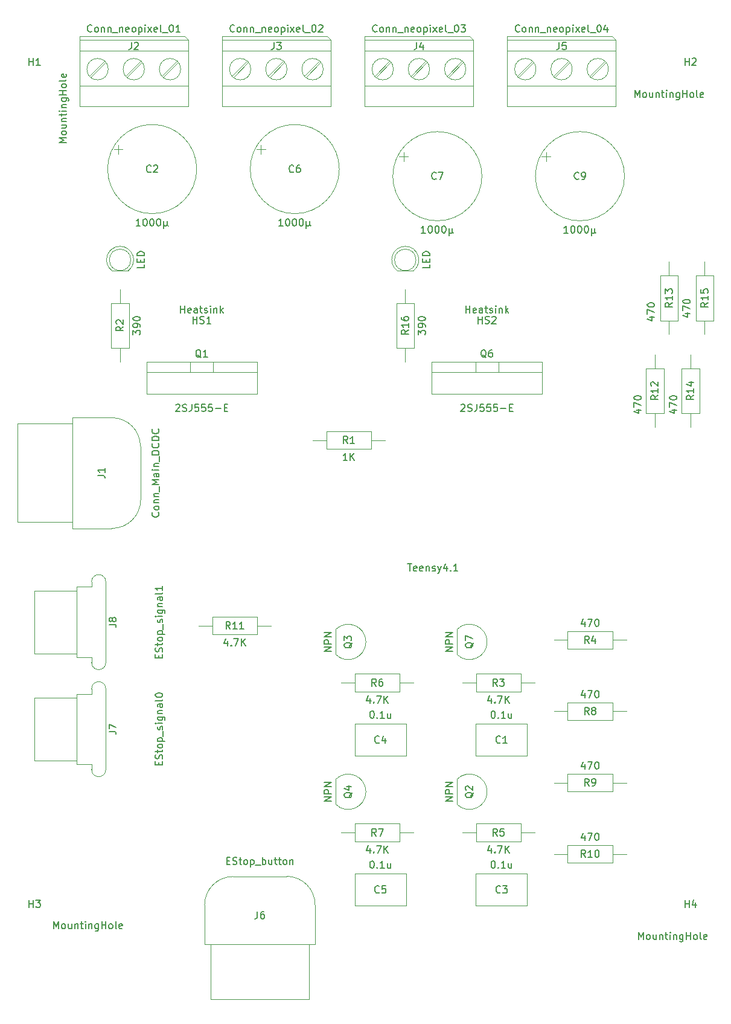
<source format=gbr>
%TF.GenerationSoftware,KiCad,Pcbnew,9.0.4-9.0.4-0~ubuntu24.04.1*%
%TF.CreationDate,2025-09-13T01:06:11+00:00*%
%TF.ProjectId,miniv_estop_board,6d696e69-765f-4657-9374-6f705f626f61,rev?*%
%TF.SameCoordinates,Original*%
%TF.FileFunction,AssemblyDrawing,Top*%
%FSLAX46Y46*%
G04 Gerber Fmt 4.6, Leading zero omitted, Abs format (unit mm)*
G04 Created by KiCad (PCBNEW 9.0.4-9.0.4-0~ubuntu24.04.1) date 2025-09-13 01:06:11*
%MOMM*%
%LPD*%
G01*
G04 APERTURE LIST*
%ADD10C,0.150000*%
%ADD11C,0.100000*%
G04 APERTURE END LIST*
D10*
X113359580Y-82123809D02*
X113407200Y-82171428D01*
X113407200Y-82171428D02*
X113454819Y-82314285D01*
X113454819Y-82314285D02*
X113454819Y-82409523D01*
X113454819Y-82409523D02*
X113407200Y-82552380D01*
X113407200Y-82552380D02*
X113311961Y-82647618D01*
X113311961Y-82647618D02*
X113216723Y-82695237D01*
X113216723Y-82695237D02*
X113026247Y-82742856D01*
X113026247Y-82742856D02*
X112883390Y-82742856D01*
X112883390Y-82742856D02*
X112692914Y-82695237D01*
X112692914Y-82695237D02*
X112597676Y-82647618D01*
X112597676Y-82647618D02*
X112502438Y-82552380D01*
X112502438Y-82552380D02*
X112454819Y-82409523D01*
X112454819Y-82409523D02*
X112454819Y-82314285D01*
X112454819Y-82314285D02*
X112502438Y-82171428D01*
X112502438Y-82171428D02*
X112550057Y-82123809D01*
X113454819Y-81552380D02*
X113407200Y-81647618D01*
X113407200Y-81647618D02*
X113359580Y-81695237D01*
X113359580Y-81695237D02*
X113264342Y-81742856D01*
X113264342Y-81742856D02*
X112978628Y-81742856D01*
X112978628Y-81742856D02*
X112883390Y-81695237D01*
X112883390Y-81695237D02*
X112835771Y-81647618D01*
X112835771Y-81647618D02*
X112788152Y-81552380D01*
X112788152Y-81552380D02*
X112788152Y-81409523D01*
X112788152Y-81409523D02*
X112835771Y-81314285D01*
X112835771Y-81314285D02*
X112883390Y-81266666D01*
X112883390Y-81266666D02*
X112978628Y-81219047D01*
X112978628Y-81219047D02*
X113264342Y-81219047D01*
X113264342Y-81219047D02*
X113359580Y-81266666D01*
X113359580Y-81266666D02*
X113407200Y-81314285D01*
X113407200Y-81314285D02*
X113454819Y-81409523D01*
X113454819Y-81409523D02*
X113454819Y-81552380D01*
X112788152Y-80790475D02*
X113454819Y-80790475D01*
X112883390Y-80790475D02*
X112835771Y-80742856D01*
X112835771Y-80742856D02*
X112788152Y-80647618D01*
X112788152Y-80647618D02*
X112788152Y-80504761D01*
X112788152Y-80504761D02*
X112835771Y-80409523D01*
X112835771Y-80409523D02*
X112931009Y-80361904D01*
X112931009Y-80361904D02*
X113454819Y-80361904D01*
X112788152Y-79885713D02*
X113454819Y-79885713D01*
X112883390Y-79885713D02*
X112835771Y-79838094D01*
X112835771Y-79838094D02*
X112788152Y-79742856D01*
X112788152Y-79742856D02*
X112788152Y-79599999D01*
X112788152Y-79599999D02*
X112835771Y-79504761D01*
X112835771Y-79504761D02*
X112931009Y-79457142D01*
X112931009Y-79457142D02*
X113454819Y-79457142D01*
X113550057Y-79219047D02*
X113550057Y-78457142D01*
X113454819Y-78219046D02*
X112454819Y-78219046D01*
X112454819Y-78219046D02*
X113169104Y-77885713D01*
X113169104Y-77885713D02*
X112454819Y-77552380D01*
X112454819Y-77552380D02*
X113454819Y-77552380D01*
X113454819Y-76647618D02*
X112931009Y-76647618D01*
X112931009Y-76647618D02*
X112835771Y-76695237D01*
X112835771Y-76695237D02*
X112788152Y-76790475D01*
X112788152Y-76790475D02*
X112788152Y-76980951D01*
X112788152Y-76980951D02*
X112835771Y-77076189D01*
X113407200Y-76647618D02*
X113454819Y-76742856D01*
X113454819Y-76742856D02*
X113454819Y-76980951D01*
X113454819Y-76980951D02*
X113407200Y-77076189D01*
X113407200Y-77076189D02*
X113311961Y-77123808D01*
X113311961Y-77123808D02*
X113216723Y-77123808D01*
X113216723Y-77123808D02*
X113121485Y-77076189D01*
X113121485Y-77076189D02*
X113073866Y-76980951D01*
X113073866Y-76980951D02*
X113073866Y-76742856D01*
X113073866Y-76742856D02*
X113026247Y-76647618D01*
X113454819Y-76171427D02*
X112788152Y-76171427D01*
X112454819Y-76171427D02*
X112502438Y-76219046D01*
X112502438Y-76219046D02*
X112550057Y-76171427D01*
X112550057Y-76171427D02*
X112502438Y-76123808D01*
X112502438Y-76123808D02*
X112454819Y-76171427D01*
X112454819Y-76171427D02*
X112550057Y-76171427D01*
X112788152Y-75695237D02*
X113454819Y-75695237D01*
X112883390Y-75695237D02*
X112835771Y-75647618D01*
X112835771Y-75647618D02*
X112788152Y-75552380D01*
X112788152Y-75552380D02*
X112788152Y-75409523D01*
X112788152Y-75409523D02*
X112835771Y-75314285D01*
X112835771Y-75314285D02*
X112931009Y-75266666D01*
X112931009Y-75266666D02*
X113454819Y-75266666D01*
X113550057Y-75028571D02*
X113550057Y-74266666D01*
X113454819Y-74028570D02*
X112454819Y-74028570D01*
X112454819Y-74028570D02*
X112454819Y-73790475D01*
X112454819Y-73790475D02*
X112502438Y-73647618D01*
X112502438Y-73647618D02*
X112597676Y-73552380D01*
X112597676Y-73552380D02*
X112692914Y-73504761D01*
X112692914Y-73504761D02*
X112883390Y-73457142D01*
X112883390Y-73457142D02*
X113026247Y-73457142D01*
X113026247Y-73457142D02*
X113216723Y-73504761D01*
X113216723Y-73504761D02*
X113311961Y-73552380D01*
X113311961Y-73552380D02*
X113407200Y-73647618D01*
X113407200Y-73647618D02*
X113454819Y-73790475D01*
X113454819Y-73790475D02*
X113454819Y-74028570D01*
X113359580Y-72457142D02*
X113407200Y-72504761D01*
X113407200Y-72504761D02*
X113454819Y-72647618D01*
X113454819Y-72647618D02*
X113454819Y-72742856D01*
X113454819Y-72742856D02*
X113407200Y-72885713D01*
X113407200Y-72885713D02*
X113311961Y-72980951D01*
X113311961Y-72980951D02*
X113216723Y-73028570D01*
X113216723Y-73028570D02*
X113026247Y-73076189D01*
X113026247Y-73076189D02*
X112883390Y-73076189D01*
X112883390Y-73076189D02*
X112692914Y-73028570D01*
X112692914Y-73028570D02*
X112597676Y-72980951D01*
X112597676Y-72980951D02*
X112502438Y-72885713D01*
X112502438Y-72885713D02*
X112454819Y-72742856D01*
X112454819Y-72742856D02*
X112454819Y-72647618D01*
X112454819Y-72647618D02*
X112502438Y-72504761D01*
X112502438Y-72504761D02*
X112550057Y-72457142D01*
X113454819Y-72028570D02*
X112454819Y-72028570D01*
X112454819Y-72028570D02*
X112454819Y-71790475D01*
X112454819Y-71790475D02*
X112502438Y-71647618D01*
X112502438Y-71647618D02*
X112597676Y-71552380D01*
X112597676Y-71552380D02*
X112692914Y-71504761D01*
X112692914Y-71504761D02*
X112883390Y-71457142D01*
X112883390Y-71457142D02*
X113026247Y-71457142D01*
X113026247Y-71457142D02*
X113216723Y-71504761D01*
X113216723Y-71504761D02*
X113311961Y-71552380D01*
X113311961Y-71552380D02*
X113407200Y-71647618D01*
X113407200Y-71647618D02*
X113454819Y-71790475D01*
X113454819Y-71790475D02*
X113454819Y-72028570D01*
X113359580Y-70457142D02*
X113407200Y-70504761D01*
X113407200Y-70504761D02*
X113454819Y-70647618D01*
X113454819Y-70647618D02*
X113454819Y-70742856D01*
X113454819Y-70742856D02*
X113407200Y-70885713D01*
X113407200Y-70885713D02*
X113311961Y-70980951D01*
X113311961Y-70980951D02*
X113216723Y-71028570D01*
X113216723Y-71028570D02*
X113026247Y-71076189D01*
X113026247Y-71076189D02*
X112883390Y-71076189D01*
X112883390Y-71076189D02*
X112692914Y-71028570D01*
X112692914Y-71028570D02*
X112597676Y-70980951D01*
X112597676Y-70980951D02*
X112502438Y-70885713D01*
X112502438Y-70885713D02*
X112454819Y-70742856D01*
X112454819Y-70742856D02*
X112454819Y-70647618D01*
X112454819Y-70647618D02*
X112502438Y-70504761D01*
X112502438Y-70504761D02*
X112550057Y-70457142D01*
X104854819Y-76933333D02*
X105569104Y-76933333D01*
X105569104Y-76933333D02*
X105711961Y-76980952D01*
X105711961Y-76980952D02*
X105807200Y-77076190D01*
X105807200Y-77076190D02*
X105854819Y-77219047D01*
X105854819Y-77219047D02*
X105854819Y-77314285D01*
X105854819Y-75933333D02*
X105854819Y-76504761D01*
X105854819Y-76219047D02*
X104854819Y-76219047D01*
X104854819Y-76219047D02*
X104997676Y-76314285D01*
X104997676Y-76314285D02*
X105092914Y-76409523D01*
X105092914Y-76409523D02*
X105140533Y-76504761D01*
X151414819Y-47372857D02*
X151414819Y-47849047D01*
X151414819Y-47849047D02*
X150414819Y-47849047D01*
X150891009Y-47039523D02*
X150891009Y-46706190D01*
X151414819Y-46563333D02*
X151414819Y-47039523D01*
X151414819Y-47039523D02*
X150414819Y-47039523D01*
X150414819Y-47039523D02*
X150414819Y-46563333D01*
X151414819Y-46134761D02*
X150414819Y-46134761D01*
X150414819Y-46134761D02*
X150414819Y-45896666D01*
X150414819Y-45896666D02*
X150462438Y-45753809D01*
X150462438Y-45753809D02*
X150557676Y-45658571D01*
X150557676Y-45658571D02*
X150652914Y-45610952D01*
X150652914Y-45610952D02*
X150843390Y-45563333D01*
X150843390Y-45563333D02*
X150986247Y-45563333D01*
X150986247Y-45563333D02*
X151176723Y-45610952D01*
X151176723Y-45610952D02*
X151271961Y-45658571D01*
X151271961Y-45658571D02*
X151367200Y-45753809D01*
X151367200Y-45753809D02*
X151414819Y-45896666D01*
X151414819Y-45896666D02*
X151414819Y-46134761D01*
X113431009Y-102500000D02*
X113431009Y-102166667D01*
X113954819Y-102023810D02*
X113954819Y-102500000D01*
X113954819Y-102500000D02*
X112954819Y-102500000D01*
X112954819Y-102500000D02*
X112954819Y-102023810D01*
X113907200Y-101642857D02*
X113954819Y-101500000D01*
X113954819Y-101500000D02*
X113954819Y-101261905D01*
X113954819Y-101261905D02*
X113907200Y-101166667D01*
X113907200Y-101166667D02*
X113859580Y-101119048D01*
X113859580Y-101119048D02*
X113764342Y-101071429D01*
X113764342Y-101071429D02*
X113669104Y-101071429D01*
X113669104Y-101071429D02*
X113573866Y-101119048D01*
X113573866Y-101119048D02*
X113526247Y-101166667D01*
X113526247Y-101166667D02*
X113478628Y-101261905D01*
X113478628Y-101261905D02*
X113431009Y-101452381D01*
X113431009Y-101452381D02*
X113383390Y-101547619D01*
X113383390Y-101547619D02*
X113335771Y-101595238D01*
X113335771Y-101595238D02*
X113240533Y-101642857D01*
X113240533Y-101642857D02*
X113145295Y-101642857D01*
X113145295Y-101642857D02*
X113050057Y-101595238D01*
X113050057Y-101595238D02*
X113002438Y-101547619D01*
X113002438Y-101547619D02*
X112954819Y-101452381D01*
X112954819Y-101452381D02*
X112954819Y-101214286D01*
X112954819Y-101214286D02*
X113002438Y-101071429D01*
X113288152Y-100785714D02*
X113288152Y-100404762D01*
X112954819Y-100642857D02*
X113811961Y-100642857D01*
X113811961Y-100642857D02*
X113907200Y-100595238D01*
X113907200Y-100595238D02*
X113954819Y-100500000D01*
X113954819Y-100500000D02*
X113954819Y-100404762D01*
X113954819Y-99928571D02*
X113907200Y-100023809D01*
X113907200Y-100023809D02*
X113859580Y-100071428D01*
X113859580Y-100071428D02*
X113764342Y-100119047D01*
X113764342Y-100119047D02*
X113478628Y-100119047D01*
X113478628Y-100119047D02*
X113383390Y-100071428D01*
X113383390Y-100071428D02*
X113335771Y-100023809D01*
X113335771Y-100023809D02*
X113288152Y-99928571D01*
X113288152Y-99928571D02*
X113288152Y-99785714D01*
X113288152Y-99785714D02*
X113335771Y-99690476D01*
X113335771Y-99690476D02*
X113383390Y-99642857D01*
X113383390Y-99642857D02*
X113478628Y-99595238D01*
X113478628Y-99595238D02*
X113764342Y-99595238D01*
X113764342Y-99595238D02*
X113859580Y-99642857D01*
X113859580Y-99642857D02*
X113907200Y-99690476D01*
X113907200Y-99690476D02*
X113954819Y-99785714D01*
X113954819Y-99785714D02*
X113954819Y-99928571D01*
X113288152Y-99166666D02*
X114288152Y-99166666D01*
X113335771Y-99166666D02*
X113288152Y-99071428D01*
X113288152Y-99071428D02*
X113288152Y-98880952D01*
X113288152Y-98880952D02*
X113335771Y-98785714D01*
X113335771Y-98785714D02*
X113383390Y-98738095D01*
X113383390Y-98738095D02*
X113478628Y-98690476D01*
X113478628Y-98690476D02*
X113764342Y-98690476D01*
X113764342Y-98690476D02*
X113859580Y-98738095D01*
X113859580Y-98738095D02*
X113907200Y-98785714D01*
X113907200Y-98785714D02*
X113954819Y-98880952D01*
X113954819Y-98880952D02*
X113954819Y-99071428D01*
X113954819Y-99071428D02*
X113907200Y-99166666D01*
X114050057Y-98500000D02*
X114050057Y-97738095D01*
X113907200Y-97547618D02*
X113954819Y-97452380D01*
X113954819Y-97452380D02*
X113954819Y-97261904D01*
X113954819Y-97261904D02*
X113907200Y-97166666D01*
X113907200Y-97166666D02*
X113811961Y-97119047D01*
X113811961Y-97119047D02*
X113764342Y-97119047D01*
X113764342Y-97119047D02*
X113669104Y-97166666D01*
X113669104Y-97166666D02*
X113621485Y-97261904D01*
X113621485Y-97261904D02*
X113621485Y-97404761D01*
X113621485Y-97404761D02*
X113573866Y-97499999D01*
X113573866Y-97499999D02*
X113478628Y-97547618D01*
X113478628Y-97547618D02*
X113431009Y-97547618D01*
X113431009Y-97547618D02*
X113335771Y-97499999D01*
X113335771Y-97499999D02*
X113288152Y-97404761D01*
X113288152Y-97404761D02*
X113288152Y-97261904D01*
X113288152Y-97261904D02*
X113335771Y-97166666D01*
X113954819Y-96690475D02*
X113288152Y-96690475D01*
X112954819Y-96690475D02*
X113002438Y-96738094D01*
X113002438Y-96738094D02*
X113050057Y-96690475D01*
X113050057Y-96690475D02*
X113002438Y-96642856D01*
X113002438Y-96642856D02*
X112954819Y-96690475D01*
X112954819Y-96690475D02*
X113050057Y-96690475D01*
X113288152Y-95785714D02*
X114097676Y-95785714D01*
X114097676Y-95785714D02*
X114192914Y-95833333D01*
X114192914Y-95833333D02*
X114240533Y-95880952D01*
X114240533Y-95880952D02*
X114288152Y-95976190D01*
X114288152Y-95976190D02*
X114288152Y-96119047D01*
X114288152Y-96119047D02*
X114240533Y-96214285D01*
X113907200Y-95785714D02*
X113954819Y-95880952D01*
X113954819Y-95880952D02*
X113954819Y-96071428D01*
X113954819Y-96071428D02*
X113907200Y-96166666D01*
X113907200Y-96166666D02*
X113859580Y-96214285D01*
X113859580Y-96214285D02*
X113764342Y-96261904D01*
X113764342Y-96261904D02*
X113478628Y-96261904D01*
X113478628Y-96261904D02*
X113383390Y-96214285D01*
X113383390Y-96214285D02*
X113335771Y-96166666D01*
X113335771Y-96166666D02*
X113288152Y-96071428D01*
X113288152Y-96071428D02*
X113288152Y-95880952D01*
X113288152Y-95880952D02*
X113335771Y-95785714D01*
X113288152Y-95309523D02*
X113954819Y-95309523D01*
X113383390Y-95309523D02*
X113335771Y-95261904D01*
X113335771Y-95261904D02*
X113288152Y-95166666D01*
X113288152Y-95166666D02*
X113288152Y-95023809D01*
X113288152Y-95023809D02*
X113335771Y-94928571D01*
X113335771Y-94928571D02*
X113431009Y-94880952D01*
X113431009Y-94880952D02*
X113954819Y-94880952D01*
X113954819Y-93976190D02*
X113431009Y-93976190D01*
X113431009Y-93976190D02*
X113335771Y-94023809D01*
X113335771Y-94023809D02*
X113288152Y-94119047D01*
X113288152Y-94119047D02*
X113288152Y-94309523D01*
X113288152Y-94309523D02*
X113335771Y-94404761D01*
X113907200Y-93976190D02*
X113954819Y-94071428D01*
X113954819Y-94071428D02*
X113954819Y-94309523D01*
X113954819Y-94309523D02*
X113907200Y-94404761D01*
X113907200Y-94404761D02*
X113811961Y-94452380D01*
X113811961Y-94452380D02*
X113716723Y-94452380D01*
X113716723Y-94452380D02*
X113621485Y-94404761D01*
X113621485Y-94404761D02*
X113573866Y-94309523D01*
X113573866Y-94309523D02*
X113573866Y-94071428D01*
X113573866Y-94071428D02*
X113526247Y-93976190D01*
X113954819Y-93357142D02*
X113907200Y-93452380D01*
X113907200Y-93452380D02*
X113811961Y-93499999D01*
X113811961Y-93499999D02*
X112954819Y-93499999D01*
X113954819Y-92452380D02*
X113954819Y-93023808D01*
X113954819Y-92738094D02*
X112954819Y-92738094D01*
X112954819Y-92738094D02*
X113097676Y-92833332D01*
X113097676Y-92833332D02*
X113192914Y-92928570D01*
X113192914Y-92928570D02*
X113240533Y-93023808D01*
X106454819Y-97833333D02*
X107169104Y-97833333D01*
X107169104Y-97833333D02*
X107311961Y-97880952D01*
X107311961Y-97880952D02*
X107407200Y-97976190D01*
X107407200Y-97976190D02*
X107454819Y-98119047D01*
X107454819Y-98119047D02*
X107454819Y-98214285D01*
X106883390Y-97214285D02*
X106835771Y-97309523D01*
X106835771Y-97309523D02*
X106788152Y-97357142D01*
X106788152Y-97357142D02*
X106692914Y-97404761D01*
X106692914Y-97404761D02*
X106645295Y-97404761D01*
X106645295Y-97404761D02*
X106550057Y-97357142D01*
X106550057Y-97357142D02*
X106502438Y-97309523D01*
X106502438Y-97309523D02*
X106454819Y-97214285D01*
X106454819Y-97214285D02*
X106454819Y-97023809D01*
X106454819Y-97023809D02*
X106502438Y-96928571D01*
X106502438Y-96928571D02*
X106550057Y-96880952D01*
X106550057Y-96880952D02*
X106645295Y-96833333D01*
X106645295Y-96833333D02*
X106692914Y-96833333D01*
X106692914Y-96833333D02*
X106788152Y-96880952D01*
X106788152Y-96880952D02*
X106835771Y-96928571D01*
X106835771Y-96928571D02*
X106883390Y-97023809D01*
X106883390Y-97023809D02*
X106883390Y-97214285D01*
X106883390Y-97214285D02*
X106931009Y-97309523D01*
X106931009Y-97309523D02*
X106978628Y-97357142D01*
X106978628Y-97357142D02*
X107073866Y-97404761D01*
X107073866Y-97404761D02*
X107264342Y-97404761D01*
X107264342Y-97404761D02*
X107359580Y-97357142D01*
X107359580Y-97357142D02*
X107407200Y-97309523D01*
X107407200Y-97309523D02*
X107454819Y-97214285D01*
X107454819Y-97214285D02*
X107454819Y-97023809D01*
X107454819Y-97023809D02*
X107407200Y-96928571D01*
X107407200Y-96928571D02*
X107359580Y-96880952D01*
X107359580Y-96880952D02*
X107264342Y-96833333D01*
X107264342Y-96833333D02*
X107073866Y-96833333D01*
X107073866Y-96833333D02*
X106978628Y-96880952D01*
X106978628Y-96880952D02*
X106931009Y-96928571D01*
X106931009Y-96928571D02*
X106883390Y-97023809D01*
X143285714Y-130954819D02*
X143380952Y-130954819D01*
X143380952Y-130954819D02*
X143476190Y-131002438D01*
X143476190Y-131002438D02*
X143523809Y-131050057D01*
X143523809Y-131050057D02*
X143571428Y-131145295D01*
X143571428Y-131145295D02*
X143619047Y-131335771D01*
X143619047Y-131335771D02*
X143619047Y-131573866D01*
X143619047Y-131573866D02*
X143571428Y-131764342D01*
X143571428Y-131764342D02*
X143523809Y-131859580D01*
X143523809Y-131859580D02*
X143476190Y-131907200D01*
X143476190Y-131907200D02*
X143380952Y-131954819D01*
X143380952Y-131954819D02*
X143285714Y-131954819D01*
X143285714Y-131954819D02*
X143190476Y-131907200D01*
X143190476Y-131907200D02*
X143142857Y-131859580D01*
X143142857Y-131859580D02*
X143095238Y-131764342D01*
X143095238Y-131764342D02*
X143047619Y-131573866D01*
X143047619Y-131573866D02*
X143047619Y-131335771D01*
X143047619Y-131335771D02*
X143095238Y-131145295D01*
X143095238Y-131145295D02*
X143142857Y-131050057D01*
X143142857Y-131050057D02*
X143190476Y-131002438D01*
X143190476Y-131002438D02*
X143285714Y-130954819D01*
X144047619Y-131859580D02*
X144095238Y-131907200D01*
X144095238Y-131907200D02*
X144047619Y-131954819D01*
X144047619Y-131954819D02*
X144000000Y-131907200D01*
X144000000Y-131907200D02*
X144047619Y-131859580D01*
X144047619Y-131859580D02*
X144047619Y-131954819D01*
X145047618Y-131954819D02*
X144476190Y-131954819D01*
X144761904Y-131954819D02*
X144761904Y-130954819D01*
X144761904Y-130954819D02*
X144666666Y-131097676D01*
X144666666Y-131097676D02*
X144571428Y-131192914D01*
X144571428Y-131192914D02*
X144476190Y-131240533D01*
X145904761Y-131288152D02*
X145904761Y-131954819D01*
X145476190Y-131288152D02*
X145476190Y-131811961D01*
X145476190Y-131811961D02*
X145523809Y-131907200D01*
X145523809Y-131907200D02*
X145619047Y-131954819D01*
X145619047Y-131954819D02*
X145761904Y-131954819D01*
X145761904Y-131954819D02*
X145857142Y-131907200D01*
X145857142Y-131907200D02*
X145904761Y-131859580D01*
X144333333Y-135359580D02*
X144285714Y-135407200D01*
X144285714Y-135407200D02*
X144142857Y-135454819D01*
X144142857Y-135454819D02*
X144047619Y-135454819D01*
X144047619Y-135454819D02*
X143904762Y-135407200D01*
X143904762Y-135407200D02*
X143809524Y-135311961D01*
X143809524Y-135311961D02*
X143761905Y-135216723D01*
X143761905Y-135216723D02*
X143714286Y-135026247D01*
X143714286Y-135026247D02*
X143714286Y-134883390D01*
X143714286Y-134883390D02*
X143761905Y-134692914D01*
X143761905Y-134692914D02*
X143809524Y-134597676D01*
X143809524Y-134597676D02*
X143904762Y-134502438D01*
X143904762Y-134502438D02*
X144047619Y-134454819D01*
X144047619Y-134454819D02*
X144142857Y-134454819D01*
X144142857Y-134454819D02*
X144285714Y-134502438D01*
X144285714Y-134502438D02*
X144333333Y-134550057D01*
X145238095Y-134454819D02*
X144761905Y-134454819D01*
X144761905Y-134454819D02*
X144714286Y-134931009D01*
X144714286Y-134931009D02*
X144761905Y-134883390D01*
X144761905Y-134883390D02*
X144857143Y-134835771D01*
X144857143Y-134835771D02*
X145095238Y-134835771D01*
X145095238Y-134835771D02*
X145190476Y-134883390D01*
X145190476Y-134883390D02*
X145238095Y-134931009D01*
X145238095Y-134931009D02*
X145285714Y-135026247D01*
X145285714Y-135026247D02*
X145285714Y-135264342D01*
X145285714Y-135264342D02*
X145238095Y-135359580D01*
X145238095Y-135359580D02*
X145190476Y-135407200D01*
X145190476Y-135407200D02*
X145095238Y-135454819D01*
X145095238Y-135454819D02*
X144857143Y-135454819D01*
X144857143Y-135454819D02*
X144761905Y-135407200D01*
X144761905Y-135407200D02*
X144714286Y-135359580D01*
X182288152Y-54761904D02*
X182954819Y-54761904D01*
X181907200Y-54999999D02*
X182621485Y-55238094D01*
X182621485Y-55238094D02*
X182621485Y-54619047D01*
X181954819Y-54333332D02*
X181954819Y-53666666D01*
X181954819Y-53666666D02*
X182954819Y-54095237D01*
X181954819Y-53095237D02*
X181954819Y-52999999D01*
X181954819Y-52999999D02*
X182002438Y-52904761D01*
X182002438Y-52904761D02*
X182050057Y-52857142D01*
X182050057Y-52857142D02*
X182145295Y-52809523D01*
X182145295Y-52809523D02*
X182335771Y-52761904D01*
X182335771Y-52761904D02*
X182573866Y-52761904D01*
X182573866Y-52761904D02*
X182764342Y-52809523D01*
X182764342Y-52809523D02*
X182859580Y-52857142D01*
X182859580Y-52857142D02*
X182907200Y-52904761D01*
X182907200Y-52904761D02*
X182954819Y-52999999D01*
X182954819Y-52999999D02*
X182954819Y-53095237D01*
X182954819Y-53095237D02*
X182907200Y-53190475D01*
X182907200Y-53190475D02*
X182859580Y-53238094D01*
X182859580Y-53238094D02*
X182764342Y-53285713D01*
X182764342Y-53285713D02*
X182573866Y-53333332D01*
X182573866Y-53333332D02*
X182335771Y-53333332D01*
X182335771Y-53333332D02*
X182145295Y-53285713D01*
X182145295Y-53285713D02*
X182050057Y-53238094D01*
X182050057Y-53238094D02*
X182002438Y-53190475D01*
X182002438Y-53190475D02*
X181954819Y-53095237D01*
X185454819Y-52722857D02*
X184978628Y-53056190D01*
X185454819Y-53294285D02*
X184454819Y-53294285D01*
X184454819Y-53294285D02*
X184454819Y-52913333D01*
X184454819Y-52913333D02*
X184502438Y-52818095D01*
X184502438Y-52818095D02*
X184550057Y-52770476D01*
X184550057Y-52770476D02*
X184645295Y-52722857D01*
X184645295Y-52722857D02*
X184788152Y-52722857D01*
X184788152Y-52722857D02*
X184883390Y-52770476D01*
X184883390Y-52770476D02*
X184931009Y-52818095D01*
X184931009Y-52818095D02*
X184978628Y-52913333D01*
X184978628Y-52913333D02*
X184978628Y-53294285D01*
X185454819Y-51770476D02*
X185454819Y-52341904D01*
X185454819Y-52056190D02*
X184454819Y-52056190D01*
X184454819Y-52056190D02*
X184597676Y-52151428D01*
X184597676Y-52151428D02*
X184692914Y-52246666D01*
X184692914Y-52246666D02*
X184740533Y-52341904D01*
X184454819Y-51437142D02*
X184454819Y-50818095D01*
X184454819Y-50818095D02*
X184835771Y-51151428D01*
X184835771Y-51151428D02*
X184835771Y-51008571D01*
X184835771Y-51008571D02*
X184883390Y-50913333D01*
X184883390Y-50913333D02*
X184931009Y-50865714D01*
X184931009Y-50865714D02*
X185026247Y-50818095D01*
X185026247Y-50818095D02*
X185264342Y-50818095D01*
X185264342Y-50818095D02*
X185359580Y-50865714D01*
X185359580Y-50865714D02*
X185407200Y-50913333D01*
X185407200Y-50913333D02*
X185454819Y-51008571D01*
X185454819Y-51008571D02*
X185454819Y-51294285D01*
X185454819Y-51294285D02*
X185407200Y-51389523D01*
X185407200Y-51389523D02*
X185359580Y-51437142D01*
X160056190Y-108158152D02*
X160056190Y-108824819D01*
X159818095Y-107777200D02*
X159580000Y-108491485D01*
X159580000Y-108491485D02*
X160199047Y-108491485D01*
X160580000Y-108729580D02*
X160627619Y-108777200D01*
X160627619Y-108777200D02*
X160580000Y-108824819D01*
X160580000Y-108824819D02*
X160532381Y-108777200D01*
X160532381Y-108777200D02*
X160580000Y-108729580D01*
X160580000Y-108729580D02*
X160580000Y-108824819D01*
X160960952Y-107824819D02*
X161627618Y-107824819D01*
X161627618Y-107824819D02*
X161199047Y-108824819D01*
X162008571Y-108824819D02*
X162008571Y-107824819D01*
X162579999Y-108824819D02*
X162151428Y-108253390D01*
X162579999Y-107824819D02*
X162008571Y-108396247D01*
X160913333Y-106454819D02*
X160580000Y-105978628D01*
X160341905Y-106454819D02*
X160341905Y-105454819D01*
X160341905Y-105454819D02*
X160722857Y-105454819D01*
X160722857Y-105454819D02*
X160818095Y-105502438D01*
X160818095Y-105502438D02*
X160865714Y-105550057D01*
X160865714Y-105550057D02*
X160913333Y-105645295D01*
X160913333Y-105645295D02*
X160913333Y-105788152D01*
X160913333Y-105788152D02*
X160865714Y-105883390D01*
X160865714Y-105883390D02*
X160818095Y-105931009D01*
X160818095Y-105931009D02*
X160722857Y-105978628D01*
X160722857Y-105978628D02*
X160341905Y-105978628D01*
X161246667Y-105454819D02*
X161865714Y-105454819D01*
X161865714Y-105454819D02*
X161532381Y-105835771D01*
X161532381Y-105835771D02*
X161675238Y-105835771D01*
X161675238Y-105835771D02*
X161770476Y-105883390D01*
X161770476Y-105883390D02*
X161818095Y-105931009D01*
X161818095Y-105931009D02*
X161865714Y-106026247D01*
X161865714Y-106026247D02*
X161865714Y-106264342D01*
X161865714Y-106264342D02*
X161818095Y-106359580D01*
X161818095Y-106359580D02*
X161770476Y-106407200D01*
X161770476Y-106407200D02*
X161675238Y-106454819D01*
X161675238Y-106454819D02*
X161389524Y-106454819D01*
X161389524Y-106454819D02*
X161294286Y-106407200D01*
X161294286Y-106407200D02*
X161246667Y-106359580D01*
X109824819Y-57205713D02*
X109824819Y-56586666D01*
X109824819Y-56586666D02*
X110205771Y-56919999D01*
X110205771Y-56919999D02*
X110205771Y-56777142D01*
X110205771Y-56777142D02*
X110253390Y-56681904D01*
X110253390Y-56681904D02*
X110301009Y-56634285D01*
X110301009Y-56634285D02*
X110396247Y-56586666D01*
X110396247Y-56586666D02*
X110634342Y-56586666D01*
X110634342Y-56586666D02*
X110729580Y-56634285D01*
X110729580Y-56634285D02*
X110777200Y-56681904D01*
X110777200Y-56681904D02*
X110824819Y-56777142D01*
X110824819Y-56777142D02*
X110824819Y-57062856D01*
X110824819Y-57062856D02*
X110777200Y-57158094D01*
X110777200Y-57158094D02*
X110729580Y-57205713D01*
X110824819Y-56110475D02*
X110824819Y-55919999D01*
X110824819Y-55919999D02*
X110777200Y-55824761D01*
X110777200Y-55824761D02*
X110729580Y-55777142D01*
X110729580Y-55777142D02*
X110586723Y-55681904D01*
X110586723Y-55681904D02*
X110396247Y-55634285D01*
X110396247Y-55634285D02*
X110015295Y-55634285D01*
X110015295Y-55634285D02*
X109920057Y-55681904D01*
X109920057Y-55681904D02*
X109872438Y-55729523D01*
X109872438Y-55729523D02*
X109824819Y-55824761D01*
X109824819Y-55824761D02*
X109824819Y-56015237D01*
X109824819Y-56015237D02*
X109872438Y-56110475D01*
X109872438Y-56110475D02*
X109920057Y-56158094D01*
X109920057Y-56158094D02*
X110015295Y-56205713D01*
X110015295Y-56205713D02*
X110253390Y-56205713D01*
X110253390Y-56205713D02*
X110348628Y-56158094D01*
X110348628Y-56158094D02*
X110396247Y-56110475D01*
X110396247Y-56110475D02*
X110443866Y-56015237D01*
X110443866Y-56015237D02*
X110443866Y-55824761D01*
X110443866Y-55824761D02*
X110396247Y-55729523D01*
X110396247Y-55729523D02*
X110348628Y-55681904D01*
X110348628Y-55681904D02*
X110253390Y-55634285D01*
X109824819Y-55015237D02*
X109824819Y-54919999D01*
X109824819Y-54919999D02*
X109872438Y-54824761D01*
X109872438Y-54824761D02*
X109920057Y-54777142D01*
X109920057Y-54777142D02*
X110015295Y-54729523D01*
X110015295Y-54729523D02*
X110205771Y-54681904D01*
X110205771Y-54681904D02*
X110443866Y-54681904D01*
X110443866Y-54681904D02*
X110634342Y-54729523D01*
X110634342Y-54729523D02*
X110729580Y-54777142D01*
X110729580Y-54777142D02*
X110777200Y-54824761D01*
X110777200Y-54824761D02*
X110824819Y-54919999D01*
X110824819Y-54919999D02*
X110824819Y-55015237D01*
X110824819Y-55015237D02*
X110777200Y-55110475D01*
X110777200Y-55110475D02*
X110729580Y-55158094D01*
X110729580Y-55158094D02*
X110634342Y-55205713D01*
X110634342Y-55205713D02*
X110443866Y-55253332D01*
X110443866Y-55253332D02*
X110205771Y-55253332D01*
X110205771Y-55253332D02*
X110015295Y-55205713D01*
X110015295Y-55205713D02*
X109920057Y-55158094D01*
X109920057Y-55158094D02*
X109872438Y-55110475D01*
X109872438Y-55110475D02*
X109824819Y-55015237D01*
X108454819Y-56086666D02*
X107978628Y-56419999D01*
X108454819Y-56658094D02*
X107454819Y-56658094D01*
X107454819Y-56658094D02*
X107454819Y-56277142D01*
X107454819Y-56277142D02*
X107502438Y-56181904D01*
X107502438Y-56181904D02*
X107550057Y-56134285D01*
X107550057Y-56134285D02*
X107645295Y-56086666D01*
X107645295Y-56086666D02*
X107788152Y-56086666D01*
X107788152Y-56086666D02*
X107883390Y-56134285D01*
X107883390Y-56134285D02*
X107931009Y-56181904D01*
X107931009Y-56181904D02*
X107978628Y-56277142D01*
X107978628Y-56277142D02*
X107978628Y-56658094D01*
X107550057Y-55705713D02*
X107502438Y-55658094D01*
X107502438Y-55658094D02*
X107454819Y-55562856D01*
X107454819Y-55562856D02*
X107454819Y-55324761D01*
X107454819Y-55324761D02*
X107502438Y-55229523D01*
X107502438Y-55229523D02*
X107550057Y-55181904D01*
X107550057Y-55181904D02*
X107645295Y-55134285D01*
X107645295Y-55134285D02*
X107740533Y-55134285D01*
X107740533Y-55134285D02*
X107883390Y-55181904D01*
X107883390Y-55181904D02*
X108454819Y-55753332D01*
X108454819Y-55753332D02*
X108454819Y-55134285D01*
X139865714Y-74824819D02*
X139294286Y-74824819D01*
X139580000Y-74824819D02*
X139580000Y-73824819D01*
X139580000Y-73824819D02*
X139484762Y-73967676D01*
X139484762Y-73967676D02*
X139389524Y-74062914D01*
X139389524Y-74062914D02*
X139294286Y-74110533D01*
X140294286Y-74824819D02*
X140294286Y-73824819D01*
X140865714Y-74824819D02*
X140437143Y-74253390D01*
X140865714Y-73824819D02*
X140294286Y-74396247D01*
X139913333Y-72454819D02*
X139580000Y-71978628D01*
X139341905Y-72454819D02*
X139341905Y-71454819D01*
X139341905Y-71454819D02*
X139722857Y-71454819D01*
X139722857Y-71454819D02*
X139818095Y-71502438D01*
X139818095Y-71502438D02*
X139865714Y-71550057D01*
X139865714Y-71550057D02*
X139913333Y-71645295D01*
X139913333Y-71645295D02*
X139913333Y-71788152D01*
X139913333Y-71788152D02*
X139865714Y-71883390D01*
X139865714Y-71883390D02*
X139818095Y-71931009D01*
X139818095Y-71931009D02*
X139722857Y-71978628D01*
X139722857Y-71978628D02*
X139341905Y-71978628D01*
X140865714Y-72454819D02*
X140294286Y-72454819D01*
X140580000Y-72454819D02*
X140580000Y-71454819D01*
X140580000Y-71454819D02*
X140484762Y-71597676D01*
X140484762Y-71597676D02*
X140389524Y-71692914D01*
X140389524Y-71692914D02*
X140294286Y-71740533D01*
X110833333Y-41954819D02*
X110261905Y-41954819D01*
X110547619Y-41954819D02*
X110547619Y-40954819D01*
X110547619Y-40954819D02*
X110452381Y-41097676D01*
X110452381Y-41097676D02*
X110357143Y-41192914D01*
X110357143Y-41192914D02*
X110261905Y-41240533D01*
X111452381Y-40954819D02*
X111547619Y-40954819D01*
X111547619Y-40954819D02*
X111642857Y-41002438D01*
X111642857Y-41002438D02*
X111690476Y-41050057D01*
X111690476Y-41050057D02*
X111738095Y-41145295D01*
X111738095Y-41145295D02*
X111785714Y-41335771D01*
X111785714Y-41335771D02*
X111785714Y-41573866D01*
X111785714Y-41573866D02*
X111738095Y-41764342D01*
X111738095Y-41764342D02*
X111690476Y-41859580D01*
X111690476Y-41859580D02*
X111642857Y-41907200D01*
X111642857Y-41907200D02*
X111547619Y-41954819D01*
X111547619Y-41954819D02*
X111452381Y-41954819D01*
X111452381Y-41954819D02*
X111357143Y-41907200D01*
X111357143Y-41907200D02*
X111309524Y-41859580D01*
X111309524Y-41859580D02*
X111261905Y-41764342D01*
X111261905Y-41764342D02*
X111214286Y-41573866D01*
X111214286Y-41573866D02*
X111214286Y-41335771D01*
X111214286Y-41335771D02*
X111261905Y-41145295D01*
X111261905Y-41145295D02*
X111309524Y-41050057D01*
X111309524Y-41050057D02*
X111357143Y-41002438D01*
X111357143Y-41002438D02*
X111452381Y-40954819D01*
X112404762Y-40954819D02*
X112500000Y-40954819D01*
X112500000Y-40954819D02*
X112595238Y-41002438D01*
X112595238Y-41002438D02*
X112642857Y-41050057D01*
X112642857Y-41050057D02*
X112690476Y-41145295D01*
X112690476Y-41145295D02*
X112738095Y-41335771D01*
X112738095Y-41335771D02*
X112738095Y-41573866D01*
X112738095Y-41573866D02*
X112690476Y-41764342D01*
X112690476Y-41764342D02*
X112642857Y-41859580D01*
X112642857Y-41859580D02*
X112595238Y-41907200D01*
X112595238Y-41907200D02*
X112500000Y-41954819D01*
X112500000Y-41954819D02*
X112404762Y-41954819D01*
X112404762Y-41954819D02*
X112309524Y-41907200D01*
X112309524Y-41907200D02*
X112261905Y-41859580D01*
X112261905Y-41859580D02*
X112214286Y-41764342D01*
X112214286Y-41764342D02*
X112166667Y-41573866D01*
X112166667Y-41573866D02*
X112166667Y-41335771D01*
X112166667Y-41335771D02*
X112214286Y-41145295D01*
X112214286Y-41145295D02*
X112261905Y-41050057D01*
X112261905Y-41050057D02*
X112309524Y-41002438D01*
X112309524Y-41002438D02*
X112404762Y-40954819D01*
X113357143Y-40954819D02*
X113452381Y-40954819D01*
X113452381Y-40954819D02*
X113547619Y-41002438D01*
X113547619Y-41002438D02*
X113595238Y-41050057D01*
X113595238Y-41050057D02*
X113642857Y-41145295D01*
X113642857Y-41145295D02*
X113690476Y-41335771D01*
X113690476Y-41335771D02*
X113690476Y-41573866D01*
X113690476Y-41573866D02*
X113642857Y-41764342D01*
X113642857Y-41764342D02*
X113595238Y-41859580D01*
X113595238Y-41859580D02*
X113547619Y-41907200D01*
X113547619Y-41907200D02*
X113452381Y-41954819D01*
X113452381Y-41954819D02*
X113357143Y-41954819D01*
X113357143Y-41954819D02*
X113261905Y-41907200D01*
X113261905Y-41907200D02*
X113214286Y-41859580D01*
X113214286Y-41859580D02*
X113166667Y-41764342D01*
X113166667Y-41764342D02*
X113119048Y-41573866D01*
X113119048Y-41573866D02*
X113119048Y-41335771D01*
X113119048Y-41335771D02*
X113166667Y-41145295D01*
X113166667Y-41145295D02*
X113214286Y-41050057D01*
X113214286Y-41050057D02*
X113261905Y-41002438D01*
X113261905Y-41002438D02*
X113357143Y-40954819D01*
X114119048Y-41288152D02*
X114119048Y-42288152D01*
X114595238Y-41811961D02*
X114642857Y-41907200D01*
X114642857Y-41907200D02*
X114738095Y-41954819D01*
X114119048Y-41811961D02*
X114166667Y-41907200D01*
X114166667Y-41907200D02*
X114261905Y-41954819D01*
X114261905Y-41954819D02*
X114452381Y-41954819D01*
X114452381Y-41954819D02*
X114547619Y-41907200D01*
X114547619Y-41907200D02*
X114595238Y-41811961D01*
X114595238Y-41811961D02*
X114595238Y-41288152D01*
X112333333Y-34359580D02*
X112285714Y-34407200D01*
X112285714Y-34407200D02*
X112142857Y-34454819D01*
X112142857Y-34454819D02*
X112047619Y-34454819D01*
X112047619Y-34454819D02*
X111904762Y-34407200D01*
X111904762Y-34407200D02*
X111809524Y-34311961D01*
X111809524Y-34311961D02*
X111761905Y-34216723D01*
X111761905Y-34216723D02*
X111714286Y-34026247D01*
X111714286Y-34026247D02*
X111714286Y-33883390D01*
X111714286Y-33883390D02*
X111761905Y-33692914D01*
X111761905Y-33692914D02*
X111809524Y-33597676D01*
X111809524Y-33597676D02*
X111904762Y-33502438D01*
X111904762Y-33502438D02*
X112047619Y-33454819D01*
X112047619Y-33454819D02*
X112142857Y-33454819D01*
X112142857Y-33454819D02*
X112285714Y-33502438D01*
X112285714Y-33502438D02*
X112333333Y-33550057D01*
X112714286Y-33550057D02*
X112761905Y-33502438D01*
X112761905Y-33502438D02*
X112857143Y-33454819D01*
X112857143Y-33454819D02*
X113095238Y-33454819D01*
X113095238Y-33454819D02*
X113190476Y-33502438D01*
X113190476Y-33502438D02*
X113238095Y-33550057D01*
X113238095Y-33550057D02*
X113285714Y-33645295D01*
X113285714Y-33645295D02*
X113285714Y-33740533D01*
X113285714Y-33740533D02*
X113238095Y-33883390D01*
X113238095Y-33883390D02*
X112666667Y-34454819D01*
X112666667Y-34454819D02*
X113285714Y-34454819D01*
X160056190Y-129158152D02*
X160056190Y-129824819D01*
X159818095Y-128777200D02*
X159580000Y-129491485D01*
X159580000Y-129491485D02*
X160199047Y-129491485D01*
X160580000Y-129729580D02*
X160627619Y-129777200D01*
X160627619Y-129777200D02*
X160580000Y-129824819D01*
X160580000Y-129824819D02*
X160532381Y-129777200D01*
X160532381Y-129777200D02*
X160580000Y-129729580D01*
X160580000Y-129729580D02*
X160580000Y-129824819D01*
X160960952Y-128824819D02*
X161627618Y-128824819D01*
X161627618Y-128824819D02*
X161199047Y-129824819D01*
X162008571Y-129824819D02*
X162008571Y-128824819D01*
X162579999Y-129824819D02*
X162151428Y-129253390D01*
X162579999Y-128824819D02*
X162008571Y-129396247D01*
X160913333Y-127454819D02*
X160580000Y-126978628D01*
X160341905Y-127454819D02*
X160341905Y-126454819D01*
X160341905Y-126454819D02*
X160722857Y-126454819D01*
X160722857Y-126454819D02*
X160818095Y-126502438D01*
X160818095Y-126502438D02*
X160865714Y-126550057D01*
X160865714Y-126550057D02*
X160913333Y-126645295D01*
X160913333Y-126645295D02*
X160913333Y-126788152D01*
X160913333Y-126788152D02*
X160865714Y-126883390D01*
X160865714Y-126883390D02*
X160818095Y-126931009D01*
X160818095Y-126931009D02*
X160722857Y-126978628D01*
X160722857Y-126978628D02*
X160341905Y-126978628D01*
X161818095Y-126454819D02*
X161341905Y-126454819D01*
X161341905Y-126454819D02*
X161294286Y-126931009D01*
X161294286Y-126931009D02*
X161341905Y-126883390D01*
X161341905Y-126883390D02*
X161437143Y-126835771D01*
X161437143Y-126835771D02*
X161675238Y-126835771D01*
X161675238Y-126835771D02*
X161770476Y-126883390D01*
X161770476Y-126883390D02*
X161818095Y-126931009D01*
X161818095Y-126931009D02*
X161865714Y-127026247D01*
X161865714Y-127026247D02*
X161865714Y-127264342D01*
X161865714Y-127264342D02*
X161818095Y-127359580D01*
X161818095Y-127359580D02*
X161770476Y-127407200D01*
X161770476Y-127407200D02*
X161675238Y-127454819D01*
X161675238Y-127454819D02*
X161437143Y-127454819D01*
X161437143Y-127454819D02*
X161341905Y-127407200D01*
X161341905Y-127407200D02*
X161294286Y-127359580D01*
X124039046Y-14699580D02*
X123991427Y-14747200D01*
X123991427Y-14747200D02*
X123848570Y-14794819D01*
X123848570Y-14794819D02*
X123753332Y-14794819D01*
X123753332Y-14794819D02*
X123610475Y-14747200D01*
X123610475Y-14747200D02*
X123515237Y-14651961D01*
X123515237Y-14651961D02*
X123467618Y-14556723D01*
X123467618Y-14556723D02*
X123419999Y-14366247D01*
X123419999Y-14366247D02*
X123419999Y-14223390D01*
X123419999Y-14223390D02*
X123467618Y-14032914D01*
X123467618Y-14032914D02*
X123515237Y-13937676D01*
X123515237Y-13937676D02*
X123610475Y-13842438D01*
X123610475Y-13842438D02*
X123753332Y-13794819D01*
X123753332Y-13794819D02*
X123848570Y-13794819D01*
X123848570Y-13794819D02*
X123991427Y-13842438D01*
X123991427Y-13842438D02*
X124039046Y-13890057D01*
X124610475Y-14794819D02*
X124515237Y-14747200D01*
X124515237Y-14747200D02*
X124467618Y-14699580D01*
X124467618Y-14699580D02*
X124419999Y-14604342D01*
X124419999Y-14604342D02*
X124419999Y-14318628D01*
X124419999Y-14318628D02*
X124467618Y-14223390D01*
X124467618Y-14223390D02*
X124515237Y-14175771D01*
X124515237Y-14175771D02*
X124610475Y-14128152D01*
X124610475Y-14128152D02*
X124753332Y-14128152D01*
X124753332Y-14128152D02*
X124848570Y-14175771D01*
X124848570Y-14175771D02*
X124896189Y-14223390D01*
X124896189Y-14223390D02*
X124943808Y-14318628D01*
X124943808Y-14318628D02*
X124943808Y-14604342D01*
X124943808Y-14604342D02*
X124896189Y-14699580D01*
X124896189Y-14699580D02*
X124848570Y-14747200D01*
X124848570Y-14747200D02*
X124753332Y-14794819D01*
X124753332Y-14794819D02*
X124610475Y-14794819D01*
X125372380Y-14128152D02*
X125372380Y-14794819D01*
X125372380Y-14223390D02*
X125419999Y-14175771D01*
X125419999Y-14175771D02*
X125515237Y-14128152D01*
X125515237Y-14128152D02*
X125658094Y-14128152D01*
X125658094Y-14128152D02*
X125753332Y-14175771D01*
X125753332Y-14175771D02*
X125800951Y-14271009D01*
X125800951Y-14271009D02*
X125800951Y-14794819D01*
X126277142Y-14128152D02*
X126277142Y-14794819D01*
X126277142Y-14223390D02*
X126324761Y-14175771D01*
X126324761Y-14175771D02*
X126419999Y-14128152D01*
X126419999Y-14128152D02*
X126562856Y-14128152D01*
X126562856Y-14128152D02*
X126658094Y-14175771D01*
X126658094Y-14175771D02*
X126705713Y-14271009D01*
X126705713Y-14271009D02*
X126705713Y-14794819D01*
X126943809Y-14890057D02*
X127705713Y-14890057D01*
X127943809Y-14128152D02*
X127943809Y-14794819D01*
X127943809Y-14223390D02*
X127991428Y-14175771D01*
X127991428Y-14175771D02*
X128086666Y-14128152D01*
X128086666Y-14128152D02*
X128229523Y-14128152D01*
X128229523Y-14128152D02*
X128324761Y-14175771D01*
X128324761Y-14175771D02*
X128372380Y-14271009D01*
X128372380Y-14271009D02*
X128372380Y-14794819D01*
X129229523Y-14747200D02*
X129134285Y-14794819D01*
X129134285Y-14794819D02*
X128943809Y-14794819D01*
X128943809Y-14794819D02*
X128848571Y-14747200D01*
X128848571Y-14747200D02*
X128800952Y-14651961D01*
X128800952Y-14651961D02*
X128800952Y-14271009D01*
X128800952Y-14271009D02*
X128848571Y-14175771D01*
X128848571Y-14175771D02*
X128943809Y-14128152D01*
X128943809Y-14128152D02*
X129134285Y-14128152D01*
X129134285Y-14128152D02*
X129229523Y-14175771D01*
X129229523Y-14175771D02*
X129277142Y-14271009D01*
X129277142Y-14271009D02*
X129277142Y-14366247D01*
X129277142Y-14366247D02*
X128800952Y-14461485D01*
X129848571Y-14794819D02*
X129753333Y-14747200D01*
X129753333Y-14747200D02*
X129705714Y-14699580D01*
X129705714Y-14699580D02*
X129658095Y-14604342D01*
X129658095Y-14604342D02*
X129658095Y-14318628D01*
X129658095Y-14318628D02*
X129705714Y-14223390D01*
X129705714Y-14223390D02*
X129753333Y-14175771D01*
X129753333Y-14175771D02*
X129848571Y-14128152D01*
X129848571Y-14128152D02*
X129991428Y-14128152D01*
X129991428Y-14128152D02*
X130086666Y-14175771D01*
X130086666Y-14175771D02*
X130134285Y-14223390D01*
X130134285Y-14223390D02*
X130181904Y-14318628D01*
X130181904Y-14318628D02*
X130181904Y-14604342D01*
X130181904Y-14604342D02*
X130134285Y-14699580D01*
X130134285Y-14699580D02*
X130086666Y-14747200D01*
X130086666Y-14747200D02*
X129991428Y-14794819D01*
X129991428Y-14794819D02*
X129848571Y-14794819D01*
X130610476Y-14128152D02*
X130610476Y-15128152D01*
X130610476Y-14175771D02*
X130705714Y-14128152D01*
X130705714Y-14128152D02*
X130896190Y-14128152D01*
X130896190Y-14128152D02*
X130991428Y-14175771D01*
X130991428Y-14175771D02*
X131039047Y-14223390D01*
X131039047Y-14223390D02*
X131086666Y-14318628D01*
X131086666Y-14318628D02*
X131086666Y-14604342D01*
X131086666Y-14604342D02*
X131039047Y-14699580D01*
X131039047Y-14699580D02*
X130991428Y-14747200D01*
X130991428Y-14747200D02*
X130896190Y-14794819D01*
X130896190Y-14794819D02*
X130705714Y-14794819D01*
X130705714Y-14794819D02*
X130610476Y-14747200D01*
X131515238Y-14794819D02*
X131515238Y-14128152D01*
X131515238Y-13794819D02*
X131467619Y-13842438D01*
X131467619Y-13842438D02*
X131515238Y-13890057D01*
X131515238Y-13890057D02*
X131562857Y-13842438D01*
X131562857Y-13842438D02*
X131515238Y-13794819D01*
X131515238Y-13794819D02*
X131515238Y-13890057D01*
X131896190Y-14794819D02*
X132419999Y-14128152D01*
X131896190Y-14128152D02*
X132419999Y-14794819D01*
X133181904Y-14747200D02*
X133086666Y-14794819D01*
X133086666Y-14794819D02*
X132896190Y-14794819D01*
X132896190Y-14794819D02*
X132800952Y-14747200D01*
X132800952Y-14747200D02*
X132753333Y-14651961D01*
X132753333Y-14651961D02*
X132753333Y-14271009D01*
X132753333Y-14271009D02*
X132800952Y-14175771D01*
X132800952Y-14175771D02*
X132896190Y-14128152D01*
X132896190Y-14128152D02*
X133086666Y-14128152D01*
X133086666Y-14128152D02*
X133181904Y-14175771D01*
X133181904Y-14175771D02*
X133229523Y-14271009D01*
X133229523Y-14271009D02*
X133229523Y-14366247D01*
X133229523Y-14366247D02*
X132753333Y-14461485D01*
X133800952Y-14794819D02*
X133705714Y-14747200D01*
X133705714Y-14747200D02*
X133658095Y-14651961D01*
X133658095Y-14651961D02*
X133658095Y-13794819D01*
X133943810Y-14890057D02*
X134705714Y-14890057D01*
X135134286Y-13794819D02*
X135229524Y-13794819D01*
X135229524Y-13794819D02*
X135324762Y-13842438D01*
X135324762Y-13842438D02*
X135372381Y-13890057D01*
X135372381Y-13890057D02*
X135420000Y-13985295D01*
X135420000Y-13985295D02*
X135467619Y-14175771D01*
X135467619Y-14175771D02*
X135467619Y-14413866D01*
X135467619Y-14413866D02*
X135420000Y-14604342D01*
X135420000Y-14604342D02*
X135372381Y-14699580D01*
X135372381Y-14699580D02*
X135324762Y-14747200D01*
X135324762Y-14747200D02*
X135229524Y-14794819D01*
X135229524Y-14794819D02*
X135134286Y-14794819D01*
X135134286Y-14794819D02*
X135039048Y-14747200D01*
X135039048Y-14747200D02*
X134991429Y-14699580D01*
X134991429Y-14699580D02*
X134943810Y-14604342D01*
X134943810Y-14604342D02*
X134896191Y-14413866D01*
X134896191Y-14413866D02*
X134896191Y-14175771D01*
X134896191Y-14175771D02*
X134943810Y-13985295D01*
X134943810Y-13985295D02*
X134991429Y-13890057D01*
X134991429Y-13890057D02*
X135039048Y-13842438D01*
X135039048Y-13842438D02*
X135134286Y-13794819D01*
X135848572Y-13890057D02*
X135896191Y-13842438D01*
X135896191Y-13842438D02*
X135991429Y-13794819D01*
X135991429Y-13794819D02*
X136229524Y-13794819D01*
X136229524Y-13794819D02*
X136324762Y-13842438D01*
X136324762Y-13842438D02*
X136372381Y-13890057D01*
X136372381Y-13890057D02*
X136420000Y-13985295D01*
X136420000Y-13985295D02*
X136420000Y-14080533D01*
X136420000Y-14080533D02*
X136372381Y-14223390D01*
X136372381Y-14223390D02*
X135800953Y-14794819D01*
X135800953Y-14794819D02*
X136420000Y-14794819D01*
X129586666Y-16254819D02*
X129586666Y-16969104D01*
X129586666Y-16969104D02*
X129539047Y-17111961D01*
X129539047Y-17111961D02*
X129443809Y-17207200D01*
X129443809Y-17207200D02*
X129300952Y-17254819D01*
X129300952Y-17254819D02*
X129205714Y-17254819D01*
X129967619Y-16254819D02*
X130586666Y-16254819D01*
X130586666Y-16254819D02*
X130253333Y-16635771D01*
X130253333Y-16635771D02*
X130396190Y-16635771D01*
X130396190Y-16635771D02*
X130491428Y-16683390D01*
X130491428Y-16683390D02*
X130539047Y-16731009D01*
X130539047Y-16731009D02*
X130586666Y-16826247D01*
X130586666Y-16826247D02*
X130586666Y-17064342D01*
X130586666Y-17064342D02*
X130539047Y-17159580D01*
X130539047Y-17159580D02*
X130491428Y-17207200D01*
X130491428Y-17207200D02*
X130396190Y-17254819D01*
X130396190Y-17254819D02*
X130110476Y-17254819D01*
X130110476Y-17254819D02*
X130015238Y-17207200D01*
X130015238Y-17207200D02*
X129967619Y-17159580D01*
X143056190Y-108158152D02*
X143056190Y-108824819D01*
X142818095Y-107777200D02*
X142580000Y-108491485D01*
X142580000Y-108491485D02*
X143199047Y-108491485D01*
X143580000Y-108729580D02*
X143627619Y-108777200D01*
X143627619Y-108777200D02*
X143580000Y-108824819D01*
X143580000Y-108824819D02*
X143532381Y-108777200D01*
X143532381Y-108777200D02*
X143580000Y-108729580D01*
X143580000Y-108729580D02*
X143580000Y-108824819D01*
X143960952Y-107824819D02*
X144627618Y-107824819D01*
X144627618Y-107824819D02*
X144199047Y-108824819D01*
X145008571Y-108824819D02*
X145008571Y-107824819D01*
X145579999Y-108824819D02*
X145151428Y-108253390D01*
X145579999Y-107824819D02*
X145008571Y-108396247D01*
X143913333Y-106454819D02*
X143580000Y-105978628D01*
X143341905Y-106454819D02*
X143341905Y-105454819D01*
X143341905Y-105454819D02*
X143722857Y-105454819D01*
X143722857Y-105454819D02*
X143818095Y-105502438D01*
X143818095Y-105502438D02*
X143865714Y-105550057D01*
X143865714Y-105550057D02*
X143913333Y-105645295D01*
X143913333Y-105645295D02*
X143913333Y-105788152D01*
X143913333Y-105788152D02*
X143865714Y-105883390D01*
X143865714Y-105883390D02*
X143818095Y-105931009D01*
X143818095Y-105931009D02*
X143722857Y-105978628D01*
X143722857Y-105978628D02*
X143341905Y-105978628D01*
X144770476Y-105454819D02*
X144580000Y-105454819D01*
X144580000Y-105454819D02*
X144484762Y-105502438D01*
X144484762Y-105502438D02*
X144437143Y-105550057D01*
X144437143Y-105550057D02*
X144341905Y-105692914D01*
X144341905Y-105692914D02*
X144294286Y-105883390D01*
X144294286Y-105883390D02*
X144294286Y-106264342D01*
X144294286Y-106264342D02*
X144341905Y-106359580D01*
X144341905Y-106359580D02*
X144389524Y-106407200D01*
X144389524Y-106407200D02*
X144484762Y-106454819D01*
X144484762Y-106454819D02*
X144675238Y-106454819D01*
X144675238Y-106454819D02*
X144770476Y-106407200D01*
X144770476Y-106407200D02*
X144818095Y-106359580D01*
X144818095Y-106359580D02*
X144865714Y-106264342D01*
X144865714Y-106264342D02*
X144865714Y-106026247D01*
X144865714Y-106026247D02*
X144818095Y-105931009D01*
X144818095Y-105931009D02*
X144770476Y-105883390D01*
X144770476Y-105883390D02*
X144675238Y-105835771D01*
X144675238Y-105835771D02*
X144484762Y-105835771D01*
X144484762Y-105835771D02*
X144389524Y-105883390D01*
X144389524Y-105883390D02*
X144341905Y-105931009D01*
X144341905Y-105931009D02*
X144294286Y-106026247D01*
X180418152Y-67761904D02*
X181084819Y-67761904D01*
X180037200Y-67999999D02*
X180751485Y-68238094D01*
X180751485Y-68238094D02*
X180751485Y-67619047D01*
X180084819Y-67333332D02*
X180084819Y-66666666D01*
X180084819Y-66666666D02*
X181084819Y-67095237D01*
X180084819Y-66095237D02*
X180084819Y-65999999D01*
X180084819Y-65999999D02*
X180132438Y-65904761D01*
X180132438Y-65904761D02*
X180180057Y-65857142D01*
X180180057Y-65857142D02*
X180275295Y-65809523D01*
X180275295Y-65809523D02*
X180465771Y-65761904D01*
X180465771Y-65761904D02*
X180703866Y-65761904D01*
X180703866Y-65761904D02*
X180894342Y-65809523D01*
X180894342Y-65809523D02*
X180989580Y-65857142D01*
X180989580Y-65857142D02*
X181037200Y-65904761D01*
X181037200Y-65904761D02*
X181084819Y-65999999D01*
X181084819Y-65999999D02*
X181084819Y-66095237D01*
X181084819Y-66095237D02*
X181037200Y-66190475D01*
X181037200Y-66190475D02*
X180989580Y-66238094D01*
X180989580Y-66238094D02*
X180894342Y-66285713D01*
X180894342Y-66285713D02*
X180703866Y-66333332D01*
X180703866Y-66333332D02*
X180465771Y-66333332D01*
X180465771Y-66333332D02*
X180275295Y-66285713D01*
X180275295Y-66285713D02*
X180180057Y-66238094D01*
X180180057Y-66238094D02*
X180132438Y-66190475D01*
X180132438Y-66190475D02*
X180084819Y-66095237D01*
X183454819Y-65722857D02*
X182978628Y-66056190D01*
X183454819Y-66294285D02*
X182454819Y-66294285D01*
X182454819Y-66294285D02*
X182454819Y-65913333D01*
X182454819Y-65913333D02*
X182502438Y-65818095D01*
X182502438Y-65818095D02*
X182550057Y-65770476D01*
X182550057Y-65770476D02*
X182645295Y-65722857D01*
X182645295Y-65722857D02*
X182788152Y-65722857D01*
X182788152Y-65722857D02*
X182883390Y-65770476D01*
X182883390Y-65770476D02*
X182931009Y-65818095D01*
X182931009Y-65818095D02*
X182978628Y-65913333D01*
X182978628Y-65913333D02*
X182978628Y-66294285D01*
X183454819Y-64770476D02*
X183454819Y-65341904D01*
X183454819Y-65056190D02*
X182454819Y-65056190D01*
X182454819Y-65056190D02*
X182597676Y-65151428D01*
X182597676Y-65151428D02*
X182692914Y-65246666D01*
X182692914Y-65246666D02*
X182740533Y-65341904D01*
X182550057Y-64389523D02*
X182502438Y-64341904D01*
X182502438Y-64341904D02*
X182454819Y-64246666D01*
X182454819Y-64246666D02*
X182454819Y-64008571D01*
X182454819Y-64008571D02*
X182502438Y-63913333D01*
X182502438Y-63913333D02*
X182550057Y-63865714D01*
X182550057Y-63865714D02*
X182645295Y-63818095D01*
X182645295Y-63818095D02*
X182740533Y-63818095D01*
X182740533Y-63818095D02*
X182883390Y-63865714D01*
X182883390Y-63865714D02*
X183454819Y-64437142D01*
X183454819Y-64437142D02*
X183454819Y-63818095D01*
X116497619Y-54154819D02*
X116497619Y-53154819D01*
X116497619Y-53631009D02*
X117069047Y-53631009D01*
X117069047Y-54154819D02*
X117069047Y-53154819D01*
X117926190Y-54107200D02*
X117830952Y-54154819D01*
X117830952Y-54154819D02*
X117640476Y-54154819D01*
X117640476Y-54154819D02*
X117545238Y-54107200D01*
X117545238Y-54107200D02*
X117497619Y-54011961D01*
X117497619Y-54011961D02*
X117497619Y-53631009D01*
X117497619Y-53631009D02*
X117545238Y-53535771D01*
X117545238Y-53535771D02*
X117640476Y-53488152D01*
X117640476Y-53488152D02*
X117830952Y-53488152D01*
X117830952Y-53488152D02*
X117926190Y-53535771D01*
X117926190Y-53535771D02*
X117973809Y-53631009D01*
X117973809Y-53631009D02*
X117973809Y-53726247D01*
X117973809Y-53726247D02*
X117497619Y-53821485D01*
X118830952Y-54154819D02*
X118830952Y-53631009D01*
X118830952Y-53631009D02*
X118783333Y-53535771D01*
X118783333Y-53535771D02*
X118688095Y-53488152D01*
X118688095Y-53488152D02*
X118497619Y-53488152D01*
X118497619Y-53488152D02*
X118402381Y-53535771D01*
X118830952Y-54107200D02*
X118735714Y-54154819D01*
X118735714Y-54154819D02*
X118497619Y-54154819D01*
X118497619Y-54154819D02*
X118402381Y-54107200D01*
X118402381Y-54107200D02*
X118354762Y-54011961D01*
X118354762Y-54011961D02*
X118354762Y-53916723D01*
X118354762Y-53916723D02*
X118402381Y-53821485D01*
X118402381Y-53821485D02*
X118497619Y-53773866D01*
X118497619Y-53773866D02*
X118735714Y-53773866D01*
X118735714Y-53773866D02*
X118830952Y-53726247D01*
X119164286Y-53488152D02*
X119545238Y-53488152D01*
X119307143Y-53154819D02*
X119307143Y-54011961D01*
X119307143Y-54011961D02*
X119354762Y-54107200D01*
X119354762Y-54107200D02*
X119450000Y-54154819D01*
X119450000Y-54154819D02*
X119545238Y-54154819D01*
X119830953Y-54107200D02*
X119926191Y-54154819D01*
X119926191Y-54154819D02*
X120116667Y-54154819D01*
X120116667Y-54154819D02*
X120211905Y-54107200D01*
X120211905Y-54107200D02*
X120259524Y-54011961D01*
X120259524Y-54011961D02*
X120259524Y-53964342D01*
X120259524Y-53964342D02*
X120211905Y-53869104D01*
X120211905Y-53869104D02*
X120116667Y-53821485D01*
X120116667Y-53821485D02*
X119973810Y-53821485D01*
X119973810Y-53821485D02*
X119878572Y-53773866D01*
X119878572Y-53773866D02*
X119830953Y-53678628D01*
X119830953Y-53678628D02*
X119830953Y-53631009D01*
X119830953Y-53631009D02*
X119878572Y-53535771D01*
X119878572Y-53535771D02*
X119973810Y-53488152D01*
X119973810Y-53488152D02*
X120116667Y-53488152D01*
X120116667Y-53488152D02*
X120211905Y-53535771D01*
X120688096Y-54154819D02*
X120688096Y-53488152D01*
X120688096Y-53154819D02*
X120640477Y-53202438D01*
X120640477Y-53202438D02*
X120688096Y-53250057D01*
X120688096Y-53250057D02*
X120735715Y-53202438D01*
X120735715Y-53202438D02*
X120688096Y-53154819D01*
X120688096Y-53154819D02*
X120688096Y-53250057D01*
X121164286Y-53488152D02*
X121164286Y-54154819D01*
X121164286Y-53583390D02*
X121211905Y-53535771D01*
X121211905Y-53535771D02*
X121307143Y-53488152D01*
X121307143Y-53488152D02*
X121450000Y-53488152D01*
X121450000Y-53488152D02*
X121545238Y-53535771D01*
X121545238Y-53535771D02*
X121592857Y-53631009D01*
X121592857Y-53631009D02*
X121592857Y-54154819D01*
X122069048Y-54154819D02*
X122069048Y-53154819D01*
X122164286Y-53773866D02*
X122450000Y-54154819D01*
X122450000Y-53488152D02*
X122069048Y-53869104D01*
X118211905Y-55654819D02*
X118211905Y-54654819D01*
X118211905Y-55131009D02*
X118783333Y-55131009D01*
X118783333Y-55654819D02*
X118783333Y-54654819D01*
X119211905Y-55607200D02*
X119354762Y-55654819D01*
X119354762Y-55654819D02*
X119592857Y-55654819D01*
X119592857Y-55654819D02*
X119688095Y-55607200D01*
X119688095Y-55607200D02*
X119735714Y-55559580D01*
X119735714Y-55559580D02*
X119783333Y-55464342D01*
X119783333Y-55464342D02*
X119783333Y-55369104D01*
X119783333Y-55369104D02*
X119735714Y-55273866D01*
X119735714Y-55273866D02*
X119688095Y-55226247D01*
X119688095Y-55226247D02*
X119592857Y-55178628D01*
X119592857Y-55178628D02*
X119402381Y-55131009D01*
X119402381Y-55131009D02*
X119307143Y-55083390D01*
X119307143Y-55083390D02*
X119259524Y-55035771D01*
X119259524Y-55035771D02*
X119211905Y-54940533D01*
X119211905Y-54940533D02*
X119211905Y-54845295D01*
X119211905Y-54845295D02*
X119259524Y-54750057D01*
X119259524Y-54750057D02*
X119307143Y-54702438D01*
X119307143Y-54702438D02*
X119402381Y-54654819D01*
X119402381Y-54654819D02*
X119640476Y-54654819D01*
X119640476Y-54654819D02*
X119783333Y-54702438D01*
X120735714Y-55654819D02*
X120164286Y-55654819D01*
X120450000Y-55654819D02*
X120450000Y-54654819D01*
X120450000Y-54654819D02*
X120354762Y-54797676D01*
X120354762Y-54797676D02*
X120259524Y-54892914D01*
X120259524Y-54892914D02*
X120164286Y-54940533D01*
X137664819Y-101579523D02*
X136664819Y-101579523D01*
X136664819Y-101579523D02*
X137664819Y-101008095D01*
X137664819Y-101008095D02*
X136664819Y-101008095D01*
X137664819Y-100531904D02*
X136664819Y-100531904D01*
X136664819Y-100531904D02*
X136664819Y-100150952D01*
X136664819Y-100150952D02*
X136712438Y-100055714D01*
X136712438Y-100055714D02*
X136760057Y-100008095D01*
X136760057Y-100008095D02*
X136855295Y-99960476D01*
X136855295Y-99960476D02*
X136998152Y-99960476D01*
X136998152Y-99960476D02*
X137093390Y-100008095D01*
X137093390Y-100008095D02*
X137141009Y-100055714D01*
X137141009Y-100055714D02*
X137188628Y-100150952D01*
X137188628Y-100150952D02*
X137188628Y-100531904D01*
X137664819Y-99531904D02*
X136664819Y-99531904D01*
X136664819Y-99531904D02*
X137664819Y-98960476D01*
X137664819Y-98960476D02*
X136664819Y-98960476D01*
X140550057Y-100365238D02*
X140502438Y-100460476D01*
X140502438Y-100460476D02*
X140407200Y-100555714D01*
X140407200Y-100555714D02*
X140264342Y-100698571D01*
X140264342Y-100698571D02*
X140216723Y-100793809D01*
X140216723Y-100793809D02*
X140216723Y-100889047D01*
X140454819Y-100841428D02*
X140407200Y-100936666D01*
X140407200Y-100936666D02*
X140311961Y-101031904D01*
X140311961Y-101031904D02*
X140121485Y-101079523D01*
X140121485Y-101079523D02*
X139788152Y-101079523D01*
X139788152Y-101079523D02*
X139597676Y-101031904D01*
X139597676Y-101031904D02*
X139502438Y-100936666D01*
X139502438Y-100936666D02*
X139454819Y-100841428D01*
X139454819Y-100841428D02*
X139454819Y-100650952D01*
X139454819Y-100650952D02*
X139502438Y-100555714D01*
X139502438Y-100555714D02*
X139597676Y-100460476D01*
X139597676Y-100460476D02*
X139788152Y-100412857D01*
X139788152Y-100412857D02*
X140121485Y-100412857D01*
X140121485Y-100412857D02*
X140311961Y-100460476D01*
X140311961Y-100460476D02*
X140407200Y-100555714D01*
X140407200Y-100555714D02*
X140454819Y-100650952D01*
X140454819Y-100650952D02*
X140454819Y-100841428D01*
X139454819Y-100079523D02*
X139454819Y-99460476D01*
X139454819Y-99460476D02*
X139835771Y-99793809D01*
X139835771Y-99793809D02*
X139835771Y-99650952D01*
X139835771Y-99650952D02*
X139883390Y-99555714D01*
X139883390Y-99555714D02*
X139931009Y-99508095D01*
X139931009Y-99508095D02*
X140026247Y-99460476D01*
X140026247Y-99460476D02*
X140264342Y-99460476D01*
X140264342Y-99460476D02*
X140359580Y-99508095D01*
X140359580Y-99508095D02*
X140407200Y-99555714D01*
X140407200Y-99555714D02*
X140454819Y-99650952D01*
X140454819Y-99650952D02*
X140454819Y-99936666D01*
X140454819Y-99936666D02*
X140407200Y-100031904D01*
X140407200Y-100031904D02*
X140359580Y-100079523D01*
X150833333Y-42954819D02*
X150261905Y-42954819D01*
X150547619Y-42954819D02*
X150547619Y-41954819D01*
X150547619Y-41954819D02*
X150452381Y-42097676D01*
X150452381Y-42097676D02*
X150357143Y-42192914D01*
X150357143Y-42192914D02*
X150261905Y-42240533D01*
X151452381Y-41954819D02*
X151547619Y-41954819D01*
X151547619Y-41954819D02*
X151642857Y-42002438D01*
X151642857Y-42002438D02*
X151690476Y-42050057D01*
X151690476Y-42050057D02*
X151738095Y-42145295D01*
X151738095Y-42145295D02*
X151785714Y-42335771D01*
X151785714Y-42335771D02*
X151785714Y-42573866D01*
X151785714Y-42573866D02*
X151738095Y-42764342D01*
X151738095Y-42764342D02*
X151690476Y-42859580D01*
X151690476Y-42859580D02*
X151642857Y-42907200D01*
X151642857Y-42907200D02*
X151547619Y-42954819D01*
X151547619Y-42954819D02*
X151452381Y-42954819D01*
X151452381Y-42954819D02*
X151357143Y-42907200D01*
X151357143Y-42907200D02*
X151309524Y-42859580D01*
X151309524Y-42859580D02*
X151261905Y-42764342D01*
X151261905Y-42764342D02*
X151214286Y-42573866D01*
X151214286Y-42573866D02*
X151214286Y-42335771D01*
X151214286Y-42335771D02*
X151261905Y-42145295D01*
X151261905Y-42145295D02*
X151309524Y-42050057D01*
X151309524Y-42050057D02*
X151357143Y-42002438D01*
X151357143Y-42002438D02*
X151452381Y-41954819D01*
X152404762Y-41954819D02*
X152500000Y-41954819D01*
X152500000Y-41954819D02*
X152595238Y-42002438D01*
X152595238Y-42002438D02*
X152642857Y-42050057D01*
X152642857Y-42050057D02*
X152690476Y-42145295D01*
X152690476Y-42145295D02*
X152738095Y-42335771D01*
X152738095Y-42335771D02*
X152738095Y-42573866D01*
X152738095Y-42573866D02*
X152690476Y-42764342D01*
X152690476Y-42764342D02*
X152642857Y-42859580D01*
X152642857Y-42859580D02*
X152595238Y-42907200D01*
X152595238Y-42907200D02*
X152500000Y-42954819D01*
X152500000Y-42954819D02*
X152404762Y-42954819D01*
X152404762Y-42954819D02*
X152309524Y-42907200D01*
X152309524Y-42907200D02*
X152261905Y-42859580D01*
X152261905Y-42859580D02*
X152214286Y-42764342D01*
X152214286Y-42764342D02*
X152166667Y-42573866D01*
X152166667Y-42573866D02*
X152166667Y-42335771D01*
X152166667Y-42335771D02*
X152214286Y-42145295D01*
X152214286Y-42145295D02*
X152261905Y-42050057D01*
X152261905Y-42050057D02*
X152309524Y-42002438D01*
X152309524Y-42002438D02*
X152404762Y-41954819D01*
X153357143Y-41954819D02*
X153452381Y-41954819D01*
X153452381Y-41954819D02*
X153547619Y-42002438D01*
X153547619Y-42002438D02*
X153595238Y-42050057D01*
X153595238Y-42050057D02*
X153642857Y-42145295D01*
X153642857Y-42145295D02*
X153690476Y-42335771D01*
X153690476Y-42335771D02*
X153690476Y-42573866D01*
X153690476Y-42573866D02*
X153642857Y-42764342D01*
X153642857Y-42764342D02*
X153595238Y-42859580D01*
X153595238Y-42859580D02*
X153547619Y-42907200D01*
X153547619Y-42907200D02*
X153452381Y-42954819D01*
X153452381Y-42954819D02*
X153357143Y-42954819D01*
X153357143Y-42954819D02*
X153261905Y-42907200D01*
X153261905Y-42907200D02*
X153214286Y-42859580D01*
X153214286Y-42859580D02*
X153166667Y-42764342D01*
X153166667Y-42764342D02*
X153119048Y-42573866D01*
X153119048Y-42573866D02*
X153119048Y-42335771D01*
X153119048Y-42335771D02*
X153166667Y-42145295D01*
X153166667Y-42145295D02*
X153214286Y-42050057D01*
X153214286Y-42050057D02*
X153261905Y-42002438D01*
X153261905Y-42002438D02*
X153357143Y-41954819D01*
X154119048Y-42288152D02*
X154119048Y-43288152D01*
X154595238Y-42811961D02*
X154642857Y-42907200D01*
X154642857Y-42907200D02*
X154738095Y-42954819D01*
X154119048Y-42811961D02*
X154166667Y-42907200D01*
X154166667Y-42907200D02*
X154261905Y-42954819D01*
X154261905Y-42954819D02*
X154452381Y-42954819D01*
X154452381Y-42954819D02*
X154547619Y-42907200D01*
X154547619Y-42907200D02*
X154595238Y-42811961D01*
X154595238Y-42811961D02*
X154595238Y-42288152D01*
X152333333Y-35359580D02*
X152285714Y-35407200D01*
X152285714Y-35407200D02*
X152142857Y-35454819D01*
X152142857Y-35454819D02*
X152047619Y-35454819D01*
X152047619Y-35454819D02*
X151904762Y-35407200D01*
X151904762Y-35407200D02*
X151809524Y-35311961D01*
X151809524Y-35311961D02*
X151761905Y-35216723D01*
X151761905Y-35216723D02*
X151714286Y-35026247D01*
X151714286Y-35026247D02*
X151714286Y-34883390D01*
X151714286Y-34883390D02*
X151761905Y-34692914D01*
X151761905Y-34692914D02*
X151809524Y-34597676D01*
X151809524Y-34597676D02*
X151904762Y-34502438D01*
X151904762Y-34502438D02*
X152047619Y-34454819D01*
X152047619Y-34454819D02*
X152142857Y-34454819D01*
X152142857Y-34454819D02*
X152285714Y-34502438D01*
X152285714Y-34502438D02*
X152333333Y-34550057D01*
X152666667Y-34454819D02*
X153333333Y-34454819D01*
X153333333Y-34454819D02*
X152904762Y-35454819D01*
X111414819Y-47372857D02*
X111414819Y-47849047D01*
X111414819Y-47849047D02*
X110414819Y-47849047D01*
X110891009Y-47039523D02*
X110891009Y-46706190D01*
X111414819Y-46563333D02*
X111414819Y-47039523D01*
X111414819Y-47039523D02*
X110414819Y-47039523D01*
X110414819Y-47039523D02*
X110414819Y-46563333D01*
X111414819Y-46134761D02*
X110414819Y-46134761D01*
X110414819Y-46134761D02*
X110414819Y-45896666D01*
X110414819Y-45896666D02*
X110462438Y-45753809D01*
X110462438Y-45753809D02*
X110557676Y-45658571D01*
X110557676Y-45658571D02*
X110652914Y-45610952D01*
X110652914Y-45610952D02*
X110843390Y-45563333D01*
X110843390Y-45563333D02*
X110986247Y-45563333D01*
X110986247Y-45563333D02*
X111176723Y-45610952D01*
X111176723Y-45610952D02*
X111271961Y-45658571D01*
X111271961Y-45658571D02*
X111367200Y-45753809D01*
X111367200Y-45753809D02*
X111414819Y-45896666D01*
X111414819Y-45896666D02*
X111414819Y-46134761D01*
X187288152Y-54261904D02*
X187954819Y-54261904D01*
X186907200Y-54499999D02*
X187621485Y-54738094D01*
X187621485Y-54738094D02*
X187621485Y-54119047D01*
X186954819Y-53833332D02*
X186954819Y-53166666D01*
X186954819Y-53166666D02*
X187954819Y-53595237D01*
X186954819Y-52595237D02*
X186954819Y-52499999D01*
X186954819Y-52499999D02*
X187002438Y-52404761D01*
X187002438Y-52404761D02*
X187050057Y-52357142D01*
X187050057Y-52357142D02*
X187145295Y-52309523D01*
X187145295Y-52309523D02*
X187335771Y-52261904D01*
X187335771Y-52261904D02*
X187573866Y-52261904D01*
X187573866Y-52261904D02*
X187764342Y-52309523D01*
X187764342Y-52309523D02*
X187859580Y-52357142D01*
X187859580Y-52357142D02*
X187907200Y-52404761D01*
X187907200Y-52404761D02*
X187954819Y-52499999D01*
X187954819Y-52499999D02*
X187954819Y-52595237D01*
X187954819Y-52595237D02*
X187907200Y-52690475D01*
X187907200Y-52690475D02*
X187859580Y-52738094D01*
X187859580Y-52738094D02*
X187764342Y-52785713D01*
X187764342Y-52785713D02*
X187573866Y-52833332D01*
X187573866Y-52833332D02*
X187335771Y-52833332D01*
X187335771Y-52833332D02*
X187145295Y-52785713D01*
X187145295Y-52785713D02*
X187050057Y-52738094D01*
X187050057Y-52738094D02*
X187002438Y-52690475D01*
X187002438Y-52690475D02*
X186954819Y-52595237D01*
X190454819Y-52722857D02*
X189978628Y-53056190D01*
X190454819Y-53294285D02*
X189454819Y-53294285D01*
X189454819Y-53294285D02*
X189454819Y-52913333D01*
X189454819Y-52913333D02*
X189502438Y-52818095D01*
X189502438Y-52818095D02*
X189550057Y-52770476D01*
X189550057Y-52770476D02*
X189645295Y-52722857D01*
X189645295Y-52722857D02*
X189788152Y-52722857D01*
X189788152Y-52722857D02*
X189883390Y-52770476D01*
X189883390Y-52770476D02*
X189931009Y-52818095D01*
X189931009Y-52818095D02*
X189978628Y-52913333D01*
X189978628Y-52913333D02*
X189978628Y-53294285D01*
X190454819Y-51770476D02*
X190454819Y-52341904D01*
X190454819Y-52056190D02*
X189454819Y-52056190D01*
X189454819Y-52056190D02*
X189597676Y-52151428D01*
X189597676Y-52151428D02*
X189692914Y-52246666D01*
X189692914Y-52246666D02*
X189740533Y-52341904D01*
X189454819Y-50865714D02*
X189454819Y-51341904D01*
X189454819Y-51341904D02*
X189931009Y-51389523D01*
X189931009Y-51389523D02*
X189883390Y-51341904D01*
X189883390Y-51341904D02*
X189835771Y-51246666D01*
X189835771Y-51246666D02*
X189835771Y-51008571D01*
X189835771Y-51008571D02*
X189883390Y-50913333D01*
X189883390Y-50913333D02*
X189931009Y-50865714D01*
X189931009Y-50865714D02*
X190026247Y-50818095D01*
X190026247Y-50818095D02*
X190264342Y-50818095D01*
X190264342Y-50818095D02*
X190359580Y-50865714D01*
X190359580Y-50865714D02*
X190407200Y-50913333D01*
X190407200Y-50913333D02*
X190454819Y-51008571D01*
X190454819Y-51008571D02*
X190454819Y-51246666D01*
X190454819Y-51246666D02*
X190407200Y-51341904D01*
X190407200Y-51341904D02*
X190359580Y-51389523D01*
X180714285Y-141954819D02*
X180714285Y-140954819D01*
X180714285Y-140954819D02*
X181047618Y-141669104D01*
X181047618Y-141669104D02*
X181380951Y-140954819D01*
X181380951Y-140954819D02*
X181380951Y-141954819D01*
X181999999Y-141954819D02*
X181904761Y-141907200D01*
X181904761Y-141907200D02*
X181857142Y-141859580D01*
X181857142Y-141859580D02*
X181809523Y-141764342D01*
X181809523Y-141764342D02*
X181809523Y-141478628D01*
X181809523Y-141478628D02*
X181857142Y-141383390D01*
X181857142Y-141383390D02*
X181904761Y-141335771D01*
X181904761Y-141335771D02*
X181999999Y-141288152D01*
X181999999Y-141288152D02*
X182142856Y-141288152D01*
X182142856Y-141288152D02*
X182238094Y-141335771D01*
X182238094Y-141335771D02*
X182285713Y-141383390D01*
X182285713Y-141383390D02*
X182333332Y-141478628D01*
X182333332Y-141478628D02*
X182333332Y-141764342D01*
X182333332Y-141764342D02*
X182285713Y-141859580D01*
X182285713Y-141859580D02*
X182238094Y-141907200D01*
X182238094Y-141907200D02*
X182142856Y-141954819D01*
X182142856Y-141954819D02*
X181999999Y-141954819D01*
X183190475Y-141288152D02*
X183190475Y-141954819D01*
X182761904Y-141288152D02*
X182761904Y-141811961D01*
X182761904Y-141811961D02*
X182809523Y-141907200D01*
X182809523Y-141907200D02*
X182904761Y-141954819D01*
X182904761Y-141954819D02*
X183047618Y-141954819D01*
X183047618Y-141954819D02*
X183142856Y-141907200D01*
X183142856Y-141907200D02*
X183190475Y-141859580D01*
X183666666Y-141288152D02*
X183666666Y-141954819D01*
X183666666Y-141383390D02*
X183714285Y-141335771D01*
X183714285Y-141335771D02*
X183809523Y-141288152D01*
X183809523Y-141288152D02*
X183952380Y-141288152D01*
X183952380Y-141288152D02*
X184047618Y-141335771D01*
X184047618Y-141335771D02*
X184095237Y-141431009D01*
X184095237Y-141431009D02*
X184095237Y-141954819D01*
X184428571Y-141288152D02*
X184809523Y-141288152D01*
X184571428Y-140954819D02*
X184571428Y-141811961D01*
X184571428Y-141811961D02*
X184619047Y-141907200D01*
X184619047Y-141907200D02*
X184714285Y-141954819D01*
X184714285Y-141954819D02*
X184809523Y-141954819D01*
X185142857Y-141954819D02*
X185142857Y-141288152D01*
X185142857Y-140954819D02*
X185095238Y-141002438D01*
X185095238Y-141002438D02*
X185142857Y-141050057D01*
X185142857Y-141050057D02*
X185190476Y-141002438D01*
X185190476Y-141002438D02*
X185142857Y-140954819D01*
X185142857Y-140954819D02*
X185142857Y-141050057D01*
X185619047Y-141288152D02*
X185619047Y-141954819D01*
X185619047Y-141383390D02*
X185666666Y-141335771D01*
X185666666Y-141335771D02*
X185761904Y-141288152D01*
X185761904Y-141288152D02*
X185904761Y-141288152D01*
X185904761Y-141288152D02*
X185999999Y-141335771D01*
X185999999Y-141335771D02*
X186047618Y-141431009D01*
X186047618Y-141431009D02*
X186047618Y-141954819D01*
X186952380Y-141288152D02*
X186952380Y-142097676D01*
X186952380Y-142097676D02*
X186904761Y-142192914D01*
X186904761Y-142192914D02*
X186857142Y-142240533D01*
X186857142Y-142240533D02*
X186761904Y-142288152D01*
X186761904Y-142288152D02*
X186619047Y-142288152D01*
X186619047Y-142288152D02*
X186523809Y-142240533D01*
X186952380Y-141907200D02*
X186857142Y-141954819D01*
X186857142Y-141954819D02*
X186666666Y-141954819D01*
X186666666Y-141954819D02*
X186571428Y-141907200D01*
X186571428Y-141907200D02*
X186523809Y-141859580D01*
X186523809Y-141859580D02*
X186476190Y-141764342D01*
X186476190Y-141764342D02*
X186476190Y-141478628D01*
X186476190Y-141478628D02*
X186523809Y-141383390D01*
X186523809Y-141383390D02*
X186571428Y-141335771D01*
X186571428Y-141335771D02*
X186666666Y-141288152D01*
X186666666Y-141288152D02*
X186857142Y-141288152D01*
X186857142Y-141288152D02*
X186952380Y-141335771D01*
X187428571Y-141954819D02*
X187428571Y-140954819D01*
X187428571Y-141431009D02*
X187999999Y-141431009D01*
X187999999Y-141954819D02*
X187999999Y-140954819D01*
X188619047Y-141954819D02*
X188523809Y-141907200D01*
X188523809Y-141907200D02*
X188476190Y-141859580D01*
X188476190Y-141859580D02*
X188428571Y-141764342D01*
X188428571Y-141764342D02*
X188428571Y-141478628D01*
X188428571Y-141478628D02*
X188476190Y-141383390D01*
X188476190Y-141383390D02*
X188523809Y-141335771D01*
X188523809Y-141335771D02*
X188619047Y-141288152D01*
X188619047Y-141288152D02*
X188761904Y-141288152D01*
X188761904Y-141288152D02*
X188857142Y-141335771D01*
X188857142Y-141335771D02*
X188904761Y-141383390D01*
X188904761Y-141383390D02*
X188952380Y-141478628D01*
X188952380Y-141478628D02*
X188952380Y-141764342D01*
X188952380Y-141764342D02*
X188904761Y-141859580D01*
X188904761Y-141859580D02*
X188857142Y-141907200D01*
X188857142Y-141907200D02*
X188761904Y-141954819D01*
X188761904Y-141954819D02*
X188619047Y-141954819D01*
X189523809Y-141954819D02*
X189428571Y-141907200D01*
X189428571Y-141907200D02*
X189380952Y-141811961D01*
X189380952Y-141811961D02*
X189380952Y-140954819D01*
X190285714Y-141907200D02*
X190190476Y-141954819D01*
X190190476Y-141954819D02*
X190000000Y-141954819D01*
X190000000Y-141954819D02*
X189904762Y-141907200D01*
X189904762Y-141907200D02*
X189857143Y-141811961D01*
X189857143Y-141811961D02*
X189857143Y-141431009D01*
X189857143Y-141431009D02*
X189904762Y-141335771D01*
X189904762Y-141335771D02*
X190000000Y-141288152D01*
X190000000Y-141288152D02*
X190190476Y-141288152D01*
X190190476Y-141288152D02*
X190285714Y-141335771D01*
X190285714Y-141335771D02*
X190333333Y-141431009D01*
X190333333Y-141431009D02*
X190333333Y-141526247D01*
X190333333Y-141526247D02*
X189857143Y-141621485D01*
X187238095Y-137454819D02*
X187238095Y-136454819D01*
X187238095Y-136931009D02*
X187809523Y-136931009D01*
X187809523Y-137454819D02*
X187809523Y-136454819D01*
X188714285Y-136788152D02*
X188714285Y-137454819D01*
X188476190Y-136407200D02*
X188238095Y-137121485D01*
X188238095Y-137121485D02*
X188857142Y-137121485D01*
X149824819Y-57205713D02*
X149824819Y-56586666D01*
X149824819Y-56586666D02*
X150205771Y-56919999D01*
X150205771Y-56919999D02*
X150205771Y-56777142D01*
X150205771Y-56777142D02*
X150253390Y-56681904D01*
X150253390Y-56681904D02*
X150301009Y-56634285D01*
X150301009Y-56634285D02*
X150396247Y-56586666D01*
X150396247Y-56586666D02*
X150634342Y-56586666D01*
X150634342Y-56586666D02*
X150729580Y-56634285D01*
X150729580Y-56634285D02*
X150777200Y-56681904D01*
X150777200Y-56681904D02*
X150824819Y-56777142D01*
X150824819Y-56777142D02*
X150824819Y-57062856D01*
X150824819Y-57062856D02*
X150777200Y-57158094D01*
X150777200Y-57158094D02*
X150729580Y-57205713D01*
X150824819Y-56110475D02*
X150824819Y-55919999D01*
X150824819Y-55919999D02*
X150777200Y-55824761D01*
X150777200Y-55824761D02*
X150729580Y-55777142D01*
X150729580Y-55777142D02*
X150586723Y-55681904D01*
X150586723Y-55681904D02*
X150396247Y-55634285D01*
X150396247Y-55634285D02*
X150015295Y-55634285D01*
X150015295Y-55634285D02*
X149920057Y-55681904D01*
X149920057Y-55681904D02*
X149872438Y-55729523D01*
X149872438Y-55729523D02*
X149824819Y-55824761D01*
X149824819Y-55824761D02*
X149824819Y-56015237D01*
X149824819Y-56015237D02*
X149872438Y-56110475D01*
X149872438Y-56110475D02*
X149920057Y-56158094D01*
X149920057Y-56158094D02*
X150015295Y-56205713D01*
X150015295Y-56205713D02*
X150253390Y-56205713D01*
X150253390Y-56205713D02*
X150348628Y-56158094D01*
X150348628Y-56158094D02*
X150396247Y-56110475D01*
X150396247Y-56110475D02*
X150443866Y-56015237D01*
X150443866Y-56015237D02*
X150443866Y-55824761D01*
X150443866Y-55824761D02*
X150396247Y-55729523D01*
X150396247Y-55729523D02*
X150348628Y-55681904D01*
X150348628Y-55681904D02*
X150253390Y-55634285D01*
X149824819Y-55015237D02*
X149824819Y-54919999D01*
X149824819Y-54919999D02*
X149872438Y-54824761D01*
X149872438Y-54824761D02*
X149920057Y-54777142D01*
X149920057Y-54777142D02*
X150015295Y-54729523D01*
X150015295Y-54729523D02*
X150205771Y-54681904D01*
X150205771Y-54681904D02*
X150443866Y-54681904D01*
X150443866Y-54681904D02*
X150634342Y-54729523D01*
X150634342Y-54729523D02*
X150729580Y-54777142D01*
X150729580Y-54777142D02*
X150777200Y-54824761D01*
X150777200Y-54824761D02*
X150824819Y-54919999D01*
X150824819Y-54919999D02*
X150824819Y-55015237D01*
X150824819Y-55015237D02*
X150777200Y-55110475D01*
X150777200Y-55110475D02*
X150729580Y-55158094D01*
X150729580Y-55158094D02*
X150634342Y-55205713D01*
X150634342Y-55205713D02*
X150443866Y-55253332D01*
X150443866Y-55253332D02*
X150205771Y-55253332D01*
X150205771Y-55253332D02*
X150015295Y-55205713D01*
X150015295Y-55205713D02*
X149920057Y-55158094D01*
X149920057Y-55158094D02*
X149872438Y-55110475D01*
X149872438Y-55110475D02*
X149824819Y-55015237D01*
X148454819Y-56562857D02*
X147978628Y-56896190D01*
X148454819Y-57134285D02*
X147454819Y-57134285D01*
X147454819Y-57134285D02*
X147454819Y-56753333D01*
X147454819Y-56753333D02*
X147502438Y-56658095D01*
X147502438Y-56658095D02*
X147550057Y-56610476D01*
X147550057Y-56610476D02*
X147645295Y-56562857D01*
X147645295Y-56562857D02*
X147788152Y-56562857D01*
X147788152Y-56562857D02*
X147883390Y-56610476D01*
X147883390Y-56610476D02*
X147931009Y-56658095D01*
X147931009Y-56658095D02*
X147978628Y-56753333D01*
X147978628Y-56753333D02*
X147978628Y-57134285D01*
X148454819Y-55610476D02*
X148454819Y-56181904D01*
X148454819Y-55896190D02*
X147454819Y-55896190D01*
X147454819Y-55896190D02*
X147597676Y-55991428D01*
X147597676Y-55991428D02*
X147692914Y-56086666D01*
X147692914Y-56086666D02*
X147740533Y-56181904D01*
X147454819Y-54753333D02*
X147454819Y-54943809D01*
X147454819Y-54943809D02*
X147502438Y-55039047D01*
X147502438Y-55039047D02*
X147550057Y-55086666D01*
X147550057Y-55086666D02*
X147692914Y-55181904D01*
X147692914Y-55181904D02*
X147883390Y-55229523D01*
X147883390Y-55229523D02*
X148264342Y-55229523D01*
X148264342Y-55229523D02*
X148359580Y-55181904D01*
X148359580Y-55181904D02*
X148407200Y-55134285D01*
X148407200Y-55134285D02*
X148454819Y-55039047D01*
X148454819Y-55039047D02*
X148454819Y-54848571D01*
X148454819Y-54848571D02*
X148407200Y-54753333D01*
X148407200Y-54753333D02*
X148359580Y-54705714D01*
X148359580Y-54705714D02*
X148264342Y-54658095D01*
X148264342Y-54658095D02*
X148026247Y-54658095D01*
X148026247Y-54658095D02*
X147931009Y-54705714D01*
X147931009Y-54705714D02*
X147883390Y-54753333D01*
X147883390Y-54753333D02*
X147835771Y-54848571D01*
X147835771Y-54848571D02*
X147835771Y-55039047D01*
X147835771Y-55039047D02*
X147883390Y-55134285D01*
X147883390Y-55134285D02*
X147931009Y-55181904D01*
X147931009Y-55181904D02*
X148026247Y-55229523D01*
X154664819Y-101579523D02*
X153664819Y-101579523D01*
X153664819Y-101579523D02*
X154664819Y-101008095D01*
X154664819Y-101008095D02*
X153664819Y-101008095D01*
X154664819Y-100531904D02*
X153664819Y-100531904D01*
X153664819Y-100531904D02*
X153664819Y-100150952D01*
X153664819Y-100150952D02*
X153712438Y-100055714D01*
X153712438Y-100055714D02*
X153760057Y-100008095D01*
X153760057Y-100008095D02*
X153855295Y-99960476D01*
X153855295Y-99960476D02*
X153998152Y-99960476D01*
X153998152Y-99960476D02*
X154093390Y-100008095D01*
X154093390Y-100008095D02*
X154141009Y-100055714D01*
X154141009Y-100055714D02*
X154188628Y-100150952D01*
X154188628Y-100150952D02*
X154188628Y-100531904D01*
X154664819Y-99531904D02*
X153664819Y-99531904D01*
X153664819Y-99531904D02*
X154664819Y-98960476D01*
X154664819Y-98960476D02*
X153664819Y-98960476D01*
X157550057Y-100365238D02*
X157502438Y-100460476D01*
X157502438Y-100460476D02*
X157407200Y-100555714D01*
X157407200Y-100555714D02*
X157264342Y-100698571D01*
X157264342Y-100698571D02*
X157216723Y-100793809D01*
X157216723Y-100793809D02*
X157216723Y-100889047D01*
X157454819Y-100841428D02*
X157407200Y-100936666D01*
X157407200Y-100936666D02*
X157311961Y-101031904D01*
X157311961Y-101031904D02*
X157121485Y-101079523D01*
X157121485Y-101079523D02*
X156788152Y-101079523D01*
X156788152Y-101079523D02*
X156597676Y-101031904D01*
X156597676Y-101031904D02*
X156502438Y-100936666D01*
X156502438Y-100936666D02*
X156454819Y-100841428D01*
X156454819Y-100841428D02*
X156454819Y-100650952D01*
X156454819Y-100650952D02*
X156502438Y-100555714D01*
X156502438Y-100555714D02*
X156597676Y-100460476D01*
X156597676Y-100460476D02*
X156788152Y-100412857D01*
X156788152Y-100412857D02*
X157121485Y-100412857D01*
X157121485Y-100412857D02*
X157311961Y-100460476D01*
X157311961Y-100460476D02*
X157407200Y-100555714D01*
X157407200Y-100555714D02*
X157454819Y-100650952D01*
X157454819Y-100650952D02*
X157454819Y-100841428D01*
X156454819Y-100079523D02*
X156454819Y-99412857D01*
X156454819Y-99412857D02*
X157454819Y-99841428D01*
X164039046Y-14699580D02*
X163991427Y-14747200D01*
X163991427Y-14747200D02*
X163848570Y-14794819D01*
X163848570Y-14794819D02*
X163753332Y-14794819D01*
X163753332Y-14794819D02*
X163610475Y-14747200D01*
X163610475Y-14747200D02*
X163515237Y-14651961D01*
X163515237Y-14651961D02*
X163467618Y-14556723D01*
X163467618Y-14556723D02*
X163419999Y-14366247D01*
X163419999Y-14366247D02*
X163419999Y-14223390D01*
X163419999Y-14223390D02*
X163467618Y-14032914D01*
X163467618Y-14032914D02*
X163515237Y-13937676D01*
X163515237Y-13937676D02*
X163610475Y-13842438D01*
X163610475Y-13842438D02*
X163753332Y-13794819D01*
X163753332Y-13794819D02*
X163848570Y-13794819D01*
X163848570Y-13794819D02*
X163991427Y-13842438D01*
X163991427Y-13842438D02*
X164039046Y-13890057D01*
X164610475Y-14794819D02*
X164515237Y-14747200D01*
X164515237Y-14747200D02*
X164467618Y-14699580D01*
X164467618Y-14699580D02*
X164419999Y-14604342D01*
X164419999Y-14604342D02*
X164419999Y-14318628D01*
X164419999Y-14318628D02*
X164467618Y-14223390D01*
X164467618Y-14223390D02*
X164515237Y-14175771D01*
X164515237Y-14175771D02*
X164610475Y-14128152D01*
X164610475Y-14128152D02*
X164753332Y-14128152D01*
X164753332Y-14128152D02*
X164848570Y-14175771D01*
X164848570Y-14175771D02*
X164896189Y-14223390D01*
X164896189Y-14223390D02*
X164943808Y-14318628D01*
X164943808Y-14318628D02*
X164943808Y-14604342D01*
X164943808Y-14604342D02*
X164896189Y-14699580D01*
X164896189Y-14699580D02*
X164848570Y-14747200D01*
X164848570Y-14747200D02*
X164753332Y-14794819D01*
X164753332Y-14794819D02*
X164610475Y-14794819D01*
X165372380Y-14128152D02*
X165372380Y-14794819D01*
X165372380Y-14223390D02*
X165419999Y-14175771D01*
X165419999Y-14175771D02*
X165515237Y-14128152D01*
X165515237Y-14128152D02*
X165658094Y-14128152D01*
X165658094Y-14128152D02*
X165753332Y-14175771D01*
X165753332Y-14175771D02*
X165800951Y-14271009D01*
X165800951Y-14271009D02*
X165800951Y-14794819D01*
X166277142Y-14128152D02*
X166277142Y-14794819D01*
X166277142Y-14223390D02*
X166324761Y-14175771D01*
X166324761Y-14175771D02*
X166419999Y-14128152D01*
X166419999Y-14128152D02*
X166562856Y-14128152D01*
X166562856Y-14128152D02*
X166658094Y-14175771D01*
X166658094Y-14175771D02*
X166705713Y-14271009D01*
X166705713Y-14271009D02*
X166705713Y-14794819D01*
X166943809Y-14890057D02*
X167705713Y-14890057D01*
X167943809Y-14128152D02*
X167943809Y-14794819D01*
X167943809Y-14223390D02*
X167991428Y-14175771D01*
X167991428Y-14175771D02*
X168086666Y-14128152D01*
X168086666Y-14128152D02*
X168229523Y-14128152D01*
X168229523Y-14128152D02*
X168324761Y-14175771D01*
X168324761Y-14175771D02*
X168372380Y-14271009D01*
X168372380Y-14271009D02*
X168372380Y-14794819D01*
X169229523Y-14747200D02*
X169134285Y-14794819D01*
X169134285Y-14794819D02*
X168943809Y-14794819D01*
X168943809Y-14794819D02*
X168848571Y-14747200D01*
X168848571Y-14747200D02*
X168800952Y-14651961D01*
X168800952Y-14651961D02*
X168800952Y-14271009D01*
X168800952Y-14271009D02*
X168848571Y-14175771D01*
X168848571Y-14175771D02*
X168943809Y-14128152D01*
X168943809Y-14128152D02*
X169134285Y-14128152D01*
X169134285Y-14128152D02*
X169229523Y-14175771D01*
X169229523Y-14175771D02*
X169277142Y-14271009D01*
X169277142Y-14271009D02*
X169277142Y-14366247D01*
X169277142Y-14366247D02*
X168800952Y-14461485D01*
X169848571Y-14794819D02*
X169753333Y-14747200D01*
X169753333Y-14747200D02*
X169705714Y-14699580D01*
X169705714Y-14699580D02*
X169658095Y-14604342D01*
X169658095Y-14604342D02*
X169658095Y-14318628D01*
X169658095Y-14318628D02*
X169705714Y-14223390D01*
X169705714Y-14223390D02*
X169753333Y-14175771D01*
X169753333Y-14175771D02*
X169848571Y-14128152D01*
X169848571Y-14128152D02*
X169991428Y-14128152D01*
X169991428Y-14128152D02*
X170086666Y-14175771D01*
X170086666Y-14175771D02*
X170134285Y-14223390D01*
X170134285Y-14223390D02*
X170181904Y-14318628D01*
X170181904Y-14318628D02*
X170181904Y-14604342D01*
X170181904Y-14604342D02*
X170134285Y-14699580D01*
X170134285Y-14699580D02*
X170086666Y-14747200D01*
X170086666Y-14747200D02*
X169991428Y-14794819D01*
X169991428Y-14794819D02*
X169848571Y-14794819D01*
X170610476Y-14128152D02*
X170610476Y-15128152D01*
X170610476Y-14175771D02*
X170705714Y-14128152D01*
X170705714Y-14128152D02*
X170896190Y-14128152D01*
X170896190Y-14128152D02*
X170991428Y-14175771D01*
X170991428Y-14175771D02*
X171039047Y-14223390D01*
X171039047Y-14223390D02*
X171086666Y-14318628D01*
X171086666Y-14318628D02*
X171086666Y-14604342D01*
X171086666Y-14604342D02*
X171039047Y-14699580D01*
X171039047Y-14699580D02*
X170991428Y-14747200D01*
X170991428Y-14747200D02*
X170896190Y-14794819D01*
X170896190Y-14794819D02*
X170705714Y-14794819D01*
X170705714Y-14794819D02*
X170610476Y-14747200D01*
X171515238Y-14794819D02*
X171515238Y-14128152D01*
X171515238Y-13794819D02*
X171467619Y-13842438D01*
X171467619Y-13842438D02*
X171515238Y-13890057D01*
X171515238Y-13890057D02*
X171562857Y-13842438D01*
X171562857Y-13842438D02*
X171515238Y-13794819D01*
X171515238Y-13794819D02*
X171515238Y-13890057D01*
X171896190Y-14794819D02*
X172419999Y-14128152D01*
X171896190Y-14128152D02*
X172419999Y-14794819D01*
X173181904Y-14747200D02*
X173086666Y-14794819D01*
X173086666Y-14794819D02*
X172896190Y-14794819D01*
X172896190Y-14794819D02*
X172800952Y-14747200D01*
X172800952Y-14747200D02*
X172753333Y-14651961D01*
X172753333Y-14651961D02*
X172753333Y-14271009D01*
X172753333Y-14271009D02*
X172800952Y-14175771D01*
X172800952Y-14175771D02*
X172896190Y-14128152D01*
X172896190Y-14128152D02*
X173086666Y-14128152D01*
X173086666Y-14128152D02*
X173181904Y-14175771D01*
X173181904Y-14175771D02*
X173229523Y-14271009D01*
X173229523Y-14271009D02*
X173229523Y-14366247D01*
X173229523Y-14366247D02*
X172753333Y-14461485D01*
X173800952Y-14794819D02*
X173705714Y-14747200D01*
X173705714Y-14747200D02*
X173658095Y-14651961D01*
X173658095Y-14651961D02*
X173658095Y-13794819D01*
X173943810Y-14890057D02*
X174705714Y-14890057D01*
X175134286Y-13794819D02*
X175229524Y-13794819D01*
X175229524Y-13794819D02*
X175324762Y-13842438D01*
X175324762Y-13842438D02*
X175372381Y-13890057D01*
X175372381Y-13890057D02*
X175420000Y-13985295D01*
X175420000Y-13985295D02*
X175467619Y-14175771D01*
X175467619Y-14175771D02*
X175467619Y-14413866D01*
X175467619Y-14413866D02*
X175420000Y-14604342D01*
X175420000Y-14604342D02*
X175372381Y-14699580D01*
X175372381Y-14699580D02*
X175324762Y-14747200D01*
X175324762Y-14747200D02*
X175229524Y-14794819D01*
X175229524Y-14794819D02*
X175134286Y-14794819D01*
X175134286Y-14794819D02*
X175039048Y-14747200D01*
X175039048Y-14747200D02*
X174991429Y-14699580D01*
X174991429Y-14699580D02*
X174943810Y-14604342D01*
X174943810Y-14604342D02*
X174896191Y-14413866D01*
X174896191Y-14413866D02*
X174896191Y-14175771D01*
X174896191Y-14175771D02*
X174943810Y-13985295D01*
X174943810Y-13985295D02*
X174991429Y-13890057D01*
X174991429Y-13890057D02*
X175039048Y-13842438D01*
X175039048Y-13842438D02*
X175134286Y-13794819D01*
X176324762Y-14128152D02*
X176324762Y-14794819D01*
X176086667Y-13747200D02*
X175848572Y-14461485D01*
X175848572Y-14461485D02*
X176467619Y-14461485D01*
X169586666Y-16254819D02*
X169586666Y-16969104D01*
X169586666Y-16969104D02*
X169539047Y-17111961D01*
X169539047Y-17111961D02*
X169443809Y-17207200D01*
X169443809Y-17207200D02*
X169300952Y-17254819D01*
X169300952Y-17254819D02*
X169205714Y-17254819D01*
X170539047Y-16254819D02*
X170062857Y-16254819D01*
X170062857Y-16254819D02*
X170015238Y-16731009D01*
X170015238Y-16731009D02*
X170062857Y-16683390D01*
X170062857Y-16683390D02*
X170158095Y-16635771D01*
X170158095Y-16635771D02*
X170396190Y-16635771D01*
X170396190Y-16635771D02*
X170491428Y-16683390D01*
X170491428Y-16683390D02*
X170539047Y-16731009D01*
X170539047Y-16731009D02*
X170586666Y-16826247D01*
X170586666Y-16826247D02*
X170586666Y-17064342D01*
X170586666Y-17064342D02*
X170539047Y-17159580D01*
X170539047Y-17159580D02*
X170491428Y-17207200D01*
X170491428Y-17207200D02*
X170396190Y-17254819D01*
X170396190Y-17254819D02*
X170158095Y-17254819D01*
X170158095Y-17254819D02*
X170062857Y-17207200D01*
X170062857Y-17207200D02*
X170015238Y-17159580D01*
X123056190Y-100158152D02*
X123056190Y-100824819D01*
X122818095Y-99777200D02*
X122580000Y-100491485D01*
X122580000Y-100491485D02*
X123199047Y-100491485D01*
X123580000Y-100729580D02*
X123627619Y-100777200D01*
X123627619Y-100777200D02*
X123580000Y-100824819D01*
X123580000Y-100824819D02*
X123532381Y-100777200D01*
X123532381Y-100777200D02*
X123580000Y-100729580D01*
X123580000Y-100729580D02*
X123580000Y-100824819D01*
X123960952Y-99824819D02*
X124627618Y-99824819D01*
X124627618Y-99824819D02*
X124199047Y-100824819D01*
X125008571Y-100824819D02*
X125008571Y-99824819D01*
X125579999Y-100824819D02*
X125151428Y-100253390D01*
X125579999Y-99824819D02*
X125008571Y-100396247D01*
X123437142Y-98454819D02*
X123103809Y-97978628D01*
X122865714Y-98454819D02*
X122865714Y-97454819D01*
X122865714Y-97454819D02*
X123246666Y-97454819D01*
X123246666Y-97454819D02*
X123341904Y-97502438D01*
X123341904Y-97502438D02*
X123389523Y-97550057D01*
X123389523Y-97550057D02*
X123437142Y-97645295D01*
X123437142Y-97645295D02*
X123437142Y-97788152D01*
X123437142Y-97788152D02*
X123389523Y-97883390D01*
X123389523Y-97883390D02*
X123341904Y-97931009D01*
X123341904Y-97931009D02*
X123246666Y-97978628D01*
X123246666Y-97978628D02*
X122865714Y-97978628D01*
X124389523Y-98454819D02*
X123818095Y-98454819D01*
X124103809Y-98454819D02*
X124103809Y-97454819D01*
X124103809Y-97454819D02*
X124008571Y-97597676D01*
X124008571Y-97597676D02*
X123913333Y-97692914D01*
X123913333Y-97692914D02*
X123818095Y-97740533D01*
X125341904Y-98454819D02*
X124770476Y-98454819D01*
X125056190Y-98454819D02*
X125056190Y-97454819D01*
X125056190Y-97454819D02*
X124960952Y-97597676D01*
X124960952Y-97597676D02*
X124865714Y-97692914D01*
X124865714Y-97692914D02*
X124770476Y-97740533D01*
X156497619Y-54154819D02*
X156497619Y-53154819D01*
X156497619Y-53631009D02*
X157069047Y-53631009D01*
X157069047Y-54154819D02*
X157069047Y-53154819D01*
X157926190Y-54107200D02*
X157830952Y-54154819D01*
X157830952Y-54154819D02*
X157640476Y-54154819D01*
X157640476Y-54154819D02*
X157545238Y-54107200D01*
X157545238Y-54107200D02*
X157497619Y-54011961D01*
X157497619Y-54011961D02*
X157497619Y-53631009D01*
X157497619Y-53631009D02*
X157545238Y-53535771D01*
X157545238Y-53535771D02*
X157640476Y-53488152D01*
X157640476Y-53488152D02*
X157830952Y-53488152D01*
X157830952Y-53488152D02*
X157926190Y-53535771D01*
X157926190Y-53535771D02*
X157973809Y-53631009D01*
X157973809Y-53631009D02*
X157973809Y-53726247D01*
X157973809Y-53726247D02*
X157497619Y-53821485D01*
X158830952Y-54154819D02*
X158830952Y-53631009D01*
X158830952Y-53631009D02*
X158783333Y-53535771D01*
X158783333Y-53535771D02*
X158688095Y-53488152D01*
X158688095Y-53488152D02*
X158497619Y-53488152D01*
X158497619Y-53488152D02*
X158402381Y-53535771D01*
X158830952Y-54107200D02*
X158735714Y-54154819D01*
X158735714Y-54154819D02*
X158497619Y-54154819D01*
X158497619Y-54154819D02*
X158402381Y-54107200D01*
X158402381Y-54107200D02*
X158354762Y-54011961D01*
X158354762Y-54011961D02*
X158354762Y-53916723D01*
X158354762Y-53916723D02*
X158402381Y-53821485D01*
X158402381Y-53821485D02*
X158497619Y-53773866D01*
X158497619Y-53773866D02*
X158735714Y-53773866D01*
X158735714Y-53773866D02*
X158830952Y-53726247D01*
X159164286Y-53488152D02*
X159545238Y-53488152D01*
X159307143Y-53154819D02*
X159307143Y-54011961D01*
X159307143Y-54011961D02*
X159354762Y-54107200D01*
X159354762Y-54107200D02*
X159450000Y-54154819D01*
X159450000Y-54154819D02*
X159545238Y-54154819D01*
X159830953Y-54107200D02*
X159926191Y-54154819D01*
X159926191Y-54154819D02*
X160116667Y-54154819D01*
X160116667Y-54154819D02*
X160211905Y-54107200D01*
X160211905Y-54107200D02*
X160259524Y-54011961D01*
X160259524Y-54011961D02*
X160259524Y-53964342D01*
X160259524Y-53964342D02*
X160211905Y-53869104D01*
X160211905Y-53869104D02*
X160116667Y-53821485D01*
X160116667Y-53821485D02*
X159973810Y-53821485D01*
X159973810Y-53821485D02*
X159878572Y-53773866D01*
X159878572Y-53773866D02*
X159830953Y-53678628D01*
X159830953Y-53678628D02*
X159830953Y-53631009D01*
X159830953Y-53631009D02*
X159878572Y-53535771D01*
X159878572Y-53535771D02*
X159973810Y-53488152D01*
X159973810Y-53488152D02*
X160116667Y-53488152D01*
X160116667Y-53488152D02*
X160211905Y-53535771D01*
X160688096Y-54154819D02*
X160688096Y-53488152D01*
X160688096Y-53154819D02*
X160640477Y-53202438D01*
X160640477Y-53202438D02*
X160688096Y-53250057D01*
X160688096Y-53250057D02*
X160735715Y-53202438D01*
X160735715Y-53202438D02*
X160688096Y-53154819D01*
X160688096Y-53154819D02*
X160688096Y-53250057D01*
X161164286Y-53488152D02*
X161164286Y-54154819D01*
X161164286Y-53583390D02*
X161211905Y-53535771D01*
X161211905Y-53535771D02*
X161307143Y-53488152D01*
X161307143Y-53488152D02*
X161450000Y-53488152D01*
X161450000Y-53488152D02*
X161545238Y-53535771D01*
X161545238Y-53535771D02*
X161592857Y-53631009D01*
X161592857Y-53631009D02*
X161592857Y-54154819D01*
X162069048Y-54154819D02*
X162069048Y-53154819D01*
X162164286Y-53773866D02*
X162450000Y-54154819D01*
X162450000Y-53488152D02*
X162069048Y-53869104D01*
X158211905Y-55654819D02*
X158211905Y-54654819D01*
X158211905Y-55131009D02*
X158783333Y-55131009D01*
X158783333Y-55654819D02*
X158783333Y-54654819D01*
X159211905Y-55607200D02*
X159354762Y-55654819D01*
X159354762Y-55654819D02*
X159592857Y-55654819D01*
X159592857Y-55654819D02*
X159688095Y-55607200D01*
X159688095Y-55607200D02*
X159735714Y-55559580D01*
X159735714Y-55559580D02*
X159783333Y-55464342D01*
X159783333Y-55464342D02*
X159783333Y-55369104D01*
X159783333Y-55369104D02*
X159735714Y-55273866D01*
X159735714Y-55273866D02*
X159688095Y-55226247D01*
X159688095Y-55226247D02*
X159592857Y-55178628D01*
X159592857Y-55178628D02*
X159402381Y-55131009D01*
X159402381Y-55131009D02*
X159307143Y-55083390D01*
X159307143Y-55083390D02*
X159259524Y-55035771D01*
X159259524Y-55035771D02*
X159211905Y-54940533D01*
X159211905Y-54940533D02*
X159211905Y-54845295D01*
X159211905Y-54845295D02*
X159259524Y-54750057D01*
X159259524Y-54750057D02*
X159307143Y-54702438D01*
X159307143Y-54702438D02*
X159402381Y-54654819D01*
X159402381Y-54654819D02*
X159640476Y-54654819D01*
X159640476Y-54654819D02*
X159783333Y-54702438D01*
X160164286Y-54750057D02*
X160211905Y-54702438D01*
X160211905Y-54702438D02*
X160307143Y-54654819D01*
X160307143Y-54654819D02*
X160545238Y-54654819D01*
X160545238Y-54654819D02*
X160640476Y-54702438D01*
X160640476Y-54702438D02*
X160688095Y-54750057D01*
X160688095Y-54750057D02*
X160735714Y-54845295D01*
X160735714Y-54845295D02*
X160735714Y-54940533D01*
X160735714Y-54940533D02*
X160688095Y-55083390D01*
X160688095Y-55083390D02*
X160116667Y-55654819D01*
X160116667Y-55654819D02*
X160735714Y-55654819D01*
X113431009Y-117500000D02*
X113431009Y-117166667D01*
X113954819Y-117023810D02*
X113954819Y-117500000D01*
X113954819Y-117500000D02*
X112954819Y-117500000D01*
X112954819Y-117500000D02*
X112954819Y-117023810D01*
X113907200Y-116642857D02*
X113954819Y-116500000D01*
X113954819Y-116500000D02*
X113954819Y-116261905D01*
X113954819Y-116261905D02*
X113907200Y-116166667D01*
X113907200Y-116166667D02*
X113859580Y-116119048D01*
X113859580Y-116119048D02*
X113764342Y-116071429D01*
X113764342Y-116071429D02*
X113669104Y-116071429D01*
X113669104Y-116071429D02*
X113573866Y-116119048D01*
X113573866Y-116119048D02*
X113526247Y-116166667D01*
X113526247Y-116166667D02*
X113478628Y-116261905D01*
X113478628Y-116261905D02*
X113431009Y-116452381D01*
X113431009Y-116452381D02*
X113383390Y-116547619D01*
X113383390Y-116547619D02*
X113335771Y-116595238D01*
X113335771Y-116595238D02*
X113240533Y-116642857D01*
X113240533Y-116642857D02*
X113145295Y-116642857D01*
X113145295Y-116642857D02*
X113050057Y-116595238D01*
X113050057Y-116595238D02*
X113002438Y-116547619D01*
X113002438Y-116547619D02*
X112954819Y-116452381D01*
X112954819Y-116452381D02*
X112954819Y-116214286D01*
X112954819Y-116214286D02*
X113002438Y-116071429D01*
X113288152Y-115785714D02*
X113288152Y-115404762D01*
X112954819Y-115642857D02*
X113811961Y-115642857D01*
X113811961Y-115642857D02*
X113907200Y-115595238D01*
X113907200Y-115595238D02*
X113954819Y-115500000D01*
X113954819Y-115500000D02*
X113954819Y-115404762D01*
X113954819Y-114928571D02*
X113907200Y-115023809D01*
X113907200Y-115023809D02*
X113859580Y-115071428D01*
X113859580Y-115071428D02*
X113764342Y-115119047D01*
X113764342Y-115119047D02*
X113478628Y-115119047D01*
X113478628Y-115119047D02*
X113383390Y-115071428D01*
X113383390Y-115071428D02*
X113335771Y-115023809D01*
X113335771Y-115023809D02*
X113288152Y-114928571D01*
X113288152Y-114928571D02*
X113288152Y-114785714D01*
X113288152Y-114785714D02*
X113335771Y-114690476D01*
X113335771Y-114690476D02*
X113383390Y-114642857D01*
X113383390Y-114642857D02*
X113478628Y-114595238D01*
X113478628Y-114595238D02*
X113764342Y-114595238D01*
X113764342Y-114595238D02*
X113859580Y-114642857D01*
X113859580Y-114642857D02*
X113907200Y-114690476D01*
X113907200Y-114690476D02*
X113954819Y-114785714D01*
X113954819Y-114785714D02*
X113954819Y-114928571D01*
X113288152Y-114166666D02*
X114288152Y-114166666D01*
X113335771Y-114166666D02*
X113288152Y-114071428D01*
X113288152Y-114071428D02*
X113288152Y-113880952D01*
X113288152Y-113880952D02*
X113335771Y-113785714D01*
X113335771Y-113785714D02*
X113383390Y-113738095D01*
X113383390Y-113738095D02*
X113478628Y-113690476D01*
X113478628Y-113690476D02*
X113764342Y-113690476D01*
X113764342Y-113690476D02*
X113859580Y-113738095D01*
X113859580Y-113738095D02*
X113907200Y-113785714D01*
X113907200Y-113785714D02*
X113954819Y-113880952D01*
X113954819Y-113880952D02*
X113954819Y-114071428D01*
X113954819Y-114071428D02*
X113907200Y-114166666D01*
X114050057Y-113500000D02*
X114050057Y-112738095D01*
X113907200Y-112547618D02*
X113954819Y-112452380D01*
X113954819Y-112452380D02*
X113954819Y-112261904D01*
X113954819Y-112261904D02*
X113907200Y-112166666D01*
X113907200Y-112166666D02*
X113811961Y-112119047D01*
X113811961Y-112119047D02*
X113764342Y-112119047D01*
X113764342Y-112119047D02*
X113669104Y-112166666D01*
X113669104Y-112166666D02*
X113621485Y-112261904D01*
X113621485Y-112261904D02*
X113621485Y-112404761D01*
X113621485Y-112404761D02*
X113573866Y-112499999D01*
X113573866Y-112499999D02*
X113478628Y-112547618D01*
X113478628Y-112547618D02*
X113431009Y-112547618D01*
X113431009Y-112547618D02*
X113335771Y-112499999D01*
X113335771Y-112499999D02*
X113288152Y-112404761D01*
X113288152Y-112404761D02*
X113288152Y-112261904D01*
X113288152Y-112261904D02*
X113335771Y-112166666D01*
X113954819Y-111690475D02*
X113288152Y-111690475D01*
X112954819Y-111690475D02*
X113002438Y-111738094D01*
X113002438Y-111738094D02*
X113050057Y-111690475D01*
X113050057Y-111690475D02*
X113002438Y-111642856D01*
X113002438Y-111642856D02*
X112954819Y-111690475D01*
X112954819Y-111690475D02*
X113050057Y-111690475D01*
X113288152Y-110785714D02*
X114097676Y-110785714D01*
X114097676Y-110785714D02*
X114192914Y-110833333D01*
X114192914Y-110833333D02*
X114240533Y-110880952D01*
X114240533Y-110880952D02*
X114288152Y-110976190D01*
X114288152Y-110976190D02*
X114288152Y-111119047D01*
X114288152Y-111119047D02*
X114240533Y-111214285D01*
X113907200Y-110785714D02*
X113954819Y-110880952D01*
X113954819Y-110880952D02*
X113954819Y-111071428D01*
X113954819Y-111071428D02*
X113907200Y-111166666D01*
X113907200Y-111166666D02*
X113859580Y-111214285D01*
X113859580Y-111214285D02*
X113764342Y-111261904D01*
X113764342Y-111261904D02*
X113478628Y-111261904D01*
X113478628Y-111261904D02*
X113383390Y-111214285D01*
X113383390Y-111214285D02*
X113335771Y-111166666D01*
X113335771Y-111166666D02*
X113288152Y-111071428D01*
X113288152Y-111071428D02*
X113288152Y-110880952D01*
X113288152Y-110880952D02*
X113335771Y-110785714D01*
X113288152Y-110309523D02*
X113954819Y-110309523D01*
X113383390Y-110309523D02*
X113335771Y-110261904D01*
X113335771Y-110261904D02*
X113288152Y-110166666D01*
X113288152Y-110166666D02*
X113288152Y-110023809D01*
X113288152Y-110023809D02*
X113335771Y-109928571D01*
X113335771Y-109928571D02*
X113431009Y-109880952D01*
X113431009Y-109880952D02*
X113954819Y-109880952D01*
X113954819Y-108976190D02*
X113431009Y-108976190D01*
X113431009Y-108976190D02*
X113335771Y-109023809D01*
X113335771Y-109023809D02*
X113288152Y-109119047D01*
X113288152Y-109119047D02*
X113288152Y-109309523D01*
X113288152Y-109309523D02*
X113335771Y-109404761D01*
X113907200Y-108976190D02*
X113954819Y-109071428D01*
X113954819Y-109071428D02*
X113954819Y-109309523D01*
X113954819Y-109309523D02*
X113907200Y-109404761D01*
X113907200Y-109404761D02*
X113811961Y-109452380D01*
X113811961Y-109452380D02*
X113716723Y-109452380D01*
X113716723Y-109452380D02*
X113621485Y-109404761D01*
X113621485Y-109404761D02*
X113573866Y-109309523D01*
X113573866Y-109309523D02*
X113573866Y-109071428D01*
X113573866Y-109071428D02*
X113526247Y-108976190D01*
X113954819Y-108357142D02*
X113907200Y-108452380D01*
X113907200Y-108452380D02*
X113811961Y-108499999D01*
X113811961Y-108499999D02*
X112954819Y-108499999D01*
X112954819Y-107785713D02*
X112954819Y-107690475D01*
X112954819Y-107690475D02*
X113002438Y-107595237D01*
X113002438Y-107595237D02*
X113050057Y-107547618D01*
X113050057Y-107547618D02*
X113145295Y-107499999D01*
X113145295Y-107499999D02*
X113335771Y-107452380D01*
X113335771Y-107452380D02*
X113573866Y-107452380D01*
X113573866Y-107452380D02*
X113764342Y-107499999D01*
X113764342Y-107499999D02*
X113859580Y-107547618D01*
X113859580Y-107547618D02*
X113907200Y-107595237D01*
X113907200Y-107595237D02*
X113954819Y-107690475D01*
X113954819Y-107690475D02*
X113954819Y-107785713D01*
X113954819Y-107785713D02*
X113907200Y-107880951D01*
X113907200Y-107880951D02*
X113859580Y-107928570D01*
X113859580Y-107928570D02*
X113764342Y-107976189D01*
X113764342Y-107976189D02*
X113573866Y-108023808D01*
X113573866Y-108023808D02*
X113335771Y-108023808D01*
X113335771Y-108023808D02*
X113145295Y-107976189D01*
X113145295Y-107976189D02*
X113050057Y-107928570D01*
X113050057Y-107928570D02*
X113002438Y-107880951D01*
X113002438Y-107880951D02*
X112954819Y-107785713D01*
X106454819Y-112833333D02*
X107169104Y-112833333D01*
X107169104Y-112833333D02*
X107311961Y-112880952D01*
X107311961Y-112880952D02*
X107407200Y-112976190D01*
X107407200Y-112976190D02*
X107454819Y-113119047D01*
X107454819Y-113119047D02*
X107454819Y-113214285D01*
X106454819Y-112452380D02*
X106454819Y-111785714D01*
X106454819Y-111785714D02*
X107454819Y-112214285D01*
X154664819Y-122579523D02*
X153664819Y-122579523D01*
X153664819Y-122579523D02*
X154664819Y-122008095D01*
X154664819Y-122008095D02*
X153664819Y-122008095D01*
X154664819Y-121531904D02*
X153664819Y-121531904D01*
X153664819Y-121531904D02*
X153664819Y-121150952D01*
X153664819Y-121150952D02*
X153712438Y-121055714D01*
X153712438Y-121055714D02*
X153760057Y-121008095D01*
X153760057Y-121008095D02*
X153855295Y-120960476D01*
X153855295Y-120960476D02*
X153998152Y-120960476D01*
X153998152Y-120960476D02*
X154093390Y-121008095D01*
X154093390Y-121008095D02*
X154141009Y-121055714D01*
X154141009Y-121055714D02*
X154188628Y-121150952D01*
X154188628Y-121150952D02*
X154188628Y-121531904D01*
X154664819Y-120531904D02*
X153664819Y-120531904D01*
X153664819Y-120531904D02*
X154664819Y-119960476D01*
X154664819Y-119960476D02*
X153664819Y-119960476D01*
X157550057Y-121365238D02*
X157502438Y-121460476D01*
X157502438Y-121460476D02*
X157407200Y-121555714D01*
X157407200Y-121555714D02*
X157264342Y-121698571D01*
X157264342Y-121698571D02*
X157216723Y-121793809D01*
X157216723Y-121793809D02*
X157216723Y-121889047D01*
X157454819Y-121841428D02*
X157407200Y-121936666D01*
X157407200Y-121936666D02*
X157311961Y-122031904D01*
X157311961Y-122031904D02*
X157121485Y-122079523D01*
X157121485Y-122079523D02*
X156788152Y-122079523D01*
X156788152Y-122079523D02*
X156597676Y-122031904D01*
X156597676Y-122031904D02*
X156502438Y-121936666D01*
X156502438Y-121936666D02*
X156454819Y-121841428D01*
X156454819Y-121841428D02*
X156454819Y-121650952D01*
X156454819Y-121650952D02*
X156502438Y-121555714D01*
X156502438Y-121555714D02*
X156597676Y-121460476D01*
X156597676Y-121460476D02*
X156788152Y-121412857D01*
X156788152Y-121412857D02*
X157121485Y-121412857D01*
X157121485Y-121412857D02*
X157311961Y-121460476D01*
X157311961Y-121460476D02*
X157407200Y-121555714D01*
X157407200Y-121555714D02*
X157454819Y-121650952D01*
X157454819Y-121650952D02*
X157454819Y-121841428D01*
X156550057Y-121031904D02*
X156502438Y-120984285D01*
X156502438Y-120984285D02*
X156454819Y-120889047D01*
X156454819Y-120889047D02*
X156454819Y-120650952D01*
X156454819Y-120650952D02*
X156502438Y-120555714D01*
X156502438Y-120555714D02*
X156550057Y-120508095D01*
X156550057Y-120508095D02*
X156645295Y-120460476D01*
X156645295Y-120460476D02*
X156740533Y-120460476D01*
X156740533Y-120460476D02*
X156883390Y-120508095D01*
X156883390Y-120508095D02*
X157454819Y-121079523D01*
X157454819Y-121079523D02*
X157454819Y-120460476D01*
X104039046Y-14699580D02*
X103991427Y-14747200D01*
X103991427Y-14747200D02*
X103848570Y-14794819D01*
X103848570Y-14794819D02*
X103753332Y-14794819D01*
X103753332Y-14794819D02*
X103610475Y-14747200D01*
X103610475Y-14747200D02*
X103515237Y-14651961D01*
X103515237Y-14651961D02*
X103467618Y-14556723D01*
X103467618Y-14556723D02*
X103419999Y-14366247D01*
X103419999Y-14366247D02*
X103419999Y-14223390D01*
X103419999Y-14223390D02*
X103467618Y-14032914D01*
X103467618Y-14032914D02*
X103515237Y-13937676D01*
X103515237Y-13937676D02*
X103610475Y-13842438D01*
X103610475Y-13842438D02*
X103753332Y-13794819D01*
X103753332Y-13794819D02*
X103848570Y-13794819D01*
X103848570Y-13794819D02*
X103991427Y-13842438D01*
X103991427Y-13842438D02*
X104039046Y-13890057D01*
X104610475Y-14794819D02*
X104515237Y-14747200D01*
X104515237Y-14747200D02*
X104467618Y-14699580D01*
X104467618Y-14699580D02*
X104419999Y-14604342D01*
X104419999Y-14604342D02*
X104419999Y-14318628D01*
X104419999Y-14318628D02*
X104467618Y-14223390D01*
X104467618Y-14223390D02*
X104515237Y-14175771D01*
X104515237Y-14175771D02*
X104610475Y-14128152D01*
X104610475Y-14128152D02*
X104753332Y-14128152D01*
X104753332Y-14128152D02*
X104848570Y-14175771D01*
X104848570Y-14175771D02*
X104896189Y-14223390D01*
X104896189Y-14223390D02*
X104943808Y-14318628D01*
X104943808Y-14318628D02*
X104943808Y-14604342D01*
X104943808Y-14604342D02*
X104896189Y-14699580D01*
X104896189Y-14699580D02*
X104848570Y-14747200D01*
X104848570Y-14747200D02*
X104753332Y-14794819D01*
X104753332Y-14794819D02*
X104610475Y-14794819D01*
X105372380Y-14128152D02*
X105372380Y-14794819D01*
X105372380Y-14223390D02*
X105419999Y-14175771D01*
X105419999Y-14175771D02*
X105515237Y-14128152D01*
X105515237Y-14128152D02*
X105658094Y-14128152D01*
X105658094Y-14128152D02*
X105753332Y-14175771D01*
X105753332Y-14175771D02*
X105800951Y-14271009D01*
X105800951Y-14271009D02*
X105800951Y-14794819D01*
X106277142Y-14128152D02*
X106277142Y-14794819D01*
X106277142Y-14223390D02*
X106324761Y-14175771D01*
X106324761Y-14175771D02*
X106419999Y-14128152D01*
X106419999Y-14128152D02*
X106562856Y-14128152D01*
X106562856Y-14128152D02*
X106658094Y-14175771D01*
X106658094Y-14175771D02*
X106705713Y-14271009D01*
X106705713Y-14271009D02*
X106705713Y-14794819D01*
X106943809Y-14890057D02*
X107705713Y-14890057D01*
X107943809Y-14128152D02*
X107943809Y-14794819D01*
X107943809Y-14223390D02*
X107991428Y-14175771D01*
X107991428Y-14175771D02*
X108086666Y-14128152D01*
X108086666Y-14128152D02*
X108229523Y-14128152D01*
X108229523Y-14128152D02*
X108324761Y-14175771D01*
X108324761Y-14175771D02*
X108372380Y-14271009D01*
X108372380Y-14271009D02*
X108372380Y-14794819D01*
X109229523Y-14747200D02*
X109134285Y-14794819D01*
X109134285Y-14794819D02*
X108943809Y-14794819D01*
X108943809Y-14794819D02*
X108848571Y-14747200D01*
X108848571Y-14747200D02*
X108800952Y-14651961D01*
X108800952Y-14651961D02*
X108800952Y-14271009D01*
X108800952Y-14271009D02*
X108848571Y-14175771D01*
X108848571Y-14175771D02*
X108943809Y-14128152D01*
X108943809Y-14128152D02*
X109134285Y-14128152D01*
X109134285Y-14128152D02*
X109229523Y-14175771D01*
X109229523Y-14175771D02*
X109277142Y-14271009D01*
X109277142Y-14271009D02*
X109277142Y-14366247D01*
X109277142Y-14366247D02*
X108800952Y-14461485D01*
X109848571Y-14794819D02*
X109753333Y-14747200D01*
X109753333Y-14747200D02*
X109705714Y-14699580D01*
X109705714Y-14699580D02*
X109658095Y-14604342D01*
X109658095Y-14604342D02*
X109658095Y-14318628D01*
X109658095Y-14318628D02*
X109705714Y-14223390D01*
X109705714Y-14223390D02*
X109753333Y-14175771D01*
X109753333Y-14175771D02*
X109848571Y-14128152D01*
X109848571Y-14128152D02*
X109991428Y-14128152D01*
X109991428Y-14128152D02*
X110086666Y-14175771D01*
X110086666Y-14175771D02*
X110134285Y-14223390D01*
X110134285Y-14223390D02*
X110181904Y-14318628D01*
X110181904Y-14318628D02*
X110181904Y-14604342D01*
X110181904Y-14604342D02*
X110134285Y-14699580D01*
X110134285Y-14699580D02*
X110086666Y-14747200D01*
X110086666Y-14747200D02*
X109991428Y-14794819D01*
X109991428Y-14794819D02*
X109848571Y-14794819D01*
X110610476Y-14128152D02*
X110610476Y-15128152D01*
X110610476Y-14175771D02*
X110705714Y-14128152D01*
X110705714Y-14128152D02*
X110896190Y-14128152D01*
X110896190Y-14128152D02*
X110991428Y-14175771D01*
X110991428Y-14175771D02*
X111039047Y-14223390D01*
X111039047Y-14223390D02*
X111086666Y-14318628D01*
X111086666Y-14318628D02*
X111086666Y-14604342D01*
X111086666Y-14604342D02*
X111039047Y-14699580D01*
X111039047Y-14699580D02*
X110991428Y-14747200D01*
X110991428Y-14747200D02*
X110896190Y-14794819D01*
X110896190Y-14794819D02*
X110705714Y-14794819D01*
X110705714Y-14794819D02*
X110610476Y-14747200D01*
X111515238Y-14794819D02*
X111515238Y-14128152D01*
X111515238Y-13794819D02*
X111467619Y-13842438D01*
X111467619Y-13842438D02*
X111515238Y-13890057D01*
X111515238Y-13890057D02*
X111562857Y-13842438D01*
X111562857Y-13842438D02*
X111515238Y-13794819D01*
X111515238Y-13794819D02*
X111515238Y-13890057D01*
X111896190Y-14794819D02*
X112419999Y-14128152D01*
X111896190Y-14128152D02*
X112419999Y-14794819D01*
X113181904Y-14747200D02*
X113086666Y-14794819D01*
X113086666Y-14794819D02*
X112896190Y-14794819D01*
X112896190Y-14794819D02*
X112800952Y-14747200D01*
X112800952Y-14747200D02*
X112753333Y-14651961D01*
X112753333Y-14651961D02*
X112753333Y-14271009D01*
X112753333Y-14271009D02*
X112800952Y-14175771D01*
X112800952Y-14175771D02*
X112896190Y-14128152D01*
X112896190Y-14128152D02*
X113086666Y-14128152D01*
X113086666Y-14128152D02*
X113181904Y-14175771D01*
X113181904Y-14175771D02*
X113229523Y-14271009D01*
X113229523Y-14271009D02*
X113229523Y-14366247D01*
X113229523Y-14366247D02*
X112753333Y-14461485D01*
X113800952Y-14794819D02*
X113705714Y-14747200D01*
X113705714Y-14747200D02*
X113658095Y-14651961D01*
X113658095Y-14651961D02*
X113658095Y-13794819D01*
X113943810Y-14890057D02*
X114705714Y-14890057D01*
X115134286Y-13794819D02*
X115229524Y-13794819D01*
X115229524Y-13794819D02*
X115324762Y-13842438D01*
X115324762Y-13842438D02*
X115372381Y-13890057D01*
X115372381Y-13890057D02*
X115420000Y-13985295D01*
X115420000Y-13985295D02*
X115467619Y-14175771D01*
X115467619Y-14175771D02*
X115467619Y-14413866D01*
X115467619Y-14413866D02*
X115420000Y-14604342D01*
X115420000Y-14604342D02*
X115372381Y-14699580D01*
X115372381Y-14699580D02*
X115324762Y-14747200D01*
X115324762Y-14747200D02*
X115229524Y-14794819D01*
X115229524Y-14794819D02*
X115134286Y-14794819D01*
X115134286Y-14794819D02*
X115039048Y-14747200D01*
X115039048Y-14747200D02*
X114991429Y-14699580D01*
X114991429Y-14699580D02*
X114943810Y-14604342D01*
X114943810Y-14604342D02*
X114896191Y-14413866D01*
X114896191Y-14413866D02*
X114896191Y-14175771D01*
X114896191Y-14175771D02*
X114943810Y-13985295D01*
X114943810Y-13985295D02*
X114991429Y-13890057D01*
X114991429Y-13890057D02*
X115039048Y-13842438D01*
X115039048Y-13842438D02*
X115134286Y-13794819D01*
X116420000Y-14794819D02*
X115848572Y-14794819D01*
X116134286Y-14794819D02*
X116134286Y-13794819D01*
X116134286Y-13794819D02*
X116039048Y-13937676D01*
X116039048Y-13937676D02*
X115943810Y-14032914D01*
X115943810Y-14032914D02*
X115848572Y-14080533D01*
X109586666Y-16254819D02*
X109586666Y-16969104D01*
X109586666Y-16969104D02*
X109539047Y-17111961D01*
X109539047Y-17111961D02*
X109443809Y-17207200D01*
X109443809Y-17207200D02*
X109300952Y-17254819D01*
X109300952Y-17254819D02*
X109205714Y-17254819D01*
X110015238Y-16350057D02*
X110062857Y-16302438D01*
X110062857Y-16302438D02*
X110158095Y-16254819D01*
X110158095Y-16254819D02*
X110396190Y-16254819D01*
X110396190Y-16254819D02*
X110491428Y-16302438D01*
X110491428Y-16302438D02*
X110539047Y-16350057D01*
X110539047Y-16350057D02*
X110586666Y-16445295D01*
X110586666Y-16445295D02*
X110586666Y-16540533D01*
X110586666Y-16540533D02*
X110539047Y-16683390D01*
X110539047Y-16683390D02*
X109967619Y-17254819D01*
X109967619Y-17254819D02*
X110586666Y-17254819D01*
X115807143Y-67050057D02*
X115854762Y-67002438D01*
X115854762Y-67002438D02*
X115950000Y-66954819D01*
X115950000Y-66954819D02*
X116188095Y-66954819D01*
X116188095Y-66954819D02*
X116283333Y-67002438D01*
X116283333Y-67002438D02*
X116330952Y-67050057D01*
X116330952Y-67050057D02*
X116378571Y-67145295D01*
X116378571Y-67145295D02*
X116378571Y-67240533D01*
X116378571Y-67240533D02*
X116330952Y-67383390D01*
X116330952Y-67383390D02*
X115759524Y-67954819D01*
X115759524Y-67954819D02*
X116378571Y-67954819D01*
X116759524Y-67907200D02*
X116902381Y-67954819D01*
X116902381Y-67954819D02*
X117140476Y-67954819D01*
X117140476Y-67954819D02*
X117235714Y-67907200D01*
X117235714Y-67907200D02*
X117283333Y-67859580D01*
X117283333Y-67859580D02*
X117330952Y-67764342D01*
X117330952Y-67764342D02*
X117330952Y-67669104D01*
X117330952Y-67669104D02*
X117283333Y-67573866D01*
X117283333Y-67573866D02*
X117235714Y-67526247D01*
X117235714Y-67526247D02*
X117140476Y-67478628D01*
X117140476Y-67478628D02*
X116950000Y-67431009D01*
X116950000Y-67431009D02*
X116854762Y-67383390D01*
X116854762Y-67383390D02*
X116807143Y-67335771D01*
X116807143Y-67335771D02*
X116759524Y-67240533D01*
X116759524Y-67240533D02*
X116759524Y-67145295D01*
X116759524Y-67145295D02*
X116807143Y-67050057D01*
X116807143Y-67050057D02*
X116854762Y-67002438D01*
X116854762Y-67002438D02*
X116950000Y-66954819D01*
X116950000Y-66954819D02*
X117188095Y-66954819D01*
X117188095Y-66954819D02*
X117330952Y-67002438D01*
X118045238Y-66954819D02*
X118045238Y-67669104D01*
X118045238Y-67669104D02*
X117997619Y-67811961D01*
X117997619Y-67811961D02*
X117902381Y-67907200D01*
X117902381Y-67907200D02*
X117759524Y-67954819D01*
X117759524Y-67954819D02*
X117664286Y-67954819D01*
X118997619Y-66954819D02*
X118521429Y-66954819D01*
X118521429Y-66954819D02*
X118473810Y-67431009D01*
X118473810Y-67431009D02*
X118521429Y-67383390D01*
X118521429Y-67383390D02*
X118616667Y-67335771D01*
X118616667Y-67335771D02*
X118854762Y-67335771D01*
X118854762Y-67335771D02*
X118950000Y-67383390D01*
X118950000Y-67383390D02*
X118997619Y-67431009D01*
X118997619Y-67431009D02*
X119045238Y-67526247D01*
X119045238Y-67526247D02*
X119045238Y-67764342D01*
X119045238Y-67764342D02*
X118997619Y-67859580D01*
X118997619Y-67859580D02*
X118950000Y-67907200D01*
X118950000Y-67907200D02*
X118854762Y-67954819D01*
X118854762Y-67954819D02*
X118616667Y-67954819D01*
X118616667Y-67954819D02*
X118521429Y-67907200D01*
X118521429Y-67907200D02*
X118473810Y-67859580D01*
X119950000Y-66954819D02*
X119473810Y-66954819D01*
X119473810Y-66954819D02*
X119426191Y-67431009D01*
X119426191Y-67431009D02*
X119473810Y-67383390D01*
X119473810Y-67383390D02*
X119569048Y-67335771D01*
X119569048Y-67335771D02*
X119807143Y-67335771D01*
X119807143Y-67335771D02*
X119902381Y-67383390D01*
X119902381Y-67383390D02*
X119950000Y-67431009D01*
X119950000Y-67431009D02*
X119997619Y-67526247D01*
X119997619Y-67526247D02*
X119997619Y-67764342D01*
X119997619Y-67764342D02*
X119950000Y-67859580D01*
X119950000Y-67859580D02*
X119902381Y-67907200D01*
X119902381Y-67907200D02*
X119807143Y-67954819D01*
X119807143Y-67954819D02*
X119569048Y-67954819D01*
X119569048Y-67954819D02*
X119473810Y-67907200D01*
X119473810Y-67907200D02*
X119426191Y-67859580D01*
X120902381Y-66954819D02*
X120426191Y-66954819D01*
X120426191Y-66954819D02*
X120378572Y-67431009D01*
X120378572Y-67431009D02*
X120426191Y-67383390D01*
X120426191Y-67383390D02*
X120521429Y-67335771D01*
X120521429Y-67335771D02*
X120759524Y-67335771D01*
X120759524Y-67335771D02*
X120854762Y-67383390D01*
X120854762Y-67383390D02*
X120902381Y-67431009D01*
X120902381Y-67431009D02*
X120950000Y-67526247D01*
X120950000Y-67526247D02*
X120950000Y-67764342D01*
X120950000Y-67764342D02*
X120902381Y-67859580D01*
X120902381Y-67859580D02*
X120854762Y-67907200D01*
X120854762Y-67907200D02*
X120759524Y-67954819D01*
X120759524Y-67954819D02*
X120521429Y-67954819D01*
X120521429Y-67954819D02*
X120426191Y-67907200D01*
X120426191Y-67907200D02*
X120378572Y-67859580D01*
X121378572Y-67573866D02*
X122140477Y-67573866D01*
X122616667Y-67431009D02*
X122950000Y-67431009D01*
X123092857Y-67954819D02*
X122616667Y-67954819D01*
X122616667Y-67954819D02*
X122616667Y-66954819D01*
X122616667Y-66954819D02*
X123092857Y-66954819D01*
X119354761Y-60430057D02*
X119259523Y-60382438D01*
X119259523Y-60382438D02*
X119164285Y-60287200D01*
X119164285Y-60287200D02*
X119021428Y-60144342D01*
X119021428Y-60144342D02*
X118926190Y-60096723D01*
X118926190Y-60096723D02*
X118830952Y-60096723D01*
X118878571Y-60334819D02*
X118783333Y-60287200D01*
X118783333Y-60287200D02*
X118688095Y-60191961D01*
X118688095Y-60191961D02*
X118640476Y-60001485D01*
X118640476Y-60001485D02*
X118640476Y-59668152D01*
X118640476Y-59668152D02*
X118688095Y-59477676D01*
X118688095Y-59477676D02*
X118783333Y-59382438D01*
X118783333Y-59382438D02*
X118878571Y-59334819D01*
X118878571Y-59334819D02*
X119069047Y-59334819D01*
X119069047Y-59334819D02*
X119164285Y-59382438D01*
X119164285Y-59382438D02*
X119259523Y-59477676D01*
X119259523Y-59477676D02*
X119307142Y-59668152D01*
X119307142Y-59668152D02*
X119307142Y-60001485D01*
X119307142Y-60001485D02*
X119259523Y-60191961D01*
X119259523Y-60191961D02*
X119164285Y-60287200D01*
X119164285Y-60287200D02*
X119069047Y-60334819D01*
X119069047Y-60334819D02*
X118878571Y-60334819D01*
X120259523Y-60334819D02*
X119688095Y-60334819D01*
X119973809Y-60334819D02*
X119973809Y-59334819D01*
X119973809Y-59334819D02*
X119878571Y-59477676D01*
X119878571Y-59477676D02*
X119783333Y-59572914D01*
X119783333Y-59572914D02*
X119688095Y-59620533D01*
X160285714Y-109954819D02*
X160380952Y-109954819D01*
X160380952Y-109954819D02*
X160476190Y-110002438D01*
X160476190Y-110002438D02*
X160523809Y-110050057D01*
X160523809Y-110050057D02*
X160571428Y-110145295D01*
X160571428Y-110145295D02*
X160619047Y-110335771D01*
X160619047Y-110335771D02*
X160619047Y-110573866D01*
X160619047Y-110573866D02*
X160571428Y-110764342D01*
X160571428Y-110764342D02*
X160523809Y-110859580D01*
X160523809Y-110859580D02*
X160476190Y-110907200D01*
X160476190Y-110907200D02*
X160380952Y-110954819D01*
X160380952Y-110954819D02*
X160285714Y-110954819D01*
X160285714Y-110954819D02*
X160190476Y-110907200D01*
X160190476Y-110907200D02*
X160142857Y-110859580D01*
X160142857Y-110859580D02*
X160095238Y-110764342D01*
X160095238Y-110764342D02*
X160047619Y-110573866D01*
X160047619Y-110573866D02*
X160047619Y-110335771D01*
X160047619Y-110335771D02*
X160095238Y-110145295D01*
X160095238Y-110145295D02*
X160142857Y-110050057D01*
X160142857Y-110050057D02*
X160190476Y-110002438D01*
X160190476Y-110002438D02*
X160285714Y-109954819D01*
X161047619Y-110859580D02*
X161095238Y-110907200D01*
X161095238Y-110907200D02*
X161047619Y-110954819D01*
X161047619Y-110954819D02*
X161000000Y-110907200D01*
X161000000Y-110907200D02*
X161047619Y-110859580D01*
X161047619Y-110859580D02*
X161047619Y-110954819D01*
X162047618Y-110954819D02*
X161476190Y-110954819D01*
X161761904Y-110954819D02*
X161761904Y-109954819D01*
X161761904Y-109954819D02*
X161666666Y-110097676D01*
X161666666Y-110097676D02*
X161571428Y-110192914D01*
X161571428Y-110192914D02*
X161476190Y-110240533D01*
X162904761Y-110288152D02*
X162904761Y-110954819D01*
X162476190Y-110288152D02*
X162476190Y-110811961D01*
X162476190Y-110811961D02*
X162523809Y-110907200D01*
X162523809Y-110907200D02*
X162619047Y-110954819D01*
X162619047Y-110954819D02*
X162761904Y-110954819D01*
X162761904Y-110954819D02*
X162857142Y-110907200D01*
X162857142Y-110907200D02*
X162904761Y-110859580D01*
X161333333Y-114359580D02*
X161285714Y-114407200D01*
X161285714Y-114407200D02*
X161142857Y-114454819D01*
X161142857Y-114454819D02*
X161047619Y-114454819D01*
X161047619Y-114454819D02*
X160904762Y-114407200D01*
X160904762Y-114407200D02*
X160809524Y-114311961D01*
X160809524Y-114311961D02*
X160761905Y-114216723D01*
X160761905Y-114216723D02*
X160714286Y-114026247D01*
X160714286Y-114026247D02*
X160714286Y-113883390D01*
X160714286Y-113883390D02*
X160761905Y-113692914D01*
X160761905Y-113692914D02*
X160809524Y-113597676D01*
X160809524Y-113597676D02*
X160904762Y-113502438D01*
X160904762Y-113502438D02*
X161047619Y-113454819D01*
X161047619Y-113454819D02*
X161142857Y-113454819D01*
X161142857Y-113454819D02*
X161285714Y-113502438D01*
X161285714Y-113502438D02*
X161333333Y-113550057D01*
X162285714Y-114454819D02*
X161714286Y-114454819D01*
X162000000Y-114454819D02*
X162000000Y-113454819D01*
X162000000Y-113454819D02*
X161904762Y-113597676D01*
X161904762Y-113597676D02*
X161809524Y-113692914D01*
X161809524Y-113692914D02*
X161714286Y-113740533D01*
X173158095Y-107418152D02*
X173158095Y-108084819D01*
X172920000Y-107037200D02*
X172681905Y-107751485D01*
X172681905Y-107751485D02*
X173300952Y-107751485D01*
X173586667Y-107084819D02*
X174253333Y-107084819D01*
X174253333Y-107084819D02*
X173824762Y-108084819D01*
X174824762Y-107084819D02*
X174920000Y-107084819D01*
X174920000Y-107084819D02*
X175015238Y-107132438D01*
X175015238Y-107132438D02*
X175062857Y-107180057D01*
X175062857Y-107180057D02*
X175110476Y-107275295D01*
X175110476Y-107275295D02*
X175158095Y-107465771D01*
X175158095Y-107465771D02*
X175158095Y-107703866D01*
X175158095Y-107703866D02*
X175110476Y-107894342D01*
X175110476Y-107894342D02*
X175062857Y-107989580D01*
X175062857Y-107989580D02*
X175015238Y-108037200D01*
X175015238Y-108037200D02*
X174920000Y-108084819D01*
X174920000Y-108084819D02*
X174824762Y-108084819D01*
X174824762Y-108084819D02*
X174729524Y-108037200D01*
X174729524Y-108037200D02*
X174681905Y-107989580D01*
X174681905Y-107989580D02*
X174634286Y-107894342D01*
X174634286Y-107894342D02*
X174586667Y-107703866D01*
X174586667Y-107703866D02*
X174586667Y-107465771D01*
X174586667Y-107465771D02*
X174634286Y-107275295D01*
X174634286Y-107275295D02*
X174681905Y-107180057D01*
X174681905Y-107180057D02*
X174729524Y-107132438D01*
X174729524Y-107132438D02*
X174824762Y-107084819D01*
X173753333Y-110454819D02*
X173420000Y-109978628D01*
X173181905Y-110454819D02*
X173181905Y-109454819D01*
X173181905Y-109454819D02*
X173562857Y-109454819D01*
X173562857Y-109454819D02*
X173658095Y-109502438D01*
X173658095Y-109502438D02*
X173705714Y-109550057D01*
X173705714Y-109550057D02*
X173753333Y-109645295D01*
X173753333Y-109645295D02*
X173753333Y-109788152D01*
X173753333Y-109788152D02*
X173705714Y-109883390D01*
X173705714Y-109883390D02*
X173658095Y-109931009D01*
X173658095Y-109931009D02*
X173562857Y-109978628D01*
X173562857Y-109978628D02*
X173181905Y-109978628D01*
X174324762Y-109883390D02*
X174229524Y-109835771D01*
X174229524Y-109835771D02*
X174181905Y-109788152D01*
X174181905Y-109788152D02*
X174134286Y-109692914D01*
X174134286Y-109692914D02*
X174134286Y-109645295D01*
X174134286Y-109645295D02*
X174181905Y-109550057D01*
X174181905Y-109550057D02*
X174229524Y-109502438D01*
X174229524Y-109502438D02*
X174324762Y-109454819D01*
X174324762Y-109454819D02*
X174515238Y-109454819D01*
X174515238Y-109454819D02*
X174610476Y-109502438D01*
X174610476Y-109502438D02*
X174658095Y-109550057D01*
X174658095Y-109550057D02*
X174705714Y-109645295D01*
X174705714Y-109645295D02*
X174705714Y-109692914D01*
X174705714Y-109692914D02*
X174658095Y-109788152D01*
X174658095Y-109788152D02*
X174610476Y-109835771D01*
X174610476Y-109835771D02*
X174515238Y-109883390D01*
X174515238Y-109883390D02*
X174324762Y-109883390D01*
X174324762Y-109883390D02*
X174229524Y-109931009D01*
X174229524Y-109931009D02*
X174181905Y-109978628D01*
X174181905Y-109978628D02*
X174134286Y-110073866D01*
X174134286Y-110073866D02*
X174134286Y-110264342D01*
X174134286Y-110264342D02*
X174181905Y-110359580D01*
X174181905Y-110359580D02*
X174229524Y-110407200D01*
X174229524Y-110407200D02*
X174324762Y-110454819D01*
X174324762Y-110454819D02*
X174515238Y-110454819D01*
X174515238Y-110454819D02*
X174610476Y-110407200D01*
X174610476Y-110407200D02*
X174658095Y-110359580D01*
X174658095Y-110359580D02*
X174705714Y-110264342D01*
X174705714Y-110264342D02*
X174705714Y-110073866D01*
X174705714Y-110073866D02*
X174658095Y-109978628D01*
X174658095Y-109978628D02*
X174610476Y-109931009D01*
X174610476Y-109931009D02*
X174515238Y-109883390D01*
X144039046Y-14699580D02*
X143991427Y-14747200D01*
X143991427Y-14747200D02*
X143848570Y-14794819D01*
X143848570Y-14794819D02*
X143753332Y-14794819D01*
X143753332Y-14794819D02*
X143610475Y-14747200D01*
X143610475Y-14747200D02*
X143515237Y-14651961D01*
X143515237Y-14651961D02*
X143467618Y-14556723D01*
X143467618Y-14556723D02*
X143419999Y-14366247D01*
X143419999Y-14366247D02*
X143419999Y-14223390D01*
X143419999Y-14223390D02*
X143467618Y-14032914D01*
X143467618Y-14032914D02*
X143515237Y-13937676D01*
X143515237Y-13937676D02*
X143610475Y-13842438D01*
X143610475Y-13842438D02*
X143753332Y-13794819D01*
X143753332Y-13794819D02*
X143848570Y-13794819D01*
X143848570Y-13794819D02*
X143991427Y-13842438D01*
X143991427Y-13842438D02*
X144039046Y-13890057D01*
X144610475Y-14794819D02*
X144515237Y-14747200D01*
X144515237Y-14747200D02*
X144467618Y-14699580D01*
X144467618Y-14699580D02*
X144419999Y-14604342D01*
X144419999Y-14604342D02*
X144419999Y-14318628D01*
X144419999Y-14318628D02*
X144467618Y-14223390D01*
X144467618Y-14223390D02*
X144515237Y-14175771D01*
X144515237Y-14175771D02*
X144610475Y-14128152D01*
X144610475Y-14128152D02*
X144753332Y-14128152D01*
X144753332Y-14128152D02*
X144848570Y-14175771D01*
X144848570Y-14175771D02*
X144896189Y-14223390D01*
X144896189Y-14223390D02*
X144943808Y-14318628D01*
X144943808Y-14318628D02*
X144943808Y-14604342D01*
X144943808Y-14604342D02*
X144896189Y-14699580D01*
X144896189Y-14699580D02*
X144848570Y-14747200D01*
X144848570Y-14747200D02*
X144753332Y-14794819D01*
X144753332Y-14794819D02*
X144610475Y-14794819D01*
X145372380Y-14128152D02*
X145372380Y-14794819D01*
X145372380Y-14223390D02*
X145419999Y-14175771D01*
X145419999Y-14175771D02*
X145515237Y-14128152D01*
X145515237Y-14128152D02*
X145658094Y-14128152D01*
X145658094Y-14128152D02*
X145753332Y-14175771D01*
X145753332Y-14175771D02*
X145800951Y-14271009D01*
X145800951Y-14271009D02*
X145800951Y-14794819D01*
X146277142Y-14128152D02*
X146277142Y-14794819D01*
X146277142Y-14223390D02*
X146324761Y-14175771D01*
X146324761Y-14175771D02*
X146419999Y-14128152D01*
X146419999Y-14128152D02*
X146562856Y-14128152D01*
X146562856Y-14128152D02*
X146658094Y-14175771D01*
X146658094Y-14175771D02*
X146705713Y-14271009D01*
X146705713Y-14271009D02*
X146705713Y-14794819D01*
X146943809Y-14890057D02*
X147705713Y-14890057D01*
X147943809Y-14128152D02*
X147943809Y-14794819D01*
X147943809Y-14223390D02*
X147991428Y-14175771D01*
X147991428Y-14175771D02*
X148086666Y-14128152D01*
X148086666Y-14128152D02*
X148229523Y-14128152D01*
X148229523Y-14128152D02*
X148324761Y-14175771D01*
X148324761Y-14175771D02*
X148372380Y-14271009D01*
X148372380Y-14271009D02*
X148372380Y-14794819D01*
X149229523Y-14747200D02*
X149134285Y-14794819D01*
X149134285Y-14794819D02*
X148943809Y-14794819D01*
X148943809Y-14794819D02*
X148848571Y-14747200D01*
X148848571Y-14747200D02*
X148800952Y-14651961D01*
X148800952Y-14651961D02*
X148800952Y-14271009D01*
X148800952Y-14271009D02*
X148848571Y-14175771D01*
X148848571Y-14175771D02*
X148943809Y-14128152D01*
X148943809Y-14128152D02*
X149134285Y-14128152D01*
X149134285Y-14128152D02*
X149229523Y-14175771D01*
X149229523Y-14175771D02*
X149277142Y-14271009D01*
X149277142Y-14271009D02*
X149277142Y-14366247D01*
X149277142Y-14366247D02*
X148800952Y-14461485D01*
X149848571Y-14794819D02*
X149753333Y-14747200D01*
X149753333Y-14747200D02*
X149705714Y-14699580D01*
X149705714Y-14699580D02*
X149658095Y-14604342D01*
X149658095Y-14604342D02*
X149658095Y-14318628D01*
X149658095Y-14318628D02*
X149705714Y-14223390D01*
X149705714Y-14223390D02*
X149753333Y-14175771D01*
X149753333Y-14175771D02*
X149848571Y-14128152D01*
X149848571Y-14128152D02*
X149991428Y-14128152D01*
X149991428Y-14128152D02*
X150086666Y-14175771D01*
X150086666Y-14175771D02*
X150134285Y-14223390D01*
X150134285Y-14223390D02*
X150181904Y-14318628D01*
X150181904Y-14318628D02*
X150181904Y-14604342D01*
X150181904Y-14604342D02*
X150134285Y-14699580D01*
X150134285Y-14699580D02*
X150086666Y-14747200D01*
X150086666Y-14747200D02*
X149991428Y-14794819D01*
X149991428Y-14794819D02*
X149848571Y-14794819D01*
X150610476Y-14128152D02*
X150610476Y-15128152D01*
X150610476Y-14175771D02*
X150705714Y-14128152D01*
X150705714Y-14128152D02*
X150896190Y-14128152D01*
X150896190Y-14128152D02*
X150991428Y-14175771D01*
X150991428Y-14175771D02*
X151039047Y-14223390D01*
X151039047Y-14223390D02*
X151086666Y-14318628D01*
X151086666Y-14318628D02*
X151086666Y-14604342D01*
X151086666Y-14604342D02*
X151039047Y-14699580D01*
X151039047Y-14699580D02*
X150991428Y-14747200D01*
X150991428Y-14747200D02*
X150896190Y-14794819D01*
X150896190Y-14794819D02*
X150705714Y-14794819D01*
X150705714Y-14794819D02*
X150610476Y-14747200D01*
X151515238Y-14794819D02*
X151515238Y-14128152D01*
X151515238Y-13794819D02*
X151467619Y-13842438D01*
X151467619Y-13842438D02*
X151515238Y-13890057D01*
X151515238Y-13890057D02*
X151562857Y-13842438D01*
X151562857Y-13842438D02*
X151515238Y-13794819D01*
X151515238Y-13794819D02*
X151515238Y-13890057D01*
X151896190Y-14794819D02*
X152419999Y-14128152D01*
X151896190Y-14128152D02*
X152419999Y-14794819D01*
X153181904Y-14747200D02*
X153086666Y-14794819D01*
X153086666Y-14794819D02*
X152896190Y-14794819D01*
X152896190Y-14794819D02*
X152800952Y-14747200D01*
X152800952Y-14747200D02*
X152753333Y-14651961D01*
X152753333Y-14651961D02*
X152753333Y-14271009D01*
X152753333Y-14271009D02*
X152800952Y-14175771D01*
X152800952Y-14175771D02*
X152896190Y-14128152D01*
X152896190Y-14128152D02*
X153086666Y-14128152D01*
X153086666Y-14128152D02*
X153181904Y-14175771D01*
X153181904Y-14175771D02*
X153229523Y-14271009D01*
X153229523Y-14271009D02*
X153229523Y-14366247D01*
X153229523Y-14366247D02*
X152753333Y-14461485D01*
X153800952Y-14794819D02*
X153705714Y-14747200D01*
X153705714Y-14747200D02*
X153658095Y-14651961D01*
X153658095Y-14651961D02*
X153658095Y-13794819D01*
X153943810Y-14890057D02*
X154705714Y-14890057D01*
X155134286Y-13794819D02*
X155229524Y-13794819D01*
X155229524Y-13794819D02*
X155324762Y-13842438D01*
X155324762Y-13842438D02*
X155372381Y-13890057D01*
X155372381Y-13890057D02*
X155420000Y-13985295D01*
X155420000Y-13985295D02*
X155467619Y-14175771D01*
X155467619Y-14175771D02*
X155467619Y-14413866D01*
X155467619Y-14413866D02*
X155420000Y-14604342D01*
X155420000Y-14604342D02*
X155372381Y-14699580D01*
X155372381Y-14699580D02*
X155324762Y-14747200D01*
X155324762Y-14747200D02*
X155229524Y-14794819D01*
X155229524Y-14794819D02*
X155134286Y-14794819D01*
X155134286Y-14794819D02*
X155039048Y-14747200D01*
X155039048Y-14747200D02*
X154991429Y-14699580D01*
X154991429Y-14699580D02*
X154943810Y-14604342D01*
X154943810Y-14604342D02*
X154896191Y-14413866D01*
X154896191Y-14413866D02*
X154896191Y-14175771D01*
X154896191Y-14175771D02*
X154943810Y-13985295D01*
X154943810Y-13985295D02*
X154991429Y-13890057D01*
X154991429Y-13890057D02*
X155039048Y-13842438D01*
X155039048Y-13842438D02*
X155134286Y-13794819D01*
X155800953Y-13794819D02*
X156420000Y-13794819D01*
X156420000Y-13794819D02*
X156086667Y-14175771D01*
X156086667Y-14175771D02*
X156229524Y-14175771D01*
X156229524Y-14175771D02*
X156324762Y-14223390D01*
X156324762Y-14223390D02*
X156372381Y-14271009D01*
X156372381Y-14271009D02*
X156420000Y-14366247D01*
X156420000Y-14366247D02*
X156420000Y-14604342D01*
X156420000Y-14604342D02*
X156372381Y-14699580D01*
X156372381Y-14699580D02*
X156324762Y-14747200D01*
X156324762Y-14747200D02*
X156229524Y-14794819D01*
X156229524Y-14794819D02*
X155943810Y-14794819D01*
X155943810Y-14794819D02*
X155848572Y-14747200D01*
X155848572Y-14747200D02*
X155800953Y-14699580D01*
X149586666Y-16254819D02*
X149586666Y-16969104D01*
X149586666Y-16969104D02*
X149539047Y-17111961D01*
X149539047Y-17111961D02*
X149443809Y-17207200D01*
X149443809Y-17207200D02*
X149300952Y-17254819D01*
X149300952Y-17254819D02*
X149205714Y-17254819D01*
X150491428Y-16588152D02*
X150491428Y-17254819D01*
X150253333Y-16207200D02*
X150015238Y-16921485D01*
X150015238Y-16921485D02*
X150634285Y-16921485D01*
X98714285Y-140454819D02*
X98714285Y-139454819D01*
X98714285Y-139454819D02*
X99047618Y-140169104D01*
X99047618Y-140169104D02*
X99380951Y-139454819D01*
X99380951Y-139454819D02*
X99380951Y-140454819D01*
X99999999Y-140454819D02*
X99904761Y-140407200D01*
X99904761Y-140407200D02*
X99857142Y-140359580D01*
X99857142Y-140359580D02*
X99809523Y-140264342D01*
X99809523Y-140264342D02*
X99809523Y-139978628D01*
X99809523Y-139978628D02*
X99857142Y-139883390D01*
X99857142Y-139883390D02*
X99904761Y-139835771D01*
X99904761Y-139835771D02*
X99999999Y-139788152D01*
X99999999Y-139788152D02*
X100142856Y-139788152D01*
X100142856Y-139788152D02*
X100238094Y-139835771D01*
X100238094Y-139835771D02*
X100285713Y-139883390D01*
X100285713Y-139883390D02*
X100333332Y-139978628D01*
X100333332Y-139978628D02*
X100333332Y-140264342D01*
X100333332Y-140264342D02*
X100285713Y-140359580D01*
X100285713Y-140359580D02*
X100238094Y-140407200D01*
X100238094Y-140407200D02*
X100142856Y-140454819D01*
X100142856Y-140454819D02*
X99999999Y-140454819D01*
X101190475Y-139788152D02*
X101190475Y-140454819D01*
X100761904Y-139788152D02*
X100761904Y-140311961D01*
X100761904Y-140311961D02*
X100809523Y-140407200D01*
X100809523Y-140407200D02*
X100904761Y-140454819D01*
X100904761Y-140454819D02*
X101047618Y-140454819D01*
X101047618Y-140454819D02*
X101142856Y-140407200D01*
X101142856Y-140407200D02*
X101190475Y-140359580D01*
X101666666Y-139788152D02*
X101666666Y-140454819D01*
X101666666Y-139883390D02*
X101714285Y-139835771D01*
X101714285Y-139835771D02*
X101809523Y-139788152D01*
X101809523Y-139788152D02*
X101952380Y-139788152D01*
X101952380Y-139788152D02*
X102047618Y-139835771D01*
X102047618Y-139835771D02*
X102095237Y-139931009D01*
X102095237Y-139931009D02*
X102095237Y-140454819D01*
X102428571Y-139788152D02*
X102809523Y-139788152D01*
X102571428Y-139454819D02*
X102571428Y-140311961D01*
X102571428Y-140311961D02*
X102619047Y-140407200D01*
X102619047Y-140407200D02*
X102714285Y-140454819D01*
X102714285Y-140454819D02*
X102809523Y-140454819D01*
X103142857Y-140454819D02*
X103142857Y-139788152D01*
X103142857Y-139454819D02*
X103095238Y-139502438D01*
X103095238Y-139502438D02*
X103142857Y-139550057D01*
X103142857Y-139550057D02*
X103190476Y-139502438D01*
X103190476Y-139502438D02*
X103142857Y-139454819D01*
X103142857Y-139454819D02*
X103142857Y-139550057D01*
X103619047Y-139788152D02*
X103619047Y-140454819D01*
X103619047Y-139883390D02*
X103666666Y-139835771D01*
X103666666Y-139835771D02*
X103761904Y-139788152D01*
X103761904Y-139788152D02*
X103904761Y-139788152D01*
X103904761Y-139788152D02*
X103999999Y-139835771D01*
X103999999Y-139835771D02*
X104047618Y-139931009D01*
X104047618Y-139931009D02*
X104047618Y-140454819D01*
X104952380Y-139788152D02*
X104952380Y-140597676D01*
X104952380Y-140597676D02*
X104904761Y-140692914D01*
X104904761Y-140692914D02*
X104857142Y-140740533D01*
X104857142Y-140740533D02*
X104761904Y-140788152D01*
X104761904Y-140788152D02*
X104619047Y-140788152D01*
X104619047Y-140788152D02*
X104523809Y-140740533D01*
X104952380Y-140407200D02*
X104857142Y-140454819D01*
X104857142Y-140454819D02*
X104666666Y-140454819D01*
X104666666Y-140454819D02*
X104571428Y-140407200D01*
X104571428Y-140407200D02*
X104523809Y-140359580D01*
X104523809Y-140359580D02*
X104476190Y-140264342D01*
X104476190Y-140264342D02*
X104476190Y-139978628D01*
X104476190Y-139978628D02*
X104523809Y-139883390D01*
X104523809Y-139883390D02*
X104571428Y-139835771D01*
X104571428Y-139835771D02*
X104666666Y-139788152D01*
X104666666Y-139788152D02*
X104857142Y-139788152D01*
X104857142Y-139788152D02*
X104952380Y-139835771D01*
X105428571Y-140454819D02*
X105428571Y-139454819D01*
X105428571Y-139931009D02*
X105999999Y-139931009D01*
X105999999Y-140454819D02*
X105999999Y-139454819D01*
X106619047Y-140454819D02*
X106523809Y-140407200D01*
X106523809Y-140407200D02*
X106476190Y-140359580D01*
X106476190Y-140359580D02*
X106428571Y-140264342D01*
X106428571Y-140264342D02*
X106428571Y-139978628D01*
X106428571Y-139978628D02*
X106476190Y-139883390D01*
X106476190Y-139883390D02*
X106523809Y-139835771D01*
X106523809Y-139835771D02*
X106619047Y-139788152D01*
X106619047Y-139788152D02*
X106761904Y-139788152D01*
X106761904Y-139788152D02*
X106857142Y-139835771D01*
X106857142Y-139835771D02*
X106904761Y-139883390D01*
X106904761Y-139883390D02*
X106952380Y-139978628D01*
X106952380Y-139978628D02*
X106952380Y-140264342D01*
X106952380Y-140264342D02*
X106904761Y-140359580D01*
X106904761Y-140359580D02*
X106857142Y-140407200D01*
X106857142Y-140407200D02*
X106761904Y-140454819D01*
X106761904Y-140454819D02*
X106619047Y-140454819D01*
X107523809Y-140454819D02*
X107428571Y-140407200D01*
X107428571Y-140407200D02*
X107380952Y-140311961D01*
X107380952Y-140311961D02*
X107380952Y-139454819D01*
X108285714Y-140407200D02*
X108190476Y-140454819D01*
X108190476Y-140454819D02*
X108000000Y-140454819D01*
X108000000Y-140454819D02*
X107904762Y-140407200D01*
X107904762Y-140407200D02*
X107857143Y-140311961D01*
X107857143Y-140311961D02*
X107857143Y-139931009D01*
X107857143Y-139931009D02*
X107904762Y-139835771D01*
X107904762Y-139835771D02*
X108000000Y-139788152D01*
X108000000Y-139788152D02*
X108190476Y-139788152D01*
X108190476Y-139788152D02*
X108285714Y-139835771D01*
X108285714Y-139835771D02*
X108333333Y-139931009D01*
X108333333Y-139931009D02*
X108333333Y-140026247D01*
X108333333Y-140026247D02*
X107857143Y-140121485D01*
X95238095Y-137454819D02*
X95238095Y-136454819D01*
X95238095Y-136931009D02*
X95809523Y-136931009D01*
X95809523Y-137454819D02*
X95809523Y-136454819D01*
X96190476Y-136454819D02*
X96809523Y-136454819D01*
X96809523Y-136454819D02*
X96476190Y-136835771D01*
X96476190Y-136835771D02*
X96619047Y-136835771D01*
X96619047Y-136835771D02*
X96714285Y-136883390D01*
X96714285Y-136883390D02*
X96761904Y-136931009D01*
X96761904Y-136931009D02*
X96809523Y-137026247D01*
X96809523Y-137026247D02*
X96809523Y-137264342D01*
X96809523Y-137264342D02*
X96761904Y-137359580D01*
X96761904Y-137359580D02*
X96714285Y-137407200D01*
X96714285Y-137407200D02*
X96619047Y-137454819D01*
X96619047Y-137454819D02*
X96333333Y-137454819D01*
X96333333Y-137454819D02*
X96238095Y-137407200D01*
X96238095Y-137407200D02*
X96190476Y-137359580D01*
X185418152Y-67761904D02*
X186084819Y-67761904D01*
X185037200Y-67999999D02*
X185751485Y-68238094D01*
X185751485Y-68238094D02*
X185751485Y-67619047D01*
X185084819Y-67333332D02*
X185084819Y-66666666D01*
X185084819Y-66666666D02*
X186084819Y-67095237D01*
X185084819Y-66095237D02*
X185084819Y-65999999D01*
X185084819Y-65999999D02*
X185132438Y-65904761D01*
X185132438Y-65904761D02*
X185180057Y-65857142D01*
X185180057Y-65857142D02*
X185275295Y-65809523D01*
X185275295Y-65809523D02*
X185465771Y-65761904D01*
X185465771Y-65761904D02*
X185703866Y-65761904D01*
X185703866Y-65761904D02*
X185894342Y-65809523D01*
X185894342Y-65809523D02*
X185989580Y-65857142D01*
X185989580Y-65857142D02*
X186037200Y-65904761D01*
X186037200Y-65904761D02*
X186084819Y-65999999D01*
X186084819Y-65999999D02*
X186084819Y-66095237D01*
X186084819Y-66095237D02*
X186037200Y-66190475D01*
X186037200Y-66190475D02*
X185989580Y-66238094D01*
X185989580Y-66238094D02*
X185894342Y-66285713D01*
X185894342Y-66285713D02*
X185703866Y-66333332D01*
X185703866Y-66333332D02*
X185465771Y-66333332D01*
X185465771Y-66333332D02*
X185275295Y-66285713D01*
X185275295Y-66285713D02*
X185180057Y-66238094D01*
X185180057Y-66238094D02*
X185132438Y-66190475D01*
X185132438Y-66190475D02*
X185084819Y-66095237D01*
X188454819Y-65722857D02*
X187978628Y-66056190D01*
X188454819Y-66294285D02*
X187454819Y-66294285D01*
X187454819Y-66294285D02*
X187454819Y-65913333D01*
X187454819Y-65913333D02*
X187502438Y-65818095D01*
X187502438Y-65818095D02*
X187550057Y-65770476D01*
X187550057Y-65770476D02*
X187645295Y-65722857D01*
X187645295Y-65722857D02*
X187788152Y-65722857D01*
X187788152Y-65722857D02*
X187883390Y-65770476D01*
X187883390Y-65770476D02*
X187931009Y-65818095D01*
X187931009Y-65818095D02*
X187978628Y-65913333D01*
X187978628Y-65913333D02*
X187978628Y-66294285D01*
X188454819Y-64770476D02*
X188454819Y-65341904D01*
X188454819Y-65056190D02*
X187454819Y-65056190D01*
X187454819Y-65056190D02*
X187597676Y-65151428D01*
X187597676Y-65151428D02*
X187692914Y-65246666D01*
X187692914Y-65246666D02*
X187740533Y-65341904D01*
X187788152Y-63913333D02*
X188454819Y-63913333D01*
X187407200Y-64151428D02*
X188121485Y-64389523D01*
X188121485Y-64389523D02*
X188121485Y-63770476D01*
X170833333Y-42954819D02*
X170261905Y-42954819D01*
X170547619Y-42954819D02*
X170547619Y-41954819D01*
X170547619Y-41954819D02*
X170452381Y-42097676D01*
X170452381Y-42097676D02*
X170357143Y-42192914D01*
X170357143Y-42192914D02*
X170261905Y-42240533D01*
X171452381Y-41954819D02*
X171547619Y-41954819D01*
X171547619Y-41954819D02*
X171642857Y-42002438D01*
X171642857Y-42002438D02*
X171690476Y-42050057D01*
X171690476Y-42050057D02*
X171738095Y-42145295D01*
X171738095Y-42145295D02*
X171785714Y-42335771D01*
X171785714Y-42335771D02*
X171785714Y-42573866D01*
X171785714Y-42573866D02*
X171738095Y-42764342D01*
X171738095Y-42764342D02*
X171690476Y-42859580D01*
X171690476Y-42859580D02*
X171642857Y-42907200D01*
X171642857Y-42907200D02*
X171547619Y-42954819D01*
X171547619Y-42954819D02*
X171452381Y-42954819D01*
X171452381Y-42954819D02*
X171357143Y-42907200D01*
X171357143Y-42907200D02*
X171309524Y-42859580D01*
X171309524Y-42859580D02*
X171261905Y-42764342D01*
X171261905Y-42764342D02*
X171214286Y-42573866D01*
X171214286Y-42573866D02*
X171214286Y-42335771D01*
X171214286Y-42335771D02*
X171261905Y-42145295D01*
X171261905Y-42145295D02*
X171309524Y-42050057D01*
X171309524Y-42050057D02*
X171357143Y-42002438D01*
X171357143Y-42002438D02*
X171452381Y-41954819D01*
X172404762Y-41954819D02*
X172500000Y-41954819D01*
X172500000Y-41954819D02*
X172595238Y-42002438D01*
X172595238Y-42002438D02*
X172642857Y-42050057D01*
X172642857Y-42050057D02*
X172690476Y-42145295D01*
X172690476Y-42145295D02*
X172738095Y-42335771D01*
X172738095Y-42335771D02*
X172738095Y-42573866D01*
X172738095Y-42573866D02*
X172690476Y-42764342D01*
X172690476Y-42764342D02*
X172642857Y-42859580D01*
X172642857Y-42859580D02*
X172595238Y-42907200D01*
X172595238Y-42907200D02*
X172500000Y-42954819D01*
X172500000Y-42954819D02*
X172404762Y-42954819D01*
X172404762Y-42954819D02*
X172309524Y-42907200D01*
X172309524Y-42907200D02*
X172261905Y-42859580D01*
X172261905Y-42859580D02*
X172214286Y-42764342D01*
X172214286Y-42764342D02*
X172166667Y-42573866D01*
X172166667Y-42573866D02*
X172166667Y-42335771D01*
X172166667Y-42335771D02*
X172214286Y-42145295D01*
X172214286Y-42145295D02*
X172261905Y-42050057D01*
X172261905Y-42050057D02*
X172309524Y-42002438D01*
X172309524Y-42002438D02*
X172404762Y-41954819D01*
X173357143Y-41954819D02*
X173452381Y-41954819D01*
X173452381Y-41954819D02*
X173547619Y-42002438D01*
X173547619Y-42002438D02*
X173595238Y-42050057D01*
X173595238Y-42050057D02*
X173642857Y-42145295D01*
X173642857Y-42145295D02*
X173690476Y-42335771D01*
X173690476Y-42335771D02*
X173690476Y-42573866D01*
X173690476Y-42573866D02*
X173642857Y-42764342D01*
X173642857Y-42764342D02*
X173595238Y-42859580D01*
X173595238Y-42859580D02*
X173547619Y-42907200D01*
X173547619Y-42907200D02*
X173452381Y-42954819D01*
X173452381Y-42954819D02*
X173357143Y-42954819D01*
X173357143Y-42954819D02*
X173261905Y-42907200D01*
X173261905Y-42907200D02*
X173214286Y-42859580D01*
X173214286Y-42859580D02*
X173166667Y-42764342D01*
X173166667Y-42764342D02*
X173119048Y-42573866D01*
X173119048Y-42573866D02*
X173119048Y-42335771D01*
X173119048Y-42335771D02*
X173166667Y-42145295D01*
X173166667Y-42145295D02*
X173214286Y-42050057D01*
X173214286Y-42050057D02*
X173261905Y-42002438D01*
X173261905Y-42002438D02*
X173357143Y-41954819D01*
X174119048Y-42288152D02*
X174119048Y-43288152D01*
X174595238Y-42811961D02*
X174642857Y-42907200D01*
X174642857Y-42907200D02*
X174738095Y-42954819D01*
X174119048Y-42811961D02*
X174166667Y-42907200D01*
X174166667Y-42907200D02*
X174261905Y-42954819D01*
X174261905Y-42954819D02*
X174452381Y-42954819D01*
X174452381Y-42954819D02*
X174547619Y-42907200D01*
X174547619Y-42907200D02*
X174595238Y-42811961D01*
X174595238Y-42811961D02*
X174595238Y-42288152D01*
X172333333Y-35359580D02*
X172285714Y-35407200D01*
X172285714Y-35407200D02*
X172142857Y-35454819D01*
X172142857Y-35454819D02*
X172047619Y-35454819D01*
X172047619Y-35454819D02*
X171904762Y-35407200D01*
X171904762Y-35407200D02*
X171809524Y-35311961D01*
X171809524Y-35311961D02*
X171761905Y-35216723D01*
X171761905Y-35216723D02*
X171714286Y-35026247D01*
X171714286Y-35026247D02*
X171714286Y-34883390D01*
X171714286Y-34883390D02*
X171761905Y-34692914D01*
X171761905Y-34692914D02*
X171809524Y-34597676D01*
X171809524Y-34597676D02*
X171904762Y-34502438D01*
X171904762Y-34502438D02*
X172047619Y-34454819D01*
X172047619Y-34454819D02*
X172142857Y-34454819D01*
X172142857Y-34454819D02*
X172285714Y-34502438D01*
X172285714Y-34502438D02*
X172333333Y-34550057D01*
X172809524Y-35454819D02*
X173000000Y-35454819D01*
X173000000Y-35454819D02*
X173095238Y-35407200D01*
X173095238Y-35407200D02*
X173142857Y-35359580D01*
X173142857Y-35359580D02*
X173238095Y-35216723D01*
X173238095Y-35216723D02*
X173285714Y-35026247D01*
X173285714Y-35026247D02*
X173285714Y-34645295D01*
X173285714Y-34645295D02*
X173238095Y-34550057D01*
X173238095Y-34550057D02*
X173190476Y-34502438D01*
X173190476Y-34502438D02*
X173095238Y-34454819D01*
X173095238Y-34454819D02*
X172904762Y-34454819D01*
X172904762Y-34454819D02*
X172809524Y-34502438D01*
X172809524Y-34502438D02*
X172761905Y-34550057D01*
X172761905Y-34550057D02*
X172714286Y-34645295D01*
X172714286Y-34645295D02*
X172714286Y-34883390D01*
X172714286Y-34883390D02*
X172761905Y-34978628D01*
X172761905Y-34978628D02*
X172809524Y-35026247D01*
X172809524Y-35026247D02*
X172904762Y-35073866D01*
X172904762Y-35073866D02*
X173095238Y-35073866D01*
X173095238Y-35073866D02*
X173190476Y-35026247D01*
X173190476Y-35026247D02*
X173238095Y-34978628D01*
X173238095Y-34978628D02*
X173285714Y-34883390D01*
X130833333Y-41954819D02*
X130261905Y-41954819D01*
X130547619Y-41954819D02*
X130547619Y-40954819D01*
X130547619Y-40954819D02*
X130452381Y-41097676D01*
X130452381Y-41097676D02*
X130357143Y-41192914D01*
X130357143Y-41192914D02*
X130261905Y-41240533D01*
X131452381Y-40954819D02*
X131547619Y-40954819D01*
X131547619Y-40954819D02*
X131642857Y-41002438D01*
X131642857Y-41002438D02*
X131690476Y-41050057D01*
X131690476Y-41050057D02*
X131738095Y-41145295D01*
X131738095Y-41145295D02*
X131785714Y-41335771D01*
X131785714Y-41335771D02*
X131785714Y-41573866D01*
X131785714Y-41573866D02*
X131738095Y-41764342D01*
X131738095Y-41764342D02*
X131690476Y-41859580D01*
X131690476Y-41859580D02*
X131642857Y-41907200D01*
X131642857Y-41907200D02*
X131547619Y-41954819D01*
X131547619Y-41954819D02*
X131452381Y-41954819D01*
X131452381Y-41954819D02*
X131357143Y-41907200D01*
X131357143Y-41907200D02*
X131309524Y-41859580D01*
X131309524Y-41859580D02*
X131261905Y-41764342D01*
X131261905Y-41764342D02*
X131214286Y-41573866D01*
X131214286Y-41573866D02*
X131214286Y-41335771D01*
X131214286Y-41335771D02*
X131261905Y-41145295D01*
X131261905Y-41145295D02*
X131309524Y-41050057D01*
X131309524Y-41050057D02*
X131357143Y-41002438D01*
X131357143Y-41002438D02*
X131452381Y-40954819D01*
X132404762Y-40954819D02*
X132500000Y-40954819D01*
X132500000Y-40954819D02*
X132595238Y-41002438D01*
X132595238Y-41002438D02*
X132642857Y-41050057D01*
X132642857Y-41050057D02*
X132690476Y-41145295D01*
X132690476Y-41145295D02*
X132738095Y-41335771D01*
X132738095Y-41335771D02*
X132738095Y-41573866D01*
X132738095Y-41573866D02*
X132690476Y-41764342D01*
X132690476Y-41764342D02*
X132642857Y-41859580D01*
X132642857Y-41859580D02*
X132595238Y-41907200D01*
X132595238Y-41907200D02*
X132500000Y-41954819D01*
X132500000Y-41954819D02*
X132404762Y-41954819D01*
X132404762Y-41954819D02*
X132309524Y-41907200D01*
X132309524Y-41907200D02*
X132261905Y-41859580D01*
X132261905Y-41859580D02*
X132214286Y-41764342D01*
X132214286Y-41764342D02*
X132166667Y-41573866D01*
X132166667Y-41573866D02*
X132166667Y-41335771D01*
X132166667Y-41335771D02*
X132214286Y-41145295D01*
X132214286Y-41145295D02*
X132261905Y-41050057D01*
X132261905Y-41050057D02*
X132309524Y-41002438D01*
X132309524Y-41002438D02*
X132404762Y-40954819D01*
X133357143Y-40954819D02*
X133452381Y-40954819D01*
X133452381Y-40954819D02*
X133547619Y-41002438D01*
X133547619Y-41002438D02*
X133595238Y-41050057D01*
X133595238Y-41050057D02*
X133642857Y-41145295D01*
X133642857Y-41145295D02*
X133690476Y-41335771D01*
X133690476Y-41335771D02*
X133690476Y-41573866D01*
X133690476Y-41573866D02*
X133642857Y-41764342D01*
X133642857Y-41764342D02*
X133595238Y-41859580D01*
X133595238Y-41859580D02*
X133547619Y-41907200D01*
X133547619Y-41907200D02*
X133452381Y-41954819D01*
X133452381Y-41954819D02*
X133357143Y-41954819D01*
X133357143Y-41954819D02*
X133261905Y-41907200D01*
X133261905Y-41907200D02*
X133214286Y-41859580D01*
X133214286Y-41859580D02*
X133166667Y-41764342D01*
X133166667Y-41764342D02*
X133119048Y-41573866D01*
X133119048Y-41573866D02*
X133119048Y-41335771D01*
X133119048Y-41335771D02*
X133166667Y-41145295D01*
X133166667Y-41145295D02*
X133214286Y-41050057D01*
X133214286Y-41050057D02*
X133261905Y-41002438D01*
X133261905Y-41002438D02*
X133357143Y-40954819D01*
X134119048Y-41288152D02*
X134119048Y-42288152D01*
X134595238Y-41811961D02*
X134642857Y-41907200D01*
X134642857Y-41907200D02*
X134738095Y-41954819D01*
X134119048Y-41811961D02*
X134166667Y-41907200D01*
X134166667Y-41907200D02*
X134261905Y-41954819D01*
X134261905Y-41954819D02*
X134452381Y-41954819D01*
X134452381Y-41954819D02*
X134547619Y-41907200D01*
X134547619Y-41907200D02*
X134595238Y-41811961D01*
X134595238Y-41811961D02*
X134595238Y-41288152D01*
X132333333Y-34359580D02*
X132285714Y-34407200D01*
X132285714Y-34407200D02*
X132142857Y-34454819D01*
X132142857Y-34454819D02*
X132047619Y-34454819D01*
X132047619Y-34454819D02*
X131904762Y-34407200D01*
X131904762Y-34407200D02*
X131809524Y-34311961D01*
X131809524Y-34311961D02*
X131761905Y-34216723D01*
X131761905Y-34216723D02*
X131714286Y-34026247D01*
X131714286Y-34026247D02*
X131714286Y-33883390D01*
X131714286Y-33883390D02*
X131761905Y-33692914D01*
X131761905Y-33692914D02*
X131809524Y-33597676D01*
X131809524Y-33597676D02*
X131904762Y-33502438D01*
X131904762Y-33502438D02*
X132047619Y-33454819D01*
X132047619Y-33454819D02*
X132142857Y-33454819D01*
X132142857Y-33454819D02*
X132285714Y-33502438D01*
X132285714Y-33502438D02*
X132333333Y-33550057D01*
X133190476Y-33454819D02*
X133000000Y-33454819D01*
X133000000Y-33454819D02*
X132904762Y-33502438D01*
X132904762Y-33502438D02*
X132857143Y-33550057D01*
X132857143Y-33550057D02*
X132761905Y-33692914D01*
X132761905Y-33692914D02*
X132714286Y-33883390D01*
X132714286Y-33883390D02*
X132714286Y-34264342D01*
X132714286Y-34264342D02*
X132761905Y-34359580D01*
X132761905Y-34359580D02*
X132809524Y-34407200D01*
X132809524Y-34407200D02*
X132904762Y-34454819D01*
X132904762Y-34454819D02*
X133095238Y-34454819D01*
X133095238Y-34454819D02*
X133190476Y-34407200D01*
X133190476Y-34407200D02*
X133238095Y-34359580D01*
X133238095Y-34359580D02*
X133285714Y-34264342D01*
X133285714Y-34264342D02*
X133285714Y-34026247D01*
X133285714Y-34026247D02*
X133238095Y-33931009D01*
X133238095Y-33931009D02*
X133190476Y-33883390D01*
X133190476Y-33883390D02*
X133095238Y-33835771D01*
X133095238Y-33835771D02*
X132904762Y-33835771D01*
X132904762Y-33835771D02*
X132809524Y-33883390D01*
X132809524Y-33883390D02*
X132761905Y-33931009D01*
X132761905Y-33931009D02*
X132714286Y-34026247D01*
X155807143Y-67050057D02*
X155854762Y-67002438D01*
X155854762Y-67002438D02*
X155950000Y-66954819D01*
X155950000Y-66954819D02*
X156188095Y-66954819D01*
X156188095Y-66954819D02*
X156283333Y-67002438D01*
X156283333Y-67002438D02*
X156330952Y-67050057D01*
X156330952Y-67050057D02*
X156378571Y-67145295D01*
X156378571Y-67145295D02*
X156378571Y-67240533D01*
X156378571Y-67240533D02*
X156330952Y-67383390D01*
X156330952Y-67383390D02*
X155759524Y-67954819D01*
X155759524Y-67954819D02*
X156378571Y-67954819D01*
X156759524Y-67907200D02*
X156902381Y-67954819D01*
X156902381Y-67954819D02*
X157140476Y-67954819D01*
X157140476Y-67954819D02*
X157235714Y-67907200D01*
X157235714Y-67907200D02*
X157283333Y-67859580D01*
X157283333Y-67859580D02*
X157330952Y-67764342D01*
X157330952Y-67764342D02*
X157330952Y-67669104D01*
X157330952Y-67669104D02*
X157283333Y-67573866D01*
X157283333Y-67573866D02*
X157235714Y-67526247D01*
X157235714Y-67526247D02*
X157140476Y-67478628D01*
X157140476Y-67478628D02*
X156950000Y-67431009D01*
X156950000Y-67431009D02*
X156854762Y-67383390D01*
X156854762Y-67383390D02*
X156807143Y-67335771D01*
X156807143Y-67335771D02*
X156759524Y-67240533D01*
X156759524Y-67240533D02*
X156759524Y-67145295D01*
X156759524Y-67145295D02*
X156807143Y-67050057D01*
X156807143Y-67050057D02*
X156854762Y-67002438D01*
X156854762Y-67002438D02*
X156950000Y-66954819D01*
X156950000Y-66954819D02*
X157188095Y-66954819D01*
X157188095Y-66954819D02*
X157330952Y-67002438D01*
X158045238Y-66954819D02*
X158045238Y-67669104D01*
X158045238Y-67669104D02*
X157997619Y-67811961D01*
X157997619Y-67811961D02*
X157902381Y-67907200D01*
X157902381Y-67907200D02*
X157759524Y-67954819D01*
X157759524Y-67954819D02*
X157664286Y-67954819D01*
X158997619Y-66954819D02*
X158521429Y-66954819D01*
X158521429Y-66954819D02*
X158473810Y-67431009D01*
X158473810Y-67431009D02*
X158521429Y-67383390D01*
X158521429Y-67383390D02*
X158616667Y-67335771D01*
X158616667Y-67335771D02*
X158854762Y-67335771D01*
X158854762Y-67335771D02*
X158950000Y-67383390D01*
X158950000Y-67383390D02*
X158997619Y-67431009D01*
X158997619Y-67431009D02*
X159045238Y-67526247D01*
X159045238Y-67526247D02*
X159045238Y-67764342D01*
X159045238Y-67764342D02*
X158997619Y-67859580D01*
X158997619Y-67859580D02*
X158950000Y-67907200D01*
X158950000Y-67907200D02*
X158854762Y-67954819D01*
X158854762Y-67954819D02*
X158616667Y-67954819D01*
X158616667Y-67954819D02*
X158521429Y-67907200D01*
X158521429Y-67907200D02*
X158473810Y-67859580D01*
X159950000Y-66954819D02*
X159473810Y-66954819D01*
X159473810Y-66954819D02*
X159426191Y-67431009D01*
X159426191Y-67431009D02*
X159473810Y-67383390D01*
X159473810Y-67383390D02*
X159569048Y-67335771D01*
X159569048Y-67335771D02*
X159807143Y-67335771D01*
X159807143Y-67335771D02*
X159902381Y-67383390D01*
X159902381Y-67383390D02*
X159950000Y-67431009D01*
X159950000Y-67431009D02*
X159997619Y-67526247D01*
X159997619Y-67526247D02*
X159997619Y-67764342D01*
X159997619Y-67764342D02*
X159950000Y-67859580D01*
X159950000Y-67859580D02*
X159902381Y-67907200D01*
X159902381Y-67907200D02*
X159807143Y-67954819D01*
X159807143Y-67954819D02*
X159569048Y-67954819D01*
X159569048Y-67954819D02*
X159473810Y-67907200D01*
X159473810Y-67907200D02*
X159426191Y-67859580D01*
X160902381Y-66954819D02*
X160426191Y-66954819D01*
X160426191Y-66954819D02*
X160378572Y-67431009D01*
X160378572Y-67431009D02*
X160426191Y-67383390D01*
X160426191Y-67383390D02*
X160521429Y-67335771D01*
X160521429Y-67335771D02*
X160759524Y-67335771D01*
X160759524Y-67335771D02*
X160854762Y-67383390D01*
X160854762Y-67383390D02*
X160902381Y-67431009D01*
X160902381Y-67431009D02*
X160950000Y-67526247D01*
X160950000Y-67526247D02*
X160950000Y-67764342D01*
X160950000Y-67764342D02*
X160902381Y-67859580D01*
X160902381Y-67859580D02*
X160854762Y-67907200D01*
X160854762Y-67907200D02*
X160759524Y-67954819D01*
X160759524Y-67954819D02*
X160521429Y-67954819D01*
X160521429Y-67954819D02*
X160426191Y-67907200D01*
X160426191Y-67907200D02*
X160378572Y-67859580D01*
X161378572Y-67573866D02*
X162140477Y-67573866D01*
X162616667Y-67431009D02*
X162950000Y-67431009D01*
X163092857Y-67954819D02*
X162616667Y-67954819D01*
X162616667Y-67954819D02*
X162616667Y-66954819D01*
X162616667Y-66954819D02*
X163092857Y-66954819D01*
X159354761Y-60430057D02*
X159259523Y-60382438D01*
X159259523Y-60382438D02*
X159164285Y-60287200D01*
X159164285Y-60287200D02*
X159021428Y-60144342D01*
X159021428Y-60144342D02*
X158926190Y-60096723D01*
X158926190Y-60096723D02*
X158830952Y-60096723D01*
X158878571Y-60334819D02*
X158783333Y-60287200D01*
X158783333Y-60287200D02*
X158688095Y-60191961D01*
X158688095Y-60191961D02*
X158640476Y-60001485D01*
X158640476Y-60001485D02*
X158640476Y-59668152D01*
X158640476Y-59668152D02*
X158688095Y-59477676D01*
X158688095Y-59477676D02*
X158783333Y-59382438D01*
X158783333Y-59382438D02*
X158878571Y-59334819D01*
X158878571Y-59334819D02*
X159069047Y-59334819D01*
X159069047Y-59334819D02*
X159164285Y-59382438D01*
X159164285Y-59382438D02*
X159259523Y-59477676D01*
X159259523Y-59477676D02*
X159307142Y-59668152D01*
X159307142Y-59668152D02*
X159307142Y-60001485D01*
X159307142Y-60001485D02*
X159259523Y-60191961D01*
X159259523Y-60191961D02*
X159164285Y-60287200D01*
X159164285Y-60287200D02*
X159069047Y-60334819D01*
X159069047Y-60334819D02*
X158878571Y-60334819D01*
X160164285Y-59334819D02*
X159973809Y-59334819D01*
X159973809Y-59334819D02*
X159878571Y-59382438D01*
X159878571Y-59382438D02*
X159830952Y-59430057D01*
X159830952Y-59430057D02*
X159735714Y-59572914D01*
X159735714Y-59572914D02*
X159688095Y-59763390D01*
X159688095Y-59763390D02*
X159688095Y-60144342D01*
X159688095Y-60144342D02*
X159735714Y-60239580D01*
X159735714Y-60239580D02*
X159783333Y-60287200D01*
X159783333Y-60287200D02*
X159878571Y-60334819D01*
X159878571Y-60334819D02*
X160069047Y-60334819D01*
X160069047Y-60334819D02*
X160164285Y-60287200D01*
X160164285Y-60287200D02*
X160211904Y-60239580D01*
X160211904Y-60239580D02*
X160259523Y-60144342D01*
X160259523Y-60144342D02*
X160259523Y-59906247D01*
X160259523Y-59906247D02*
X160211904Y-59811009D01*
X160211904Y-59811009D02*
X160164285Y-59763390D01*
X160164285Y-59763390D02*
X160069047Y-59715771D01*
X160069047Y-59715771D02*
X159878571Y-59715771D01*
X159878571Y-59715771D02*
X159783333Y-59763390D01*
X159783333Y-59763390D02*
X159735714Y-59811009D01*
X159735714Y-59811009D02*
X159688095Y-59906247D01*
X180214285Y-23954819D02*
X180214285Y-22954819D01*
X180214285Y-22954819D02*
X180547618Y-23669104D01*
X180547618Y-23669104D02*
X180880951Y-22954819D01*
X180880951Y-22954819D02*
X180880951Y-23954819D01*
X181499999Y-23954819D02*
X181404761Y-23907200D01*
X181404761Y-23907200D02*
X181357142Y-23859580D01*
X181357142Y-23859580D02*
X181309523Y-23764342D01*
X181309523Y-23764342D02*
X181309523Y-23478628D01*
X181309523Y-23478628D02*
X181357142Y-23383390D01*
X181357142Y-23383390D02*
X181404761Y-23335771D01*
X181404761Y-23335771D02*
X181499999Y-23288152D01*
X181499999Y-23288152D02*
X181642856Y-23288152D01*
X181642856Y-23288152D02*
X181738094Y-23335771D01*
X181738094Y-23335771D02*
X181785713Y-23383390D01*
X181785713Y-23383390D02*
X181833332Y-23478628D01*
X181833332Y-23478628D02*
X181833332Y-23764342D01*
X181833332Y-23764342D02*
X181785713Y-23859580D01*
X181785713Y-23859580D02*
X181738094Y-23907200D01*
X181738094Y-23907200D02*
X181642856Y-23954819D01*
X181642856Y-23954819D02*
X181499999Y-23954819D01*
X182690475Y-23288152D02*
X182690475Y-23954819D01*
X182261904Y-23288152D02*
X182261904Y-23811961D01*
X182261904Y-23811961D02*
X182309523Y-23907200D01*
X182309523Y-23907200D02*
X182404761Y-23954819D01*
X182404761Y-23954819D02*
X182547618Y-23954819D01*
X182547618Y-23954819D02*
X182642856Y-23907200D01*
X182642856Y-23907200D02*
X182690475Y-23859580D01*
X183166666Y-23288152D02*
X183166666Y-23954819D01*
X183166666Y-23383390D02*
X183214285Y-23335771D01*
X183214285Y-23335771D02*
X183309523Y-23288152D01*
X183309523Y-23288152D02*
X183452380Y-23288152D01*
X183452380Y-23288152D02*
X183547618Y-23335771D01*
X183547618Y-23335771D02*
X183595237Y-23431009D01*
X183595237Y-23431009D02*
X183595237Y-23954819D01*
X183928571Y-23288152D02*
X184309523Y-23288152D01*
X184071428Y-22954819D02*
X184071428Y-23811961D01*
X184071428Y-23811961D02*
X184119047Y-23907200D01*
X184119047Y-23907200D02*
X184214285Y-23954819D01*
X184214285Y-23954819D02*
X184309523Y-23954819D01*
X184642857Y-23954819D02*
X184642857Y-23288152D01*
X184642857Y-22954819D02*
X184595238Y-23002438D01*
X184595238Y-23002438D02*
X184642857Y-23050057D01*
X184642857Y-23050057D02*
X184690476Y-23002438D01*
X184690476Y-23002438D02*
X184642857Y-22954819D01*
X184642857Y-22954819D02*
X184642857Y-23050057D01*
X185119047Y-23288152D02*
X185119047Y-23954819D01*
X185119047Y-23383390D02*
X185166666Y-23335771D01*
X185166666Y-23335771D02*
X185261904Y-23288152D01*
X185261904Y-23288152D02*
X185404761Y-23288152D01*
X185404761Y-23288152D02*
X185499999Y-23335771D01*
X185499999Y-23335771D02*
X185547618Y-23431009D01*
X185547618Y-23431009D02*
X185547618Y-23954819D01*
X186452380Y-23288152D02*
X186452380Y-24097676D01*
X186452380Y-24097676D02*
X186404761Y-24192914D01*
X186404761Y-24192914D02*
X186357142Y-24240533D01*
X186357142Y-24240533D02*
X186261904Y-24288152D01*
X186261904Y-24288152D02*
X186119047Y-24288152D01*
X186119047Y-24288152D02*
X186023809Y-24240533D01*
X186452380Y-23907200D02*
X186357142Y-23954819D01*
X186357142Y-23954819D02*
X186166666Y-23954819D01*
X186166666Y-23954819D02*
X186071428Y-23907200D01*
X186071428Y-23907200D02*
X186023809Y-23859580D01*
X186023809Y-23859580D02*
X185976190Y-23764342D01*
X185976190Y-23764342D02*
X185976190Y-23478628D01*
X185976190Y-23478628D02*
X186023809Y-23383390D01*
X186023809Y-23383390D02*
X186071428Y-23335771D01*
X186071428Y-23335771D02*
X186166666Y-23288152D01*
X186166666Y-23288152D02*
X186357142Y-23288152D01*
X186357142Y-23288152D02*
X186452380Y-23335771D01*
X186928571Y-23954819D02*
X186928571Y-22954819D01*
X186928571Y-23431009D02*
X187499999Y-23431009D01*
X187499999Y-23954819D02*
X187499999Y-22954819D01*
X188119047Y-23954819D02*
X188023809Y-23907200D01*
X188023809Y-23907200D02*
X187976190Y-23859580D01*
X187976190Y-23859580D02*
X187928571Y-23764342D01*
X187928571Y-23764342D02*
X187928571Y-23478628D01*
X187928571Y-23478628D02*
X187976190Y-23383390D01*
X187976190Y-23383390D02*
X188023809Y-23335771D01*
X188023809Y-23335771D02*
X188119047Y-23288152D01*
X188119047Y-23288152D02*
X188261904Y-23288152D01*
X188261904Y-23288152D02*
X188357142Y-23335771D01*
X188357142Y-23335771D02*
X188404761Y-23383390D01*
X188404761Y-23383390D02*
X188452380Y-23478628D01*
X188452380Y-23478628D02*
X188452380Y-23764342D01*
X188452380Y-23764342D02*
X188404761Y-23859580D01*
X188404761Y-23859580D02*
X188357142Y-23907200D01*
X188357142Y-23907200D02*
X188261904Y-23954819D01*
X188261904Y-23954819D02*
X188119047Y-23954819D01*
X189023809Y-23954819D02*
X188928571Y-23907200D01*
X188928571Y-23907200D02*
X188880952Y-23811961D01*
X188880952Y-23811961D02*
X188880952Y-22954819D01*
X189785714Y-23907200D02*
X189690476Y-23954819D01*
X189690476Y-23954819D02*
X189500000Y-23954819D01*
X189500000Y-23954819D02*
X189404762Y-23907200D01*
X189404762Y-23907200D02*
X189357143Y-23811961D01*
X189357143Y-23811961D02*
X189357143Y-23431009D01*
X189357143Y-23431009D02*
X189404762Y-23335771D01*
X189404762Y-23335771D02*
X189500000Y-23288152D01*
X189500000Y-23288152D02*
X189690476Y-23288152D01*
X189690476Y-23288152D02*
X189785714Y-23335771D01*
X189785714Y-23335771D02*
X189833333Y-23431009D01*
X189833333Y-23431009D02*
X189833333Y-23526247D01*
X189833333Y-23526247D02*
X189357143Y-23621485D01*
X187238095Y-19454819D02*
X187238095Y-18454819D01*
X187238095Y-18931009D02*
X187809523Y-18931009D01*
X187809523Y-19454819D02*
X187809523Y-18454819D01*
X188238095Y-18550057D02*
X188285714Y-18502438D01*
X188285714Y-18502438D02*
X188380952Y-18454819D01*
X188380952Y-18454819D02*
X188619047Y-18454819D01*
X188619047Y-18454819D02*
X188714285Y-18502438D01*
X188714285Y-18502438D02*
X188761904Y-18550057D01*
X188761904Y-18550057D02*
X188809523Y-18645295D01*
X188809523Y-18645295D02*
X188809523Y-18740533D01*
X188809523Y-18740533D02*
X188761904Y-18883390D01*
X188761904Y-18883390D02*
X188190476Y-19454819D01*
X188190476Y-19454819D02*
X188809523Y-19454819D01*
X173158095Y-117418152D02*
X173158095Y-118084819D01*
X172920000Y-117037200D02*
X172681905Y-117751485D01*
X172681905Y-117751485D02*
X173300952Y-117751485D01*
X173586667Y-117084819D02*
X174253333Y-117084819D01*
X174253333Y-117084819D02*
X173824762Y-118084819D01*
X174824762Y-117084819D02*
X174920000Y-117084819D01*
X174920000Y-117084819D02*
X175015238Y-117132438D01*
X175015238Y-117132438D02*
X175062857Y-117180057D01*
X175062857Y-117180057D02*
X175110476Y-117275295D01*
X175110476Y-117275295D02*
X175158095Y-117465771D01*
X175158095Y-117465771D02*
X175158095Y-117703866D01*
X175158095Y-117703866D02*
X175110476Y-117894342D01*
X175110476Y-117894342D02*
X175062857Y-117989580D01*
X175062857Y-117989580D02*
X175015238Y-118037200D01*
X175015238Y-118037200D02*
X174920000Y-118084819D01*
X174920000Y-118084819D02*
X174824762Y-118084819D01*
X174824762Y-118084819D02*
X174729524Y-118037200D01*
X174729524Y-118037200D02*
X174681905Y-117989580D01*
X174681905Y-117989580D02*
X174634286Y-117894342D01*
X174634286Y-117894342D02*
X174586667Y-117703866D01*
X174586667Y-117703866D02*
X174586667Y-117465771D01*
X174586667Y-117465771D02*
X174634286Y-117275295D01*
X174634286Y-117275295D02*
X174681905Y-117180057D01*
X174681905Y-117180057D02*
X174729524Y-117132438D01*
X174729524Y-117132438D02*
X174824762Y-117084819D01*
X173753333Y-120454819D02*
X173420000Y-119978628D01*
X173181905Y-120454819D02*
X173181905Y-119454819D01*
X173181905Y-119454819D02*
X173562857Y-119454819D01*
X173562857Y-119454819D02*
X173658095Y-119502438D01*
X173658095Y-119502438D02*
X173705714Y-119550057D01*
X173705714Y-119550057D02*
X173753333Y-119645295D01*
X173753333Y-119645295D02*
X173753333Y-119788152D01*
X173753333Y-119788152D02*
X173705714Y-119883390D01*
X173705714Y-119883390D02*
X173658095Y-119931009D01*
X173658095Y-119931009D02*
X173562857Y-119978628D01*
X173562857Y-119978628D02*
X173181905Y-119978628D01*
X174229524Y-120454819D02*
X174420000Y-120454819D01*
X174420000Y-120454819D02*
X174515238Y-120407200D01*
X174515238Y-120407200D02*
X174562857Y-120359580D01*
X174562857Y-120359580D02*
X174658095Y-120216723D01*
X174658095Y-120216723D02*
X174705714Y-120026247D01*
X174705714Y-120026247D02*
X174705714Y-119645295D01*
X174705714Y-119645295D02*
X174658095Y-119550057D01*
X174658095Y-119550057D02*
X174610476Y-119502438D01*
X174610476Y-119502438D02*
X174515238Y-119454819D01*
X174515238Y-119454819D02*
X174324762Y-119454819D01*
X174324762Y-119454819D02*
X174229524Y-119502438D01*
X174229524Y-119502438D02*
X174181905Y-119550057D01*
X174181905Y-119550057D02*
X174134286Y-119645295D01*
X174134286Y-119645295D02*
X174134286Y-119883390D01*
X174134286Y-119883390D02*
X174181905Y-119978628D01*
X174181905Y-119978628D02*
X174229524Y-120026247D01*
X174229524Y-120026247D02*
X174324762Y-120073866D01*
X174324762Y-120073866D02*
X174515238Y-120073866D01*
X174515238Y-120073866D02*
X174610476Y-120026247D01*
X174610476Y-120026247D02*
X174658095Y-119978628D01*
X174658095Y-119978628D02*
X174705714Y-119883390D01*
X100454819Y-30285714D02*
X99454819Y-30285714D01*
X99454819Y-30285714D02*
X100169104Y-29952381D01*
X100169104Y-29952381D02*
X99454819Y-29619048D01*
X99454819Y-29619048D02*
X100454819Y-29619048D01*
X100454819Y-29000000D02*
X100407200Y-29095238D01*
X100407200Y-29095238D02*
X100359580Y-29142857D01*
X100359580Y-29142857D02*
X100264342Y-29190476D01*
X100264342Y-29190476D02*
X99978628Y-29190476D01*
X99978628Y-29190476D02*
X99883390Y-29142857D01*
X99883390Y-29142857D02*
X99835771Y-29095238D01*
X99835771Y-29095238D02*
X99788152Y-29000000D01*
X99788152Y-29000000D02*
X99788152Y-28857143D01*
X99788152Y-28857143D02*
X99835771Y-28761905D01*
X99835771Y-28761905D02*
X99883390Y-28714286D01*
X99883390Y-28714286D02*
X99978628Y-28666667D01*
X99978628Y-28666667D02*
X100264342Y-28666667D01*
X100264342Y-28666667D02*
X100359580Y-28714286D01*
X100359580Y-28714286D02*
X100407200Y-28761905D01*
X100407200Y-28761905D02*
X100454819Y-28857143D01*
X100454819Y-28857143D02*
X100454819Y-29000000D01*
X99788152Y-27809524D02*
X100454819Y-27809524D01*
X99788152Y-28238095D02*
X100311961Y-28238095D01*
X100311961Y-28238095D02*
X100407200Y-28190476D01*
X100407200Y-28190476D02*
X100454819Y-28095238D01*
X100454819Y-28095238D02*
X100454819Y-27952381D01*
X100454819Y-27952381D02*
X100407200Y-27857143D01*
X100407200Y-27857143D02*
X100359580Y-27809524D01*
X99788152Y-27333333D02*
X100454819Y-27333333D01*
X99883390Y-27333333D02*
X99835771Y-27285714D01*
X99835771Y-27285714D02*
X99788152Y-27190476D01*
X99788152Y-27190476D02*
X99788152Y-27047619D01*
X99788152Y-27047619D02*
X99835771Y-26952381D01*
X99835771Y-26952381D02*
X99931009Y-26904762D01*
X99931009Y-26904762D02*
X100454819Y-26904762D01*
X99788152Y-26571428D02*
X99788152Y-26190476D01*
X99454819Y-26428571D02*
X100311961Y-26428571D01*
X100311961Y-26428571D02*
X100407200Y-26380952D01*
X100407200Y-26380952D02*
X100454819Y-26285714D01*
X100454819Y-26285714D02*
X100454819Y-26190476D01*
X100454819Y-25857142D02*
X99788152Y-25857142D01*
X99454819Y-25857142D02*
X99502438Y-25904761D01*
X99502438Y-25904761D02*
X99550057Y-25857142D01*
X99550057Y-25857142D02*
X99502438Y-25809523D01*
X99502438Y-25809523D02*
X99454819Y-25857142D01*
X99454819Y-25857142D02*
X99550057Y-25857142D01*
X99788152Y-25380952D02*
X100454819Y-25380952D01*
X99883390Y-25380952D02*
X99835771Y-25333333D01*
X99835771Y-25333333D02*
X99788152Y-25238095D01*
X99788152Y-25238095D02*
X99788152Y-25095238D01*
X99788152Y-25095238D02*
X99835771Y-25000000D01*
X99835771Y-25000000D02*
X99931009Y-24952381D01*
X99931009Y-24952381D02*
X100454819Y-24952381D01*
X99788152Y-24047619D02*
X100597676Y-24047619D01*
X100597676Y-24047619D02*
X100692914Y-24095238D01*
X100692914Y-24095238D02*
X100740533Y-24142857D01*
X100740533Y-24142857D02*
X100788152Y-24238095D01*
X100788152Y-24238095D02*
X100788152Y-24380952D01*
X100788152Y-24380952D02*
X100740533Y-24476190D01*
X100407200Y-24047619D02*
X100454819Y-24142857D01*
X100454819Y-24142857D02*
X100454819Y-24333333D01*
X100454819Y-24333333D02*
X100407200Y-24428571D01*
X100407200Y-24428571D02*
X100359580Y-24476190D01*
X100359580Y-24476190D02*
X100264342Y-24523809D01*
X100264342Y-24523809D02*
X99978628Y-24523809D01*
X99978628Y-24523809D02*
X99883390Y-24476190D01*
X99883390Y-24476190D02*
X99835771Y-24428571D01*
X99835771Y-24428571D02*
X99788152Y-24333333D01*
X99788152Y-24333333D02*
X99788152Y-24142857D01*
X99788152Y-24142857D02*
X99835771Y-24047619D01*
X100454819Y-23571428D02*
X99454819Y-23571428D01*
X99931009Y-23571428D02*
X99931009Y-23000000D01*
X100454819Y-23000000D02*
X99454819Y-23000000D01*
X100454819Y-22380952D02*
X100407200Y-22476190D01*
X100407200Y-22476190D02*
X100359580Y-22523809D01*
X100359580Y-22523809D02*
X100264342Y-22571428D01*
X100264342Y-22571428D02*
X99978628Y-22571428D01*
X99978628Y-22571428D02*
X99883390Y-22523809D01*
X99883390Y-22523809D02*
X99835771Y-22476190D01*
X99835771Y-22476190D02*
X99788152Y-22380952D01*
X99788152Y-22380952D02*
X99788152Y-22238095D01*
X99788152Y-22238095D02*
X99835771Y-22142857D01*
X99835771Y-22142857D02*
X99883390Y-22095238D01*
X99883390Y-22095238D02*
X99978628Y-22047619D01*
X99978628Y-22047619D02*
X100264342Y-22047619D01*
X100264342Y-22047619D02*
X100359580Y-22095238D01*
X100359580Y-22095238D02*
X100407200Y-22142857D01*
X100407200Y-22142857D02*
X100454819Y-22238095D01*
X100454819Y-22238095D02*
X100454819Y-22380952D01*
X100454819Y-21476190D02*
X100407200Y-21571428D01*
X100407200Y-21571428D02*
X100311961Y-21619047D01*
X100311961Y-21619047D02*
X99454819Y-21619047D01*
X100407200Y-20714285D02*
X100454819Y-20809523D01*
X100454819Y-20809523D02*
X100454819Y-20999999D01*
X100454819Y-20999999D02*
X100407200Y-21095237D01*
X100407200Y-21095237D02*
X100311961Y-21142856D01*
X100311961Y-21142856D02*
X99931009Y-21142856D01*
X99931009Y-21142856D02*
X99835771Y-21095237D01*
X99835771Y-21095237D02*
X99788152Y-20999999D01*
X99788152Y-20999999D02*
X99788152Y-20809523D01*
X99788152Y-20809523D02*
X99835771Y-20714285D01*
X99835771Y-20714285D02*
X99931009Y-20666666D01*
X99931009Y-20666666D02*
X100026247Y-20666666D01*
X100026247Y-20666666D02*
X100121485Y-21142856D01*
X95238095Y-19454819D02*
X95238095Y-18454819D01*
X95238095Y-18931009D02*
X95809523Y-18931009D01*
X95809523Y-19454819D02*
X95809523Y-18454819D01*
X96809523Y-19454819D02*
X96238095Y-19454819D01*
X96523809Y-19454819D02*
X96523809Y-18454819D01*
X96523809Y-18454819D02*
X96428571Y-18597676D01*
X96428571Y-18597676D02*
X96333333Y-18692914D01*
X96333333Y-18692914D02*
X96238095Y-18740533D01*
X143285714Y-109954819D02*
X143380952Y-109954819D01*
X143380952Y-109954819D02*
X143476190Y-110002438D01*
X143476190Y-110002438D02*
X143523809Y-110050057D01*
X143523809Y-110050057D02*
X143571428Y-110145295D01*
X143571428Y-110145295D02*
X143619047Y-110335771D01*
X143619047Y-110335771D02*
X143619047Y-110573866D01*
X143619047Y-110573866D02*
X143571428Y-110764342D01*
X143571428Y-110764342D02*
X143523809Y-110859580D01*
X143523809Y-110859580D02*
X143476190Y-110907200D01*
X143476190Y-110907200D02*
X143380952Y-110954819D01*
X143380952Y-110954819D02*
X143285714Y-110954819D01*
X143285714Y-110954819D02*
X143190476Y-110907200D01*
X143190476Y-110907200D02*
X143142857Y-110859580D01*
X143142857Y-110859580D02*
X143095238Y-110764342D01*
X143095238Y-110764342D02*
X143047619Y-110573866D01*
X143047619Y-110573866D02*
X143047619Y-110335771D01*
X143047619Y-110335771D02*
X143095238Y-110145295D01*
X143095238Y-110145295D02*
X143142857Y-110050057D01*
X143142857Y-110050057D02*
X143190476Y-110002438D01*
X143190476Y-110002438D02*
X143285714Y-109954819D01*
X144047619Y-110859580D02*
X144095238Y-110907200D01*
X144095238Y-110907200D02*
X144047619Y-110954819D01*
X144047619Y-110954819D02*
X144000000Y-110907200D01*
X144000000Y-110907200D02*
X144047619Y-110859580D01*
X144047619Y-110859580D02*
X144047619Y-110954819D01*
X145047618Y-110954819D02*
X144476190Y-110954819D01*
X144761904Y-110954819D02*
X144761904Y-109954819D01*
X144761904Y-109954819D02*
X144666666Y-110097676D01*
X144666666Y-110097676D02*
X144571428Y-110192914D01*
X144571428Y-110192914D02*
X144476190Y-110240533D01*
X145904761Y-110288152D02*
X145904761Y-110954819D01*
X145476190Y-110288152D02*
X145476190Y-110811961D01*
X145476190Y-110811961D02*
X145523809Y-110907200D01*
X145523809Y-110907200D02*
X145619047Y-110954819D01*
X145619047Y-110954819D02*
X145761904Y-110954819D01*
X145761904Y-110954819D02*
X145857142Y-110907200D01*
X145857142Y-110907200D02*
X145904761Y-110859580D01*
X144333333Y-114359580D02*
X144285714Y-114407200D01*
X144285714Y-114407200D02*
X144142857Y-114454819D01*
X144142857Y-114454819D02*
X144047619Y-114454819D01*
X144047619Y-114454819D02*
X143904762Y-114407200D01*
X143904762Y-114407200D02*
X143809524Y-114311961D01*
X143809524Y-114311961D02*
X143761905Y-114216723D01*
X143761905Y-114216723D02*
X143714286Y-114026247D01*
X143714286Y-114026247D02*
X143714286Y-113883390D01*
X143714286Y-113883390D02*
X143761905Y-113692914D01*
X143761905Y-113692914D02*
X143809524Y-113597676D01*
X143809524Y-113597676D02*
X143904762Y-113502438D01*
X143904762Y-113502438D02*
X144047619Y-113454819D01*
X144047619Y-113454819D02*
X144142857Y-113454819D01*
X144142857Y-113454819D02*
X144285714Y-113502438D01*
X144285714Y-113502438D02*
X144333333Y-113550057D01*
X145190476Y-113788152D02*
X145190476Y-114454819D01*
X144952381Y-113407200D02*
X144714286Y-114121485D01*
X144714286Y-114121485D02*
X145333333Y-114121485D01*
X143056190Y-129158152D02*
X143056190Y-129824819D01*
X142818095Y-128777200D02*
X142580000Y-129491485D01*
X142580000Y-129491485D02*
X143199047Y-129491485D01*
X143580000Y-129729580D02*
X143627619Y-129777200D01*
X143627619Y-129777200D02*
X143580000Y-129824819D01*
X143580000Y-129824819D02*
X143532381Y-129777200D01*
X143532381Y-129777200D02*
X143580000Y-129729580D01*
X143580000Y-129729580D02*
X143580000Y-129824819D01*
X143960952Y-128824819D02*
X144627618Y-128824819D01*
X144627618Y-128824819D02*
X144199047Y-129824819D01*
X145008571Y-129824819D02*
X145008571Y-128824819D01*
X145579999Y-129824819D02*
X145151428Y-129253390D01*
X145579999Y-128824819D02*
X145008571Y-129396247D01*
X143913333Y-127454819D02*
X143580000Y-126978628D01*
X143341905Y-127454819D02*
X143341905Y-126454819D01*
X143341905Y-126454819D02*
X143722857Y-126454819D01*
X143722857Y-126454819D02*
X143818095Y-126502438D01*
X143818095Y-126502438D02*
X143865714Y-126550057D01*
X143865714Y-126550057D02*
X143913333Y-126645295D01*
X143913333Y-126645295D02*
X143913333Y-126788152D01*
X143913333Y-126788152D02*
X143865714Y-126883390D01*
X143865714Y-126883390D02*
X143818095Y-126931009D01*
X143818095Y-126931009D02*
X143722857Y-126978628D01*
X143722857Y-126978628D02*
X143341905Y-126978628D01*
X144246667Y-126454819D02*
X144913333Y-126454819D01*
X144913333Y-126454819D02*
X144484762Y-127454819D01*
X122957142Y-130931009D02*
X123290475Y-130931009D01*
X123433332Y-131454819D02*
X122957142Y-131454819D01*
X122957142Y-131454819D02*
X122957142Y-130454819D01*
X122957142Y-130454819D02*
X123433332Y-130454819D01*
X123814285Y-131407200D02*
X123957142Y-131454819D01*
X123957142Y-131454819D02*
X124195237Y-131454819D01*
X124195237Y-131454819D02*
X124290475Y-131407200D01*
X124290475Y-131407200D02*
X124338094Y-131359580D01*
X124338094Y-131359580D02*
X124385713Y-131264342D01*
X124385713Y-131264342D02*
X124385713Y-131169104D01*
X124385713Y-131169104D02*
X124338094Y-131073866D01*
X124338094Y-131073866D02*
X124290475Y-131026247D01*
X124290475Y-131026247D02*
X124195237Y-130978628D01*
X124195237Y-130978628D02*
X124004761Y-130931009D01*
X124004761Y-130931009D02*
X123909523Y-130883390D01*
X123909523Y-130883390D02*
X123861904Y-130835771D01*
X123861904Y-130835771D02*
X123814285Y-130740533D01*
X123814285Y-130740533D02*
X123814285Y-130645295D01*
X123814285Y-130645295D02*
X123861904Y-130550057D01*
X123861904Y-130550057D02*
X123909523Y-130502438D01*
X123909523Y-130502438D02*
X124004761Y-130454819D01*
X124004761Y-130454819D02*
X124242856Y-130454819D01*
X124242856Y-130454819D02*
X124385713Y-130502438D01*
X124671428Y-130788152D02*
X125052380Y-130788152D01*
X124814285Y-130454819D02*
X124814285Y-131311961D01*
X124814285Y-131311961D02*
X124861904Y-131407200D01*
X124861904Y-131407200D02*
X124957142Y-131454819D01*
X124957142Y-131454819D02*
X125052380Y-131454819D01*
X125528571Y-131454819D02*
X125433333Y-131407200D01*
X125433333Y-131407200D02*
X125385714Y-131359580D01*
X125385714Y-131359580D02*
X125338095Y-131264342D01*
X125338095Y-131264342D02*
X125338095Y-130978628D01*
X125338095Y-130978628D02*
X125385714Y-130883390D01*
X125385714Y-130883390D02*
X125433333Y-130835771D01*
X125433333Y-130835771D02*
X125528571Y-130788152D01*
X125528571Y-130788152D02*
X125671428Y-130788152D01*
X125671428Y-130788152D02*
X125766666Y-130835771D01*
X125766666Y-130835771D02*
X125814285Y-130883390D01*
X125814285Y-130883390D02*
X125861904Y-130978628D01*
X125861904Y-130978628D02*
X125861904Y-131264342D01*
X125861904Y-131264342D02*
X125814285Y-131359580D01*
X125814285Y-131359580D02*
X125766666Y-131407200D01*
X125766666Y-131407200D02*
X125671428Y-131454819D01*
X125671428Y-131454819D02*
X125528571Y-131454819D01*
X126290476Y-130788152D02*
X126290476Y-131788152D01*
X126290476Y-130835771D02*
X126385714Y-130788152D01*
X126385714Y-130788152D02*
X126576190Y-130788152D01*
X126576190Y-130788152D02*
X126671428Y-130835771D01*
X126671428Y-130835771D02*
X126719047Y-130883390D01*
X126719047Y-130883390D02*
X126766666Y-130978628D01*
X126766666Y-130978628D02*
X126766666Y-131264342D01*
X126766666Y-131264342D02*
X126719047Y-131359580D01*
X126719047Y-131359580D02*
X126671428Y-131407200D01*
X126671428Y-131407200D02*
X126576190Y-131454819D01*
X126576190Y-131454819D02*
X126385714Y-131454819D01*
X126385714Y-131454819D02*
X126290476Y-131407200D01*
X126957143Y-131550057D02*
X127719047Y-131550057D01*
X127957143Y-131454819D02*
X127957143Y-130454819D01*
X127957143Y-130835771D02*
X128052381Y-130788152D01*
X128052381Y-130788152D02*
X128242857Y-130788152D01*
X128242857Y-130788152D02*
X128338095Y-130835771D01*
X128338095Y-130835771D02*
X128385714Y-130883390D01*
X128385714Y-130883390D02*
X128433333Y-130978628D01*
X128433333Y-130978628D02*
X128433333Y-131264342D01*
X128433333Y-131264342D02*
X128385714Y-131359580D01*
X128385714Y-131359580D02*
X128338095Y-131407200D01*
X128338095Y-131407200D02*
X128242857Y-131454819D01*
X128242857Y-131454819D02*
X128052381Y-131454819D01*
X128052381Y-131454819D02*
X127957143Y-131407200D01*
X129290476Y-130788152D02*
X129290476Y-131454819D01*
X128861905Y-130788152D02*
X128861905Y-131311961D01*
X128861905Y-131311961D02*
X128909524Y-131407200D01*
X128909524Y-131407200D02*
X129004762Y-131454819D01*
X129004762Y-131454819D02*
X129147619Y-131454819D01*
X129147619Y-131454819D02*
X129242857Y-131407200D01*
X129242857Y-131407200D02*
X129290476Y-131359580D01*
X129623810Y-130788152D02*
X130004762Y-130788152D01*
X129766667Y-130454819D02*
X129766667Y-131311961D01*
X129766667Y-131311961D02*
X129814286Y-131407200D01*
X129814286Y-131407200D02*
X129909524Y-131454819D01*
X129909524Y-131454819D02*
X130004762Y-131454819D01*
X130195239Y-130788152D02*
X130576191Y-130788152D01*
X130338096Y-130454819D02*
X130338096Y-131311961D01*
X130338096Y-131311961D02*
X130385715Y-131407200D01*
X130385715Y-131407200D02*
X130480953Y-131454819D01*
X130480953Y-131454819D02*
X130576191Y-131454819D01*
X131052382Y-131454819D02*
X130957144Y-131407200D01*
X130957144Y-131407200D02*
X130909525Y-131359580D01*
X130909525Y-131359580D02*
X130861906Y-131264342D01*
X130861906Y-131264342D02*
X130861906Y-130978628D01*
X130861906Y-130978628D02*
X130909525Y-130883390D01*
X130909525Y-130883390D02*
X130957144Y-130835771D01*
X130957144Y-130835771D02*
X131052382Y-130788152D01*
X131052382Y-130788152D02*
X131195239Y-130788152D01*
X131195239Y-130788152D02*
X131290477Y-130835771D01*
X131290477Y-130835771D02*
X131338096Y-130883390D01*
X131338096Y-130883390D02*
X131385715Y-130978628D01*
X131385715Y-130978628D02*
X131385715Y-131264342D01*
X131385715Y-131264342D02*
X131338096Y-131359580D01*
X131338096Y-131359580D02*
X131290477Y-131407200D01*
X131290477Y-131407200D02*
X131195239Y-131454819D01*
X131195239Y-131454819D02*
X131052382Y-131454819D01*
X131814287Y-130788152D02*
X131814287Y-131454819D01*
X131814287Y-130883390D02*
X131861906Y-130835771D01*
X131861906Y-130835771D02*
X131957144Y-130788152D01*
X131957144Y-130788152D02*
X132100001Y-130788152D01*
X132100001Y-130788152D02*
X132195239Y-130835771D01*
X132195239Y-130835771D02*
X132242858Y-130931009D01*
X132242858Y-130931009D02*
X132242858Y-131454819D01*
X127266666Y-138054819D02*
X127266666Y-138769104D01*
X127266666Y-138769104D02*
X127219047Y-138911961D01*
X127219047Y-138911961D02*
X127123809Y-139007200D01*
X127123809Y-139007200D02*
X126980952Y-139054819D01*
X126980952Y-139054819D02*
X126885714Y-139054819D01*
X128171428Y-138054819D02*
X127980952Y-138054819D01*
X127980952Y-138054819D02*
X127885714Y-138102438D01*
X127885714Y-138102438D02*
X127838095Y-138150057D01*
X127838095Y-138150057D02*
X127742857Y-138292914D01*
X127742857Y-138292914D02*
X127695238Y-138483390D01*
X127695238Y-138483390D02*
X127695238Y-138864342D01*
X127695238Y-138864342D02*
X127742857Y-138959580D01*
X127742857Y-138959580D02*
X127790476Y-139007200D01*
X127790476Y-139007200D02*
X127885714Y-139054819D01*
X127885714Y-139054819D02*
X128076190Y-139054819D01*
X128076190Y-139054819D02*
X128171428Y-139007200D01*
X128171428Y-139007200D02*
X128219047Y-138959580D01*
X128219047Y-138959580D02*
X128266666Y-138864342D01*
X128266666Y-138864342D02*
X128266666Y-138626247D01*
X128266666Y-138626247D02*
X128219047Y-138531009D01*
X128219047Y-138531009D02*
X128171428Y-138483390D01*
X128171428Y-138483390D02*
X128076190Y-138435771D01*
X128076190Y-138435771D02*
X127885714Y-138435771D01*
X127885714Y-138435771D02*
X127790476Y-138483390D01*
X127790476Y-138483390D02*
X127742857Y-138531009D01*
X127742857Y-138531009D02*
X127695238Y-138626247D01*
X137664819Y-122579523D02*
X136664819Y-122579523D01*
X136664819Y-122579523D02*
X137664819Y-122008095D01*
X137664819Y-122008095D02*
X136664819Y-122008095D01*
X137664819Y-121531904D02*
X136664819Y-121531904D01*
X136664819Y-121531904D02*
X136664819Y-121150952D01*
X136664819Y-121150952D02*
X136712438Y-121055714D01*
X136712438Y-121055714D02*
X136760057Y-121008095D01*
X136760057Y-121008095D02*
X136855295Y-120960476D01*
X136855295Y-120960476D02*
X136998152Y-120960476D01*
X136998152Y-120960476D02*
X137093390Y-121008095D01*
X137093390Y-121008095D02*
X137141009Y-121055714D01*
X137141009Y-121055714D02*
X137188628Y-121150952D01*
X137188628Y-121150952D02*
X137188628Y-121531904D01*
X137664819Y-120531904D02*
X136664819Y-120531904D01*
X136664819Y-120531904D02*
X137664819Y-119960476D01*
X137664819Y-119960476D02*
X136664819Y-119960476D01*
X140550057Y-121365238D02*
X140502438Y-121460476D01*
X140502438Y-121460476D02*
X140407200Y-121555714D01*
X140407200Y-121555714D02*
X140264342Y-121698571D01*
X140264342Y-121698571D02*
X140216723Y-121793809D01*
X140216723Y-121793809D02*
X140216723Y-121889047D01*
X140454819Y-121841428D02*
X140407200Y-121936666D01*
X140407200Y-121936666D02*
X140311961Y-122031904D01*
X140311961Y-122031904D02*
X140121485Y-122079523D01*
X140121485Y-122079523D02*
X139788152Y-122079523D01*
X139788152Y-122079523D02*
X139597676Y-122031904D01*
X139597676Y-122031904D02*
X139502438Y-121936666D01*
X139502438Y-121936666D02*
X139454819Y-121841428D01*
X139454819Y-121841428D02*
X139454819Y-121650952D01*
X139454819Y-121650952D02*
X139502438Y-121555714D01*
X139502438Y-121555714D02*
X139597676Y-121460476D01*
X139597676Y-121460476D02*
X139788152Y-121412857D01*
X139788152Y-121412857D02*
X140121485Y-121412857D01*
X140121485Y-121412857D02*
X140311961Y-121460476D01*
X140311961Y-121460476D02*
X140407200Y-121555714D01*
X140407200Y-121555714D02*
X140454819Y-121650952D01*
X140454819Y-121650952D02*
X140454819Y-121841428D01*
X139788152Y-120555714D02*
X140454819Y-120555714D01*
X139407200Y-120793809D02*
X140121485Y-121031904D01*
X140121485Y-121031904D02*
X140121485Y-120412857D01*
X148318571Y-89334819D02*
X148889999Y-89334819D01*
X148604285Y-90334819D02*
X148604285Y-89334819D01*
X149604285Y-90287200D02*
X149509047Y-90334819D01*
X149509047Y-90334819D02*
X149318571Y-90334819D01*
X149318571Y-90334819D02*
X149223333Y-90287200D01*
X149223333Y-90287200D02*
X149175714Y-90191961D01*
X149175714Y-90191961D02*
X149175714Y-89811009D01*
X149175714Y-89811009D02*
X149223333Y-89715771D01*
X149223333Y-89715771D02*
X149318571Y-89668152D01*
X149318571Y-89668152D02*
X149509047Y-89668152D01*
X149509047Y-89668152D02*
X149604285Y-89715771D01*
X149604285Y-89715771D02*
X149651904Y-89811009D01*
X149651904Y-89811009D02*
X149651904Y-89906247D01*
X149651904Y-89906247D02*
X149175714Y-90001485D01*
X150461428Y-90287200D02*
X150366190Y-90334819D01*
X150366190Y-90334819D02*
X150175714Y-90334819D01*
X150175714Y-90334819D02*
X150080476Y-90287200D01*
X150080476Y-90287200D02*
X150032857Y-90191961D01*
X150032857Y-90191961D02*
X150032857Y-89811009D01*
X150032857Y-89811009D02*
X150080476Y-89715771D01*
X150080476Y-89715771D02*
X150175714Y-89668152D01*
X150175714Y-89668152D02*
X150366190Y-89668152D01*
X150366190Y-89668152D02*
X150461428Y-89715771D01*
X150461428Y-89715771D02*
X150509047Y-89811009D01*
X150509047Y-89811009D02*
X150509047Y-89906247D01*
X150509047Y-89906247D02*
X150032857Y-90001485D01*
X150937619Y-89668152D02*
X150937619Y-90334819D01*
X150937619Y-89763390D02*
X150985238Y-89715771D01*
X150985238Y-89715771D02*
X151080476Y-89668152D01*
X151080476Y-89668152D02*
X151223333Y-89668152D01*
X151223333Y-89668152D02*
X151318571Y-89715771D01*
X151318571Y-89715771D02*
X151366190Y-89811009D01*
X151366190Y-89811009D02*
X151366190Y-90334819D01*
X151794762Y-90287200D02*
X151890000Y-90334819D01*
X151890000Y-90334819D02*
X152080476Y-90334819D01*
X152080476Y-90334819D02*
X152175714Y-90287200D01*
X152175714Y-90287200D02*
X152223333Y-90191961D01*
X152223333Y-90191961D02*
X152223333Y-90144342D01*
X152223333Y-90144342D02*
X152175714Y-90049104D01*
X152175714Y-90049104D02*
X152080476Y-90001485D01*
X152080476Y-90001485D02*
X151937619Y-90001485D01*
X151937619Y-90001485D02*
X151842381Y-89953866D01*
X151842381Y-89953866D02*
X151794762Y-89858628D01*
X151794762Y-89858628D02*
X151794762Y-89811009D01*
X151794762Y-89811009D02*
X151842381Y-89715771D01*
X151842381Y-89715771D02*
X151937619Y-89668152D01*
X151937619Y-89668152D02*
X152080476Y-89668152D01*
X152080476Y-89668152D02*
X152175714Y-89715771D01*
X152556667Y-89668152D02*
X152794762Y-90334819D01*
X153032857Y-89668152D02*
X152794762Y-90334819D01*
X152794762Y-90334819D02*
X152699524Y-90572914D01*
X152699524Y-90572914D02*
X152651905Y-90620533D01*
X152651905Y-90620533D02*
X152556667Y-90668152D01*
X153842381Y-89668152D02*
X153842381Y-90334819D01*
X153604286Y-89287200D02*
X153366191Y-90001485D01*
X153366191Y-90001485D02*
X153985238Y-90001485D01*
X154366191Y-90239580D02*
X154413810Y-90287200D01*
X154413810Y-90287200D02*
X154366191Y-90334819D01*
X154366191Y-90334819D02*
X154318572Y-90287200D01*
X154318572Y-90287200D02*
X154366191Y-90239580D01*
X154366191Y-90239580D02*
X154366191Y-90334819D01*
X155366190Y-90334819D02*
X154794762Y-90334819D01*
X155080476Y-90334819D02*
X155080476Y-89334819D01*
X155080476Y-89334819D02*
X154985238Y-89477676D01*
X154985238Y-89477676D02*
X154890000Y-89572914D01*
X154890000Y-89572914D02*
X154794762Y-89620533D01*
X160285714Y-130954819D02*
X160380952Y-130954819D01*
X160380952Y-130954819D02*
X160476190Y-131002438D01*
X160476190Y-131002438D02*
X160523809Y-131050057D01*
X160523809Y-131050057D02*
X160571428Y-131145295D01*
X160571428Y-131145295D02*
X160619047Y-131335771D01*
X160619047Y-131335771D02*
X160619047Y-131573866D01*
X160619047Y-131573866D02*
X160571428Y-131764342D01*
X160571428Y-131764342D02*
X160523809Y-131859580D01*
X160523809Y-131859580D02*
X160476190Y-131907200D01*
X160476190Y-131907200D02*
X160380952Y-131954819D01*
X160380952Y-131954819D02*
X160285714Y-131954819D01*
X160285714Y-131954819D02*
X160190476Y-131907200D01*
X160190476Y-131907200D02*
X160142857Y-131859580D01*
X160142857Y-131859580D02*
X160095238Y-131764342D01*
X160095238Y-131764342D02*
X160047619Y-131573866D01*
X160047619Y-131573866D02*
X160047619Y-131335771D01*
X160047619Y-131335771D02*
X160095238Y-131145295D01*
X160095238Y-131145295D02*
X160142857Y-131050057D01*
X160142857Y-131050057D02*
X160190476Y-131002438D01*
X160190476Y-131002438D02*
X160285714Y-130954819D01*
X161047619Y-131859580D02*
X161095238Y-131907200D01*
X161095238Y-131907200D02*
X161047619Y-131954819D01*
X161047619Y-131954819D02*
X161000000Y-131907200D01*
X161000000Y-131907200D02*
X161047619Y-131859580D01*
X161047619Y-131859580D02*
X161047619Y-131954819D01*
X162047618Y-131954819D02*
X161476190Y-131954819D01*
X161761904Y-131954819D02*
X161761904Y-130954819D01*
X161761904Y-130954819D02*
X161666666Y-131097676D01*
X161666666Y-131097676D02*
X161571428Y-131192914D01*
X161571428Y-131192914D02*
X161476190Y-131240533D01*
X162904761Y-131288152D02*
X162904761Y-131954819D01*
X162476190Y-131288152D02*
X162476190Y-131811961D01*
X162476190Y-131811961D02*
X162523809Y-131907200D01*
X162523809Y-131907200D02*
X162619047Y-131954819D01*
X162619047Y-131954819D02*
X162761904Y-131954819D01*
X162761904Y-131954819D02*
X162857142Y-131907200D01*
X162857142Y-131907200D02*
X162904761Y-131859580D01*
X161333333Y-135359580D02*
X161285714Y-135407200D01*
X161285714Y-135407200D02*
X161142857Y-135454819D01*
X161142857Y-135454819D02*
X161047619Y-135454819D01*
X161047619Y-135454819D02*
X160904762Y-135407200D01*
X160904762Y-135407200D02*
X160809524Y-135311961D01*
X160809524Y-135311961D02*
X160761905Y-135216723D01*
X160761905Y-135216723D02*
X160714286Y-135026247D01*
X160714286Y-135026247D02*
X160714286Y-134883390D01*
X160714286Y-134883390D02*
X160761905Y-134692914D01*
X160761905Y-134692914D02*
X160809524Y-134597676D01*
X160809524Y-134597676D02*
X160904762Y-134502438D01*
X160904762Y-134502438D02*
X161047619Y-134454819D01*
X161047619Y-134454819D02*
X161142857Y-134454819D01*
X161142857Y-134454819D02*
X161285714Y-134502438D01*
X161285714Y-134502438D02*
X161333333Y-134550057D01*
X161666667Y-134454819D02*
X162285714Y-134454819D01*
X162285714Y-134454819D02*
X161952381Y-134835771D01*
X161952381Y-134835771D02*
X162095238Y-134835771D01*
X162095238Y-134835771D02*
X162190476Y-134883390D01*
X162190476Y-134883390D02*
X162238095Y-134931009D01*
X162238095Y-134931009D02*
X162285714Y-135026247D01*
X162285714Y-135026247D02*
X162285714Y-135264342D01*
X162285714Y-135264342D02*
X162238095Y-135359580D01*
X162238095Y-135359580D02*
X162190476Y-135407200D01*
X162190476Y-135407200D02*
X162095238Y-135454819D01*
X162095238Y-135454819D02*
X161809524Y-135454819D01*
X161809524Y-135454819D02*
X161714286Y-135407200D01*
X161714286Y-135407200D02*
X161666667Y-135359580D01*
X173158095Y-127418152D02*
X173158095Y-128084819D01*
X172920000Y-127037200D02*
X172681905Y-127751485D01*
X172681905Y-127751485D02*
X173300952Y-127751485D01*
X173586667Y-127084819D02*
X174253333Y-127084819D01*
X174253333Y-127084819D02*
X173824762Y-128084819D01*
X174824762Y-127084819D02*
X174920000Y-127084819D01*
X174920000Y-127084819D02*
X175015238Y-127132438D01*
X175015238Y-127132438D02*
X175062857Y-127180057D01*
X175062857Y-127180057D02*
X175110476Y-127275295D01*
X175110476Y-127275295D02*
X175158095Y-127465771D01*
X175158095Y-127465771D02*
X175158095Y-127703866D01*
X175158095Y-127703866D02*
X175110476Y-127894342D01*
X175110476Y-127894342D02*
X175062857Y-127989580D01*
X175062857Y-127989580D02*
X175015238Y-128037200D01*
X175015238Y-128037200D02*
X174920000Y-128084819D01*
X174920000Y-128084819D02*
X174824762Y-128084819D01*
X174824762Y-128084819D02*
X174729524Y-128037200D01*
X174729524Y-128037200D02*
X174681905Y-127989580D01*
X174681905Y-127989580D02*
X174634286Y-127894342D01*
X174634286Y-127894342D02*
X174586667Y-127703866D01*
X174586667Y-127703866D02*
X174586667Y-127465771D01*
X174586667Y-127465771D02*
X174634286Y-127275295D01*
X174634286Y-127275295D02*
X174681905Y-127180057D01*
X174681905Y-127180057D02*
X174729524Y-127132438D01*
X174729524Y-127132438D02*
X174824762Y-127084819D01*
X173277142Y-130454819D02*
X172943809Y-129978628D01*
X172705714Y-130454819D02*
X172705714Y-129454819D01*
X172705714Y-129454819D02*
X173086666Y-129454819D01*
X173086666Y-129454819D02*
X173181904Y-129502438D01*
X173181904Y-129502438D02*
X173229523Y-129550057D01*
X173229523Y-129550057D02*
X173277142Y-129645295D01*
X173277142Y-129645295D02*
X173277142Y-129788152D01*
X173277142Y-129788152D02*
X173229523Y-129883390D01*
X173229523Y-129883390D02*
X173181904Y-129931009D01*
X173181904Y-129931009D02*
X173086666Y-129978628D01*
X173086666Y-129978628D02*
X172705714Y-129978628D01*
X174229523Y-130454819D02*
X173658095Y-130454819D01*
X173943809Y-130454819D02*
X173943809Y-129454819D01*
X173943809Y-129454819D02*
X173848571Y-129597676D01*
X173848571Y-129597676D02*
X173753333Y-129692914D01*
X173753333Y-129692914D02*
X173658095Y-129740533D01*
X174848571Y-129454819D02*
X174943809Y-129454819D01*
X174943809Y-129454819D02*
X175039047Y-129502438D01*
X175039047Y-129502438D02*
X175086666Y-129550057D01*
X175086666Y-129550057D02*
X175134285Y-129645295D01*
X175134285Y-129645295D02*
X175181904Y-129835771D01*
X175181904Y-129835771D02*
X175181904Y-130073866D01*
X175181904Y-130073866D02*
X175134285Y-130264342D01*
X175134285Y-130264342D02*
X175086666Y-130359580D01*
X175086666Y-130359580D02*
X175039047Y-130407200D01*
X175039047Y-130407200D02*
X174943809Y-130454819D01*
X174943809Y-130454819D02*
X174848571Y-130454819D01*
X174848571Y-130454819D02*
X174753333Y-130407200D01*
X174753333Y-130407200D02*
X174705714Y-130359580D01*
X174705714Y-130359580D02*
X174658095Y-130264342D01*
X174658095Y-130264342D02*
X174610476Y-130073866D01*
X174610476Y-130073866D02*
X174610476Y-129835771D01*
X174610476Y-129835771D02*
X174658095Y-129645295D01*
X174658095Y-129645295D02*
X174705714Y-129550057D01*
X174705714Y-129550057D02*
X174753333Y-129502438D01*
X174753333Y-129502438D02*
X174848571Y-129454819D01*
X173158095Y-97418152D02*
X173158095Y-98084819D01*
X172920000Y-97037200D02*
X172681905Y-97751485D01*
X172681905Y-97751485D02*
X173300952Y-97751485D01*
X173586667Y-97084819D02*
X174253333Y-97084819D01*
X174253333Y-97084819D02*
X173824762Y-98084819D01*
X174824762Y-97084819D02*
X174920000Y-97084819D01*
X174920000Y-97084819D02*
X175015238Y-97132438D01*
X175015238Y-97132438D02*
X175062857Y-97180057D01*
X175062857Y-97180057D02*
X175110476Y-97275295D01*
X175110476Y-97275295D02*
X175158095Y-97465771D01*
X175158095Y-97465771D02*
X175158095Y-97703866D01*
X175158095Y-97703866D02*
X175110476Y-97894342D01*
X175110476Y-97894342D02*
X175062857Y-97989580D01*
X175062857Y-97989580D02*
X175015238Y-98037200D01*
X175015238Y-98037200D02*
X174920000Y-98084819D01*
X174920000Y-98084819D02*
X174824762Y-98084819D01*
X174824762Y-98084819D02*
X174729524Y-98037200D01*
X174729524Y-98037200D02*
X174681905Y-97989580D01*
X174681905Y-97989580D02*
X174634286Y-97894342D01*
X174634286Y-97894342D02*
X174586667Y-97703866D01*
X174586667Y-97703866D02*
X174586667Y-97465771D01*
X174586667Y-97465771D02*
X174634286Y-97275295D01*
X174634286Y-97275295D02*
X174681905Y-97180057D01*
X174681905Y-97180057D02*
X174729524Y-97132438D01*
X174729524Y-97132438D02*
X174824762Y-97084819D01*
X173753333Y-100454819D02*
X173420000Y-99978628D01*
X173181905Y-100454819D02*
X173181905Y-99454819D01*
X173181905Y-99454819D02*
X173562857Y-99454819D01*
X173562857Y-99454819D02*
X173658095Y-99502438D01*
X173658095Y-99502438D02*
X173705714Y-99550057D01*
X173705714Y-99550057D02*
X173753333Y-99645295D01*
X173753333Y-99645295D02*
X173753333Y-99788152D01*
X173753333Y-99788152D02*
X173705714Y-99883390D01*
X173705714Y-99883390D02*
X173658095Y-99931009D01*
X173658095Y-99931009D02*
X173562857Y-99978628D01*
X173562857Y-99978628D02*
X173181905Y-99978628D01*
X174610476Y-99788152D02*
X174610476Y-100454819D01*
X174372381Y-99407200D02*
X174134286Y-100121485D01*
X174134286Y-100121485D02*
X174753333Y-100121485D01*
D11*
%TO.C,J1*%
X93650000Y-83500000D02*
X93650000Y-69700000D01*
X101350000Y-68850000D02*
X106850000Y-68850000D01*
X101350000Y-69700000D02*
X93650000Y-69700000D01*
X101350000Y-83500000D02*
X93650000Y-83500000D01*
X101350000Y-84350000D02*
X101350000Y-68850000D01*
X101350000Y-84350000D02*
X106850000Y-84350000D01*
X110850000Y-80350000D02*
X110850000Y-72850000D01*
X106850000Y-68850000D02*
G75*
G02*
X110850000Y-72850000I0J-4000000D01*
G01*
X110885000Y-80385000D02*
G75*
G02*
X106850000Y-84350000I-4000000J35000D01*
G01*
%TO.C,D3*%
X146833810Y-48230000D02*
X149166190Y-48230000D01*
X146833810Y-48230000D02*
G75*
G02*
X149165476Y-48230555I1166190J1500000D01*
G01*
X149500000Y-46730000D02*
G75*
G02*
X146500000Y-46730000I-1500000J0D01*
G01*
X146500000Y-46730000D02*
G75*
G02*
X149500000Y-46730000I1500000J0D01*
G01*
%TO.C,J8*%
X95950000Y-93080000D02*
X101950000Y-93080000D01*
X95950000Y-101920000D02*
X95950000Y-93080000D01*
X95950000Y-101920000D02*
X101950000Y-101920000D01*
X101950000Y-92550000D02*
X103950000Y-92550000D01*
X101950000Y-102450000D02*
X101950000Y-92550000D01*
X101950000Y-102450000D02*
X104000000Y-102450000D01*
X104000000Y-92550000D02*
X104000000Y-91850000D01*
X104000000Y-103150000D02*
X104000000Y-102450000D01*
X106000000Y-103150000D02*
X106000000Y-91850000D01*
X104000000Y-91850000D02*
G75*
G02*
X106000000Y-91850000I1000000J0D01*
G01*
X106000000Y-103150000D02*
G75*
G02*
X104000000Y-103150000I-1000000J0D01*
G01*
%TO.C,C5*%
X140900000Y-132750000D02*
X140900000Y-137250000D01*
X140900000Y-137250000D02*
X148100000Y-137250000D01*
X148100000Y-132750000D02*
X140900000Y-132750000D01*
X148100000Y-137250000D02*
X148100000Y-132750000D01*
%TO.C,R13*%
X183750000Y-48930000D02*
X183750000Y-55230000D01*
X183750000Y-55230000D02*
X186250000Y-55230000D01*
X185000000Y-47000000D02*
X185000000Y-48930000D01*
X185000000Y-57160000D02*
X185000000Y-55230000D01*
X186250000Y-48930000D02*
X183750000Y-48930000D01*
X186250000Y-55230000D02*
X186250000Y-48930000D01*
%TO.C,R3*%
X156000000Y-106000000D02*
X157930000Y-106000000D01*
X157930000Y-104750000D02*
X157930000Y-107250000D01*
X157930000Y-107250000D02*
X164230000Y-107250000D01*
X164230000Y-104750000D02*
X157930000Y-104750000D01*
X164230000Y-107250000D02*
X164230000Y-104750000D01*
X166160000Y-106000000D02*
X164230000Y-106000000D01*
%TO.C,R2*%
X106750000Y-52770000D02*
X106750000Y-59070000D01*
X106750000Y-59070000D02*
X109250000Y-59070000D01*
X108000000Y-50840000D02*
X108000000Y-52770000D01*
X108000000Y-61000000D02*
X108000000Y-59070000D01*
X109250000Y-52770000D02*
X106750000Y-52770000D01*
X109250000Y-59070000D02*
X109250000Y-52770000D01*
%TO.C,R1*%
X135000000Y-72000000D02*
X136930000Y-72000000D01*
X136930000Y-70750000D02*
X136930000Y-73250000D01*
X136930000Y-73250000D02*
X143230000Y-73250000D01*
X143230000Y-70750000D02*
X136930000Y-70750000D01*
X143230000Y-73250000D02*
X143230000Y-70750000D01*
X145160000Y-72000000D02*
X143230000Y-72000000D01*
%TO.C,C2*%
X107133511Y-31262500D02*
X108383511Y-31262500D01*
X107758511Y-30637500D02*
X107758511Y-31887500D01*
X118750000Y-34000000D02*
G75*
G02*
X106250000Y-34000000I-6250000J0D01*
G01*
X106250000Y-34000000D02*
G75*
G02*
X118750000Y-34000000I6250000J0D01*
G01*
%TO.C,R5*%
X156000000Y-127000000D02*
X157930000Y-127000000D01*
X157930000Y-125750000D02*
X157930000Y-128250000D01*
X157930000Y-128250000D02*
X164230000Y-128250000D01*
X164230000Y-125750000D02*
X157930000Y-125750000D01*
X164230000Y-128250000D02*
X164230000Y-125750000D01*
X166160000Y-127000000D02*
X164230000Y-127000000D01*
%TO.C,J3*%
X122300000Y-15400000D02*
X137040000Y-15400000D01*
X122300000Y-25200000D02*
X122300000Y-15400000D01*
X123702000Y-20955000D02*
X125794000Y-18862000D01*
X123885000Y-21138000D02*
X125977000Y-19045000D01*
X128782000Y-20955000D02*
X130874000Y-18862000D01*
X128965000Y-21138000D02*
X131057000Y-19045000D01*
X133862000Y-20955000D02*
X135955000Y-18862000D01*
X134045000Y-21138000D02*
X136138000Y-19045000D01*
X137040000Y-15400000D02*
X137540000Y-15900000D01*
X137540000Y-15900000D02*
X122300000Y-15900000D01*
X137540000Y-15900000D02*
X137540000Y-25200000D01*
X137540000Y-17400000D02*
X122300000Y-17400000D01*
X137540000Y-22300000D02*
X122300000Y-22300000D01*
X137540000Y-25200000D02*
X122300000Y-25200000D01*
X126340000Y-20000000D02*
G75*
G02*
X123340000Y-20000000I-1500000J0D01*
G01*
X123340000Y-20000000D02*
G75*
G02*
X126340000Y-20000000I1500000J0D01*
G01*
X131420000Y-20000000D02*
G75*
G02*
X128420000Y-20000000I-1500000J0D01*
G01*
X128420000Y-20000000D02*
G75*
G02*
X131420000Y-20000000I1500000J0D01*
G01*
X136500000Y-20000000D02*
G75*
G02*
X133500000Y-20000000I-1500000J0D01*
G01*
X133500000Y-20000000D02*
G75*
G02*
X136500000Y-20000000I1500000J0D01*
G01*
%TO.C,R6*%
X139000000Y-106000000D02*
X140930000Y-106000000D01*
X140930000Y-104750000D02*
X140930000Y-107250000D01*
X140930000Y-107250000D02*
X147230000Y-107250000D01*
X147230000Y-104750000D02*
X140930000Y-104750000D01*
X147230000Y-107250000D02*
X147230000Y-104750000D01*
X149160000Y-106000000D02*
X147230000Y-106000000D01*
%TO.C,R12*%
X181750000Y-61930000D02*
X181750000Y-68230000D01*
X181750000Y-68230000D02*
X184250000Y-68230000D01*
X183000000Y-60000000D02*
X183000000Y-61930000D01*
X183000000Y-70160000D02*
X183000000Y-68230000D01*
X184250000Y-61930000D02*
X181750000Y-61930000D01*
X184250000Y-68230000D02*
X184250000Y-61930000D01*
%TO.C,Q3*%
X138250000Y-98500000D02*
X13825
... [10840 chars truncated]
</source>
